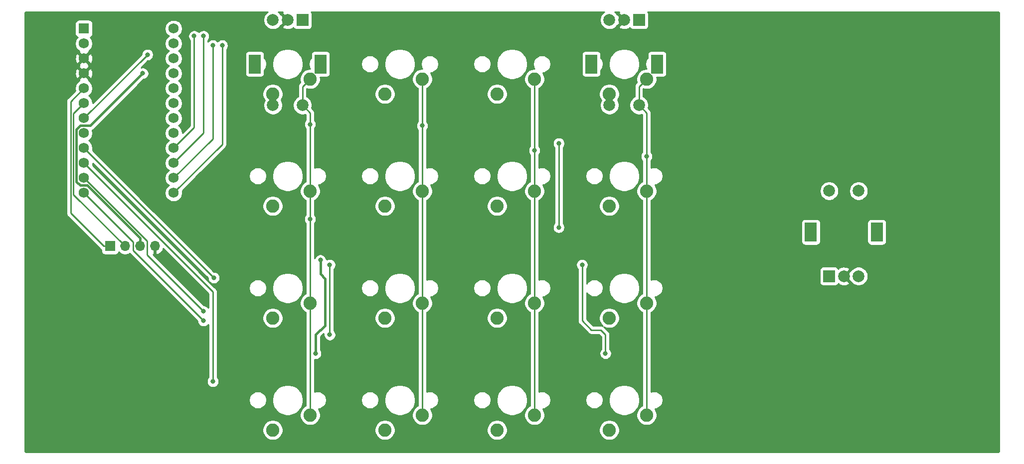
<source format=gbr>
%TF.GenerationSoftware,KiCad,Pcbnew,(5.1.9)-1*%
%TF.CreationDate,2021-03-11T10:21:24+08:00*%
%TF.ProjectId,Retrograde Pad,52657472-6f67-4726-9164-65205061642e,rev?*%
%TF.SameCoordinates,Original*%
%TF.FileFunction,Copper,L1,Top*%
%TF.FilePolarity,Positive*%
%FSLAX46Y46*%
G04 Gerber Fmt 4.6, Leading zero omitted, Abs format (unit mm)*
G04 Created by KiCad (PCBNEW (5.1.9)-1) date 2021-03-11 10:21:24*
%MOMM*%
%LPD*%
G01*
G04 APERTURE LIST*
%TA.AperFunction,ComponentPad*%
%ADD10R,2.000000X2.000000*%
%TD*%
%TA.AperFunction,ComponentPad*%
%ADD11C,2.000000*%
%TD*%
%TA.AperFunction,ComponentPad*%
%ADD12R,2.000000X3.200000*%
%TD*%
%TA.AperFunction,ComponentPad*%
%ADD13R,1.752600X1.752600*%
%TD*%
%TA.AperFunction,ComponentPad*%
%ADD14C,1.752600*%
%TD*%
%TA.AperFunction,ComponentPad*%
%ADD15R,1.700000X1.700000*%
%TD*%
%TA.AperFunction,ComponentPad*%
%ADD16O,1.700000X1.700000*%
%TD*%
%TA.AperFunction,ComponentPad*%
%ADD17C,2.250000*%
%TD*%
%TA.AperFunction,ViaPad*%
%ADD18C,0.800000*%
%TD*%
%TA.AperFunction,Conductor*%
%ADD19C,0.381000*%
%TD*%
%TA.AperFunction,Conductor*%
%ADD20C,0.250000*%
%TD*%
%TA.AperFunction,Conductor*%
%ADD21C,0.254000*%
%TD*%
%TA.AperFunction,Conductor*%
%ADD22C,0.100000*%
%TD*%
G04 APERTURE END LIST*
D10*
%TO.P,SW2,A*%
%TO.N,ENC1-0*%
X96162500Y-54412500D03*
D11*
%TO.P,SW2,C*%
%TO.N,GND*%
X93662500Y-54412500D03*
%TO.P,SW2,B*%
%TO.N,ENC1-1*%
X91162500Y-54412500D03*
D12*
%TO.P,SW2,MP*%
%TO.N,N/C*%
X99262500Y-61912500D03*
X88062500Y-61912500D03*
D11*
%TO.P,SW2,S2*%
%TO.N,C0*%
X96162500Y-68912500D03*
%TO.P,SW2,S1*%
%TO.N,Net-(D2-Pad2)*%
X91162500Y-68912500D03*
%TD*%
%TO.P,SW3,S1*%
%TO.N,Net-(D14-Pad2)*%
X148312500Y-68912500D03*
%TO.P,SW3,S2*%
%TO.N,C3*%
X153312500Y-68912500D03*
D12*
%TO.P,SW3,MP*%
%TO.N,N/C*%
X145212500Y-61912500D03*
X156412500Y-61912500D03*
D11*
%TO.P,SW3,B*%
%TO.N,ENC2-1*%
X148312500Y-54412500D03*
%TO.P,SW3,C*%
%TO.N,GND*%
X150812500Y-54412500D03*
D10*
%TO.P,SW3,A*%
%TO.N,ENC2-0*%
X153312500Y-54412500D03*
%TD*%
D11*
%TO.P,SW1,S1*%
%TO.N,Net-(D1-Pad2)*%
X190618750Y-83487500D03*
%TO.P,SW1,S2*%
%TO.N,C0*%
X185618750Y-83487500D03*
D12*
%TO.P,SW1,MP*%
%TO.N,N/C*%
X193718750Y-90487500D03*
X182518750Y-90487500D03*
D11*
%TO.P,SW1,B*%
%TO.N,ENC0-1*%
X190618750Y-97987500D03*
%TO.P,SW1,C*%
%TO.N,GND*%
X188118750Y-97987500D03*
D10*
%TO.P,SW1,A*%
%TO.N,ENC0-0*%
X185618750Y-97987500D03*
%TD*%
D13*
%TO.P,U1,1*%
%TO.N,R0*%
X59055000Y-55880000D03*
D14*
%TO.P,U1,2*%
%TO.N,RGB*%
X59055000Y-58420000D03*
%TO.P,U1,3*%
%TO.N,GND*%
X59055000Y-60960000D03*
%TO.P,U1,4*%
X59055000Y-63500000D03*
%TO.P,U1,5*%
%TO.N,SDA*%
X59055000Y-66040000D03*
%TO.P,U1,6*%
%TO.N,SCL*%
X59055000Y-68580000D03*
%TO.P,U1,7*%
%TO.N,R1*%
X59055000Y-71120000D03*
%TO.P,U1,8*%
%TO.N,R2*%
X59055000Y-73660000D03*
%TO.P,U1,9*%
%TO.N,R3*%
X59055000Y-76200000D03*
%TO.P,U1,10*%
%TO.N,R4*%
X59055000Y-78740000D03*
%TO.P,U1,11*%
%TO.N,ENC0-0*%
X59055000Y-81280000D03*
%TO.P,U1,13*%
%TO.N,ENC2-0*%
X74295000Y-83820000D03*
%TO.P,U1,14*%
%TO.N,ENC2-1*%
X74295000Y-81280000D03*
%TO.P,U1,15*%
%TO.N,ENC1-0*%
X74295000Y-78740000D03*
%TO.P,U1,16*%
%TO.N,ENC1-1*%
X74295000Y-76200000D03*
%TO.P,U1,17*%
%TO.N,C3*%
X74295000Y-73660000D03*
%TO.P,U1,18*%
%TO.N,C2*%
X74295000Y-71120000D03*
%TO.P,U1,19*%
%TO.N,C1*%
X74295000Y-68580000D03*
%TO.P,U1,20*%
%TO.N,C0*%
X74295000Y-66040000D03*
%TO.P,U1,21*%
%TO.N,+5V*%
X74295000Y-63500000D03*
%TO.P,U1,22*%
%TO.N,Net-(U1-Pad22)*%
X74295000Y-60960000D03*
%TO.P,U1,23*%
%TO.N,Net-(U1-Pad23)*%
X74295000Y-58420000D03*
%TO.P,U1,12*%
%TO.N,ENC0-1*%
X59055000Y-83820000D03*
%TO.P,U1,24*%
%TO.N,Net-(U1-Pad24)*%
X74295000Y-55880000D03*
%TD*%
D15*
%TO.P,J-OLED1,1*%
%TO.N,SDA*%
X63500000Y-92868750D03*
D16*
%TO.P,J-OLED1,2*%
%TO.N,SCL*%
X66040000Y-92868750D03*
%TO.P,J-OLED1,3*%
%TO.N,+5V*%
X68580000Y-92868750D03*
%TO.P,J-OLED1,4*%
%TO.N,GND*%
X71120000Y-92868750D03*
%TD*%
D17*
%TO.P,MX1,2*%
%TO.N,Net-(D2-Pad2)*%
X91122500Y-66992500D03*
%TO.P,MX1,1*%
%TO.N,C0*%
X97472500Y-64452500D03*
%TD*%
%TO.P,MX2,1*%
%TO.N,C0*%
X97472500Y-83502500D03*
%TO.P,MX2,2*%
%TO.N,Net-(D3-Pad2)*%
X91122500Y-86042500D03*
%TD*%
%TO.P,MX3,2*%
%TO.N,Net-(D4-Pad2)*%
X91122500Y-105092500D03*
%TO.P,MX3,1*%
%TO.N,C0*%
X97472500Y-102552500D03*
%TD*%
%TO.P,MX4,1*%
%TO.N,C0*%
X97472500Y-121602500D03*
%TO.P,MX4,2*%
%TO.N,Net-(D5-Pad2)*%
X91122500Y-124142500D03*
%TD*%
%TO.P,MX5,2*%
%TO.N,Net-(D6-Pad2)*%
X110172500Y-66992500D03*
%TO.P,MX5,1*%
%TO.N,C1*%
X116522500Y-64452500D03*
%TD*%
%TO.P,MX6,1*%
%TO.N,C1*%
X116522500Y-83502500D03*
%TO.P,MX6,2*%
%TO.N,Net-(D7-Pad2)*%
X110172500Y-86042500D03*
%TD*%
%TO.P,MX7,2*%
%TO.N,Net-(D8-Pad2)*%
X110172500Y-105092500D03*
%TO.P,MX7,1*%
%TO.N,C1*%
X116522500Y-102552500D03*
%TD*%
%TO.P,MX8,1*%
%TO.N,C1*%
X116522500Y-121602500D03*
%TO.P,MX8,2*%
%TO.N,Net-(D9-Pad2)*%
X110172500Y-124142500D03*
%TD*%
%TO.P,MX9,2*%
%TO.N,Net-(D10-Pad2)*%
X129222500Y-66992500D03*
%TO.P,MX9,1*%
%TO.N,C2*%
X135572500Y-64452500D03*
%TD*%
%TO.P,MX10,2*%
%TO.N,Net-(D11-Pad2)*%
X129222500Y-86042500D03*
%TO.P,MX10,1*%
%TO.N,C2*%
X135572500Y-83502500D03*
%TD*%
%TO.P,MX11,1*%
%TO.N,C2*%
X135572500Y-102552500D03*
%TO.P,MX11,2*%
%TO.N,Net-(D12-Pad2)*%
X129222500Y-105092500D03*
%TD*%
%TO.P,MX12,2*%
%TO.N,Net-(D13-Pad2)*%
X129222500Y-124142500D03*
%TO.P,MX12,1*%
%TO.N,C2*%
X135572500Y-121602500D03*
%TD*%
%TO.P,MX13,1*%
%TO.N,C3*%
X154622500Y-64452500D03*
%TO.P,MX13,2*%
%TO.N,Net-(D14-Pad2)*%
X148272500Y-66992500D03*
%TD*%
%TO.P,MX14,2*%
%TO.N,Net-(D15-Pad2)*%
X148272500Y-86042500D03*
%TO.P,MX14,1*%
%TO.N,C3*%
X154622500Y-83502500D03*
%TD*%
%TO.P,MX15,1*%
%TO.N,C3*%
X154622500Y-102552500D03*
%TO.P,MX15,2*%
%TO.N,Net-(D16-Pad2)*%
X148272500Y-105092500D03*
%TD*%
%TO.P,MX16,1*%
%TO.N,C3*%
X154622500Y-121602500D03*
%TO.P,MX16,2*%
%TO.N,Net-(D17-Pad2)*%
X148272500Y-124142500D03*
%TD*%
D18*
%TO.N,+5V*%
X99218750Y-95250000D03*
X98425000Y-111125000D03*
X69056250Y-63500000D03*
%TO.N,R1*%
X69850000Y-60325000D03*
%TO.N,R3*%
X81121250Y-98266250D03*
%TO.N,R4*%
X80962500Y-115887500D03*
%TO.N,Net-(D19-Pad4)*%
X147637500Y-111125000D03*
X143668750Y-96043750D03*
%TO.N,Net-(D22-Pad2)*%
X139700000Y-75406250D03*
X139700000Y-89693750D03*
%TO.N,C0*%
X97472500Y-72150000D03*
X97472500Y-88265000D03*
%TO.N,C1*%
X116522500Y-72390000D03*
%TO.N,C2*%
X135572500Y-76612490D03*
%TO.N,C3*%
X154622500Y-77628750D03*
%TO.N,ENC0-1*%
X79375000Y-105568750D03*
%TO.N,ENC0-0*%
X79375000Y-103981250D03*
%TO.N,ENC1-0*%
X79375000Y-57150000D03*
%TO.N,ENC1-1*%
X77787500Y-57150000D03*
%TO.N,ENC2-1*%
X80962500Y-58737500D03*
%TO.N,ENC2-0*%
X82550000Y-58737500D03*
%TO.N,Net-(D23-Pad2)*%
X100806250Y-96043750D03*
X100806250Y-107950000D03*
%TD*%
D19*
%TO.N,+5V*%
X99218750Y-95250000D02*
X99218750Y-97631250D01*
X99218750Y-97631250D02*
X100012500Y-98425000D01*
X100012500Y-98425000D02*
X100012500Y-106362500D01*
X98425000Y-107950000D02*
X98425000Y-111125000D01*
X100012500Y-106362500D02*
X98425000Y-107950000D01*
X60163051Y-72393199D02*
X69056250Y-63500000D01*
X57788199Y-73051935D02*
X58446935Y-72393199D01*
X58446935Y-72393199D02*
X60163051Y-72393199D01*
X58446935Y-82546801D02*
X57788199Y-81888065D01*
X59592761Y-82546801D02*
X58446935Y-82546801D01*
X68580000Y-91534040D02*
X59592761Y-82546801D01*
X57788199Y-81888065D02*
X57788199Y-73051935D01*
X68580000Y-92868750D02*
X68580000Y-91534040D01*
D20*
%TO.N,R1*%
X59055000Y-71120000D02*
X69850000Y-60325000D01*
%TO.N,R3*%
X78343125Y-95488125D02*
X81121250Y-98266250D01*
X59055000Y-76200000D02*
X78343125Y-95488125D01*
%TO.N,R4*%
X80962500Y-100647500D02*
X80962500Y-115887500D01*
X59055000Y-78740000D02*
X80962500Y-100647500D01*
%TO.N,Net-(D19-Pad4)*%
X147637500Y-111125000D02*
X147637500Y-107950000D01*
X147637500Y-107950000D02*
X146843750Y-107156250D01*
X146843750Y-107156250D02*
X145256250Y-107156250D01*
X143668750Y-105568750D02*
X143668750Y-96043750D01*
X145256250Y-107156250D02*
X143668750Y-105568750D01*
%TO.N,Net-(D22-Pad2)*%
X139700000Y-86518750D02*
X139700000Y-89693750D01*
X139700000Y-75406250D02*
X139700000Y-86518750D01*
%TO.N,SDA*%
X56822680Y-68272320D02*
X59055000Y-66040000D01*
X56822680Y-87291430D02*
X56822680Y-68272320D01*
X62400000Y-92868750D02*
X56822680Y-87291430D01*
X63500000Y-92868750D02*
X62400000Y-92868750D01*
%TO.N,SCL*%
X57272689Y-70362311D02*
X59055000Y-68580000D01*
X57272689Y-84101439D02*
X57272689Y-70362311D01*
X66040000Y-92868750D02*
X57272689Y-84101439D01*
%TO.N,C0*%
X97472500Y-70222500D02*
X96162500Y-68912500D01*
X97472500Y-83502500D02*
X97472500Y-70222500D01*
X96162500Y-65762500D02*
X97472500Y-64452500D01*
X96162500Y-68912500D02*
X96162500Y-65762500D01*
X97472500Y-83502500D02*
X97472500Y-87471250D01*
X97472500Y-88265000D02*
X97472500Y-121602500D01*
X97472500Y-87471250D02*
X97472500Y-88265000D01*
%TO.N,C1*%
X116522500Y-72390000D02*
X116522500Y-64452500D01*
X116522500Y-121602500D02*
X116522500Y-72390000D01*
%TO.N,C2*%
X135572500Y-75565000D02*
X135572500Y-121602500D01*
X135572500Y-64452500D02*
X135572500Y-75565000D01*
%TO.N,C3*%
X154622500Y-70222500D02*
X153312500Y-68912500D01*
X153312500Y-65762500D02*
X154622500Y-64452500D01*
X153312500Y-68912500D02*
X153312500Y-65762500D01*
X154622500Y-76358750D02*
X154622500Y-70222500D01*
X154622500Y-77628750D02*
X154781250Y-77787500D01*
X154622500Y-121602500D02*
X154622500Y-77628750D01*
X154622500Y-77628750D02*
X154622500Y-76358750D01*
%TO.N,ENC0-1*%
X67404999Y-92169999D02*
X59055000Y-83820000D01*
X67404999Y-93598749D02*
X67404999Y-92169999D01*
X79375000Y-105568750D02*
X67404999Y-93598749D01*
%TO.N,ENC0-0*%
X69755001Y-91980001D02*
X69755001Y-94361251D01*
X69755001Y-94361251D02*
X79375000Y-103981250D01*
X59055000Y-81280000D02*
X69755001Y-91980001D01*
%TO.N,ENC1-0*%
X79375000Y-73660000D02*
X79375000Y-57150000D01*
X74295000Y-78740000D02*
X79375000Y-73660000D01*
%TO.N,ENC1-1*%
X77787500Y-72707500D02*
X77787500Y-57150000D01*
X74295000Y-76200000D02*
X77787500Y-72707500D01*
%TO.N,ENC2-1*%
X80962500Y-74612500D02*
X80962500Y-58737500D01*
X74295000Y-81280000D02*
X80962500Y-74612500D01*
%TO.N,ENC2-0*%
X82550000Y-75565000D02*
X74295000Y-83820000D01*
X82550000Y-58737500D02*
X82550000Y-75565000D01*
%TO.N,Net-(D23-Pad2)*%
X100806250Y-96043750D02*
X100806250Y-107950000D01*
%TD*%
D21*
%TO.N,GND*%
X90120248Y-53142513D02*
X89892513Y-53370248D01*
X89713582Y-53638037D01*
X89590332Y-53935588D01*
X89527500Y-54251467D01*
X89527500Y-54573533D01*
X89590332Y-54889412D01*
X89713582Y-55186963D01*
X89892513Y-55454752D01*
X90120248Y-55682487D01*
X90388037Y-55861418D01*
X90685588Y-55984668D01*
X91001467Y-56047500D01*
X91323533Y-56047500D01*
X91639412Y-55984668D01*
X91936963Y-55861418D01*
X92204752Y-55682487D01*
X92432487Y-55454752D01*
X92497425Y-55357565D01*
X92527087Y-55368308D01*
X93482895Y-54412500D01*
X92527087Y-53456692D01*
X92497425Y-53467435D01*
X92432487Y-53370248D01*
X92204752Y-53142513D01*
X92062555Y-53047500D01*
X92789847Y-53047500D01*
X92706692Y-53277087D01*
X93662500Y-54232895D01*
X93676643Y-54218753D01*
X93856248Y-54398358D01*
X93842105Y-54412500D01*
X93856248Y-54426643D01*
X93676643Y-54606248D01*
X93662500Y-54592105D01*
X92706692Y-55547913D01*
X92802456Y-55812314D01*
X93092071Y-55953204D01*
X93403608Y-56034884D01*
X93725095Y-56054218D01*
X94044175Y-56010461D01*
X94348588Y-55905295D01*
X94522544Y-55812314D01*
X94576524Y-55663277D01*
X94631963Y-55766994D01*
X94711315Y-55863685D01*
X94808006Y-55943037D01*
X94918320Y-56002002D01*
X95038018Y-56038312D01*
X95162500Y-56050572D01*
X97162500Y-56050572D01*
X97286982Y-56038312D01*
X97406680Y-56002002D01*
X97516994Y-55943037D01*
X97613685Y-55863685D01*
X97693037Y-55766994D01*
X97752002Y-55656680D01*
X97788312Y-55536982D01*
X97800572Y-55412500D01*
X97800572Y-53412500D01*
X97788312Y-53288018D01*
X97752002Y-53168320D01*
X97693037Y-53058006D01*
X97684415Y-53047500D01*
X147412445Y-53047500D01*
X147270248Y-53142513D01*
X147042513Y-53370248D01*
X146863582Y-53638037D01*
X146740332Y-53935588D01*
X146677500Y-54251467D01*
X146677500Y-54573533D01*
X146740332Y-54889412D01*
X146863582Y-55186963D01*
X147042513Y-55454752D01*
X147270248Y-55682487D01*
X147538037Y-55861418D01*
X147835588Y-55984668D01*
X148151467Y-56047500D01*
X148473533Y-56047500D01*
X148789412Y-55984668D01*
X149086963Y-55861418D01*
X149354752Y-55682487D01*
X149582487Y-55454752D01*
X149647425Y-55357565D01*
X149677087Y-55368308D01*
X150632895Y-54412500D01*
X149677087Y-53456692D01*
X149647425Y-53467435D01*
X149582487Y-53370248D01*
X149354752Y-53142513D01*
X149212555Y-53047500D01*
X149939847Y-53047500D01*
X149856692Y-53277087D01*
X150812500Y-54232895D01*
X150826643Y-54218753D01*
X151006248Y-54398358D01*
X150992105Y-54412500D01*
X151006248Y-54426643D01*
X150826643Y-54606248D01*
X150812500Y-54592105D01*
X149856692Y-55547913D01*
X149952456Y-55812314D01*
X150242071Y-55953204D01*
X150553608Y-56034884D01*
X150875095Y-56054218D01*
X151194175Y-56010461D01*
X151498588Y-55905295D01*
X151672544Y-55812314D01*
X151726524Y-55663277D01*
X151781963Y-55766994D01*
X151861315Y-55863685D01*
X151958006Y-55943037D01*
X152068320Y-56002002D01*
X152188018Y-56038312D01*
X152312500Y-56050572D01*
X154312500Y-56050572D01*
X154436982Y-56038312D01*
X154556680Y-56002002D01*
X154666994Y-55943037D01*
X154763685Y-55863685D01*
X154843037Y-55766994D01*
X154902002Y-55656680D01*
X154938312Y-55536982D01*
X154950572Y-55412500D01*
X154950572Y-53412500D01*
X154938312Y-53288018D01*
X154902002Y-53168320D01*
X154843037Y-53058006D01*
X154834415Y-53047500D01*
X214280221Y-53047500D01*
X214337862Y-53053152D01*
X214362263Y-53060519D01*
X214384765Y-53072483D01*
X214404514Y-53088591D01*
X214420759Y-53108227D01*
X214432883Y-53130651D01*
X214440418Y-53154992D01*
X214446251Y-53210485D01*
X214446250Y-90519918D01*
X214446251Y-90519928D01*
X214446250Y-127761471D01*
X214440598Y-127819114D01*
X214433232Y-127843510D01*
X214421266Y-127866016D01*
X214405159Y-127885764D01*
X214385523Y-127902009D01*
X214363099Y-127914133D01*
X214338758Y-127921668D01*
X214283275Y-127927500D01*
X49244779Y-127927500D01*
X49187136Y-127921848D01*
X49162740Y-127914482D01*
X49140234Y-127902516D01*
X49120486Y-127886409D01*
X49104241Y-127866773D01*
X49092117Y-127844349D01*
X49084582Y-127820008D01*
X49078750Y-127764525D01*
X49078750Y-123969155D01*
X89362500Y-123969155D01*
X89362500Y-124315845D01*
X89430136Y-124655873D01*
X89562808Y-124976173D01*
X89755419Y-125264435D01*
X90000565Y-125509581D01*
X90288827Y-125702192D01*
X90609127Y-125834864D01*
X90949155Y-125902500D01*
X91295845Y-125902500D01*
X91635873Y-125834864D01*
X91956173Y-125702192D01*
X92244435Y-125509581D01*
X92489581Y-125264435D01*
X92682192Y-124976173D01*
X92814864Y-124655873D01*
X92882500Y-124315845D01*
X92882500Y-123969155D01*
X108412500Y-123969155D01*
X108412500Y-124315845D01*
X108480136Y-124655873D01*
X108612808Y-124976173D01*
X108805419Y-125264435D01*
X109050565Y-125509581D01*
X109338827Y-125702192D01*
X109659127Y-125834864D01*
X109999155Y-125902500D01*
X110345845Y-125902500D01*
X110685873Y-125834864D01*
X111006173Y-125702192D01*
X111294435Y-125509581D01*
X111539581Y-125264435D01*
X111732192Y-124976173D01*
X111864864Y-124655873D01*
X111932500Y-124315845D01*
X111932500Y-123969155D01*
X127462500Y-123969155D01*
X127462500Y-124315845D01*
X127530136Y-124655873D01*
X127662808Y-124976173D01*
X127855419Y-125264435D01*
X128100565Y-125509581D01*
X128388827Y-125702192D01*
X128709127Y-125834864D01*
X129049155Y-125902500D01*
X129395845Y-125902500D01*
X129735873Y-125834864D01*
X130056173Y-125702192D01*
X130344435Y-125509581D01*
X130589581Y-125264435D01*
X130782192Y-124976173D01*
X130914864Y-124655873D01*
X130982500Y-124315845D01*
X130982500Y-123969155D01*
X146512500Y-123969155D01*
X146512500Y-124315845D01*
X146580136Y-124655873D01*
X146712808Y-124976173D01*
X146905419Y-125264435D01*
X147150565Y-125509581D01*
X147438827Y-125702192D01*
X147759127Y-125834864D01*
X148099155Y-125902500D01*
X148445845Y-125902500D01*
X148785873Y-125834864D01*
X149106173Y-125702192D01*
X149394435Y-125509581D01*
X149639581Y-125264435D01*
X149832192Y-124976173D01*
X149964864Y-124655873D01*
X150032500Y-124315845D01*
X150032500Y-123969155D01*
X149964864Y-123629127D01*
X149832192Y-123308827D01*
X149639581Y-123020565D01*
X149394435Y-122775419D01*
X149106173Y-122582808D01*
X148785873Y-122450136D01*
X148445845Y-122382500D01*
X148099155Y-122382500D01*
X147759127Y-122450136D01*
X147438827Y-122582808D01*
X147150565Y-122775419D01*
X146905419Y-123020565D01*
X146712808Y-123308827D01*
X146580136Y-123629127D01*
X146512500Y-123969155D01*
X130982500Y-123969155D01*
X130914864Y-123629127D01*
X130782192Y-123308827D01*
X130589581Y-123020565D01*
X130344435Y-122775419D01*
X130056173Y-122582808D01*
X129735873Y-122450136D01*
X129395845Y-122382500D01*
X129049155Y-122382500D01*
X128709127Y-122450136D01*
X128388827Y-122582808D01*
X128100565Y-122775419D01*
X127855419Y-123020565D01*
X127662808Y-123308827D01*
X127530136Y-123629127D01*
X127462500Y-123969155D01*
X111932500Y-123969155D01*
X111864864Y-123629127D01*
X111732192Y-123308827D01*
X111539581Y-123020565D01*
X111294435Y-122775419D01*
X111006173Y-122582808D01*
X110685873Y-122450136D01*
X110345845Y-122382500D01*
X109999155Y-122382500D01*
X109659127Y-122450136D01*
X109338827Y-122582808D01*
X109050565Y-122775419D01*
X108805419Y-123020565D01*
X108612808Y-123308827D01*
X108480136Y-123629127D01*
X108412500Y-123969155D01*
X92882500Y-123969155D01*
X92814864Y-123629127D01*
X92682192Y-123308827D01*
X92489581Y-123020565D01*
X92244435Y-122775419D01*
X91956173Y-122582808D01*
X91635873Y-122450136D01*
X91295845Y-122382500D01*
X90949155Y-122382500D01*
X90609127Y-122450136D01*
X90288827Y-122582808D01*
X90000565Y-122775419D01*
X89755419Y-123020565D01*
X89562808Y-123308827D01*
X89430136Y-123629127D01*
X89362500Y-123969155D01*
X49078750Y-123969155D01*
X49078750Y-118913778D01*
X87072500Y-118913778D01*
X87072500Y-119211222D01*
X87130529Y-119502951D01*
X87244356Y-119777753D01*
X87409607Y-120025069D01*
X87619931Y-120235393D01*
X87867247Y-120400644D01*
X88142049Y-120514471D01*
X88433778Y-120572500D01*
X88731222Y-120572500D01*
X89022951Y-120514471D01*
X89297753Y-120400644D01*
X89545069Y-120235393D01*
X89755393Y-120025069D01*
X89920644Y-119777753D01*
X90034471Y-119502951D01*
X90092500Y-119211222D01*
X90092500Y-118913778D01*
X90070580Y-118803576D01*
X91033600Y-118803576D01*
X91033600Y-119321424D01*
X91134627Y-119829322D01*
X91332799Y-120307751D01*
X91620500Y-120738326D01*
X91986674Y-121104500D01*
X92417249Y-121392201D01*
X92895678Y-121590373D01*
X93403576Y-121691400D01*
X93921424Y-121691400D01*
X94429322Y-121590373D01*
X94907751Y-121392201D01*
X95338326Y-121104500D01*
X95704500Y-120738326D01*
X95992201Y-120307751D01*
X96190373Y-119829322D01*
X96291400Y-119321424D01*
X96291400Y-118803576D01*
X96190373Y-118295678D01*
X95992201Y-117817249D01*
X95704500Y-117386674D01*
X95338326Y-117020500D01*
X94907751Y-116732799D01*
X94429322Y-116534627D01*
X93921424Y-116433600D01*
X93403576Y-116433600D01*
X92895678Y-116534627D01*
X92417249Y-116732799D01*
X91986674Y-117020500D01*
X91620500Y-117386674D01*
X91332799Y-117817249D01*
X91134627Y-118295678D01*
X91033600Y-118803576D01*
X90070580Y-118803576D01*
X90034471Y-118622049D01*
X89920644Y-118347247D01*
X89755393Y-118099931D01*
X89545069Y-117889607D01*
X89297753Y-117724356D01*
X89022951Y-117610529D01*
X88731222Y-117552500D01*
X88433778Y-117552500D01*
X88142049Y-117610529D01*
X87867247Y-117724356D01*
X87619931Y-117889607D01*
X87409607Y-118099931D01*
X87244356Y-118347247D01*
X87130529Y-118622049D01*
X87072500Y-118913778D01*
X49078750Y-118913778D01*
X49078750Y-68272320D01*
X56059004Y-68272320D01*
X56062681Y-68309653D01*
X56062680Y-87254108D01*
X56059004Y-87291430D01*
X56062680Y-87328752D01*
X56062680Y-87328762D01*
X56073677Y-87440415D01*
X56117134Y-87583676D01*
X56187706Y-87715706D01*
X56195333Y-87724999D01*
X56282679Y-87831431D01*
X56311683Y-87855234D01*
X61836201Y-93379753D01*
X61859999Y-93408751D01*
X61888997Y-93432549D01*
X61975724Y-93503724D01*
X62011928Y-93523076D01*
X62011928Y-93718750D01*
X62024188Y-93843232D01*
X62060498Y-93962930D01*
X62119463Y-94073244D01*
X62198815Y-94169935D01*
X62295506Y-94249287D01*
X62405820Y-94308252D01*
X62525518Y-94344562D01*
X62650000Y-94356822D01*
X64350000Y-94356822D01*
X64474482Y-94344562D01*
X64594180Y-94308252D01*
X64704494Y-94249287D01*
X64801185Y-94169935D01*
X64880537Y-94073244D01*
X64939502Y-93962930D01*
X64961513Y-93890370D01*
X65093368Y-94022225D01*
X65336589Y-94184740D01*
X65606842Y-94296682D01*
X65893740Y-94353750D01*
X66186260Y-94353750D01*
X66473158Y-94296682D01*
X66743411Y-94184740D01*
X66846314Y-94115983D01*
X66864998Y-94138750D01*
X66894002Y-94162553D01*
X78340000Y-105608552D01*
X78340000Y-105670689D01*
X78379774Y-105870648D01*
X78457795Y-106059006D01*
X78571063Y-106228524D01*
X78715226Y-106372687D01*
X78884744Y-106485955D01*
X79073102Y-106563976D01*
X79273061Y-106603750D01*
X79476939Y-106603750D01*
X79676898Y-106563976D01*
X79865256Y-106485955D01*
X80034774Y-106372687D01*
X80178937Y-106228524D01*
X80202500Y-106193259D01*
X80202501Y-115183788D01*
X80158563Y-115227726D01*
X80045295Y-115397244D01*
X79967274Y-115585602D01*
X79927500Y-115785561D01*
X79927500Y-115989439D01*
X79967274Y-116189398D01*
X80045295Y-116377756D01*
X80158563Y-116547274D01*
X80302726Y-116691437D01*
X80472244Y-116804705D01*
X80660602Y-116882726D01*
X80860561Y-116922500D01*
X81064439Y-116922500D01*
X81264398Y-116882726D01*
X81452756Y-116804705D01*
X81622274Y-116691437D01*
X81766437Y-116547274D01*
X81879705Y-116377756D01*
X81957726Y-116189398D01*
X81997500Y-115989439D01*
X81997500Y-115785561D01*
X81957726Y-115585602D01*
X81879705Y-115397244D01*
X81766437Y-115227726D01*
X81722500Y-115183789D01*
X81722500Y-104919155D01*
X89362500Y-104919155D01*
X89362500Y-105265845D01*
X89430136Y-105605873D01*
X89562808Y-105926173D01*
X89755419Y-106214435D01*
X90000565Y-106459581D01*
X90288827Y-106652192D01*
X90609127Y-106784864D01*
X90949155Y-106852500D01*
X91295845Y-106852500D01*
X91635873Y-106784864D01*
X91956173Y-106652192D01*
X92244435Y-106459581D01*
X92489581Y-106214435D01*
X92682192Y-105926173D01*
X92814864Y-105605873D01*
X92882500Y-105265845D01*
X92882500Y-104919155D01*
X92814864Y-104579127D01*
X92682192Y-104258827D01*
X92489581Y-103970565D01*
X92244435Y-103725419D01*
X91956173Y-103532808D01*
X91635873Y-103400136D01*
X91295845Y-103332500D01*
X90949155Y-103332500D01*
X90609127Y-103400136D01*
X90288827Y-103532808D01*
X90000565Y-103725419D01*
X89755419Y-103970565D01*
X89562808Y-104258827D01*
X89430136Y-104579127D01*
X89362500Y-104919155D01*
X81722500Y-104919155D01*
X81722500Y-100684833D01*
X81726177Y-100647500D01*
X81711503Y-100498514D01*
X81668046Y-100355253D01*
X81597474Y-100223224D01*
X81526299Y-100136497D01*
X81502501Y-100107499D01*
X81473504Y-100083702D01*
X81253580Y-99863778D01*
X87072500Y-99863778D01*
X87072500Y-100161222D01*
X87130529Y-100452951D01*
X87244356Y-100727753D01*
X87409607Y-100975069D01*
X87619931Y-101185393D01*
X87867247Y-101350644D01*
X88142049Y-101464471D01*
X88433778Y-101522500D01*
X88731222Y-101522500D01*
X89022951Y-101464471D01*
X89297753Y-101350644D01*
X89545069Y-101185393D01*
X89755393Y-100975069D01*
X89920644Y-100727753D01*
X90034471Y-100452951D01*
X90092500Y-100161222D01*
X90092500Y-99863778D01*
X90070580Y-99753576D01*
X91033600Y-99753576D01*
X91033600Y-100271424D01*
X91134627Y-100779322D01*
X91332799Y-101257751D01*
X91620500Y-101688326D01*
X91986674Y-102054500D01*
X92417249Y-102342201D01*
X92895678Y-102540373D01*
X93403576Y-102641400D01*
X93921424Y-102641400D01*
X94429322Y-102540373D01*
X94907751Y-102342201D01*
X95338326Y-102054500D01*
X95704500Y-101688326D01*
X95992201Y-101257751D01*
X96190373Y-100779322D01*
X96291400Y-100271424D01*
X96291400Y-99753576D01*
X96190373Y-99245678D01*
X95992201Y-98767249D01*
X95704500Y-98336674D01*
X95338326Y-97970500D01*
X94907751Y-97682799D01*
X94429322Y-97484627D01*
X93921424Y-97383600D01*
X93403576Y-97383600D01*
X92895678Y-97484627D01*
X92417249Y-97682799D01*
X91986674Y-97970500D01*
X91620500Y-98336674D01*
X91332799Y-98767249D01*
X91134627Y-99245678D01*
X91033600Y-99753576D01*
X90070580Y-99753576D01*
X90034471Y-99572049D01*
X89920644Y-99297247D01*
X89755393Y-99049931D01*
X89545069Y-98839607D01*
X89297753Y-98674356D01*
X89022951Y-98560529D01*
X88731222Y-98502500D01*
X88433778Y-98502500D01*
X88142049Y-98560529D01*
X87867247Y-98674356D01*
X87619931Y-98839607D01*
X87409607Y-99049931D01*
X87244356Y-99297247D01*
X87130529Y-99572049D01*
X87072500Y-99863778D01*
X81253580Y-99863778D01*
X60518576Y-79128775D01*
X60566300Y-78888850D01*
X60566300Y-78786101D01*
X77832122Y-96051924D01*
X77832127Y-96051928D01*
X80086250Y-98306052D01*
X80086250Y-98368189D01*
X80126024Y-98568148D01*
X80204045Y-98756506D01*
X80317313Y-98926024D01*
X80461476Y-99070187D01*
X80630994Y-99183455D01*
X80819352Y-99261476D01*
X81019311Y-99301250D01*
X81223189Y-99301250D01*
X81423148Y-99261476D01*
X81611506Y-99183455D01*
X81781024Y-99070187D01*
X81925187Y-98926024D01*
X82038455Y-98756506D01*
X82116476Y-98568148D01*
X82156250Y-98368189D01*
X82156250Y-98164311D01*
X82116476Y-97964352D01*
X82038455Y-97775994D01*
X81925187Y-97606476D01*
X81781024Y-97462313D01*
X81611506Y-97349045D01*
X81423148Y-97271024D01*
X81223189Y-97231250D01*
X81161052Y-97231250D01*
X78906928Y-94977127D01*
X78906924Y-94977122D01*
X69798957Y-85869155D01*
X89362500Y-85869155D01*
X89362500Y-86215845D01*
X89430136Y-86555873D01*
X89562808Y-86876173D01*
X89755419Y-87164435D01*
X90000565Y-87409581D01*
X90288827Y-87602192D01*
X90609127Y-87734864D01*
X90949155Y-87802500D01*
X91295845Y-87802500D01*
X91635873Y-87734864D01*
X91956173Y-87602192D01*
X92244435Y-87409581D01*
X92489581Y-87164435D01*
X92682192Y-86876173D01*
X92814864Y-86555873D01*
X92882500Y-86215845D01*
X92882500Y-85869155D01*
X92814864Y-85529127D01*
X92682192Y-85208827D01*
X92489581Y-84920565D01*
X92244435Y-84675419D01*
X91956173Y-84482808D01*
X91635873Y-84350136D01*
X91295845Y-84282500D01*
X90949155Y-84282500D01*
X90609127Y-84350136D01*
X90288827Y-84482808D01*
X90000565Y-84675419D01*
X89755419Y-84920565D01*
X89562808Y-85208827D01*
X89430136Y-85529127D01*
X89362500Y-85869155D01*
X69798957Y-85869155D01*
X60518576Y-76588775D01*
X60566300Y-76348850D01*
X60566300Y-76051150D01*
X60508222Y-75759170D01*
X60394297Y-75484131D01*
X60228904Y-75236602D01*
X60018398Y-75026096D01*
X59874580Y-74930000D01*
X60018398Y-74833904D01*
X60228904Y-74623398D01*
X60394297Y-74375869D01*
X60508222Y-74100830D01*
X60566300Y-73808850D01*
X60566300Y-73511150D01*
X60508222Y-73219170D01*
X60482976Y-73158221D01*
X60623893Y-73082898D01*
X60749592Y-72979740D01*
X60775449Y-72948233D01*
X69196256Y-64527428D01*
X69358148Y-64495226D01*
X69546506Y-64417205D01*
X69716024Y-64303937D01*
X69860187Y-64159774D01*
X69973455Y-63990256D01*
X70051476Y-63801898D01*
X70091250Y-63601939D01*
X70091250Y-63398061D01*
X70051476Y-63198102D01*
X69973455Y-63009744D01*
X69860187Y-62840226D01*
X69716024Y-62696063D01*
X69546506Y-62582795D01*
X69358148Y-62504774D01*
X69158189Y-62465000D01*
X68954311Y-62465000D01*
X68754352Y-62504774D01*
X68738436Y-62511367D01*
X69889803Y-61360000D01*
X69951939Y-61360000D01*
X70151898Y-61320226D01*
X70340256Y-61242205D01*
X70509774Y-61128937D01*
X70653937Y-60984774D01*
X70767205Y-60815256D01*
X70845226Y-60626898D01*
X70885000Y-60426939D01*
X70885000Y-60223061D01*
X70845226Y-60023102D01*
X70767205Y-59834744D01*
X70653937Y-59665226D01*
X70509774Y-59521063D01*
X70340256Y-59407795D01*
X70151898Y-59329774D01*
X69951939Y-59290000D01*
X69748061Y-59290000D01*
X69548102Y-59329774D01*
X69359744Y-59407795D01*
X69190226Y-59521063D01*
X69046063Y-59665226D01*
X68932795Y-59834744D01*
X68854774Y-60023102D01*
X68815000Y-60223061D01*
X68815000Y-60285197D01*
X60566300Y-68533899D01*
X60566300Y-68431150D01*
X60508222Y-68139170D01*
X60394297Y-67864131D01*
X60228904Y-67616602D01*
X60018398Y-67406096D01*
X59874580Y-67310000D01*
X60018398Y-67213904D01*
X60228904Y-67003398D01*
X60394297Y-66755869D01*
X60508222Y-66480830D01*
X60566300Y-66188850D01*
X60566300Y-65891150D01*
X60508222Y-65599170D01*
X60394297Y-65324131D01*
X60228904Y-65076602D01*
X60018398Y-64866096D01*
X59855191Y-64757045D01*
X59922563Y-64547169D01*
X59055000Y-63679605D01*
X58187437Y-64547169D01*
X58254809Y-64757045D01*
X58091602Y-64866096D01*
X57881096Y-65076602D01*
X57715703Y-65324131D01*
X57601778Y-65599170D01*
X57543700Y-65891150D01*
X57543700Y-66188850D01*
X57591424Y-66428775D01*
X56311678Y-67708521D01*
X56282680Y-67732319D01*
X56258882Y-67761317D01*
X56258881Y-67761318D01*
X56187706Y-67848044D01*
X56117134Y-67980074D01*
X56086860Y-68079878D01*
X56073678Y-68123334D01*
X56070488Y-68155725D01*
X56059004Y-68272320D01*
X49078750Y-68272320D01*
X49078750Y-63567491D01*
X57537887Y-63567491D01*
X57580204Y-63862167D01*
X57679198Y-64142927D01*
X57756071Y-64286746D01*
X58007831Y-64367563D01*
X58875395Y-63500000D01*
X59234605Y-63500000D01*
X60102169Y-64367563D01*
X60353929Y-64286746D01*
X60482457Y-64018221D01*
X60556129Y-63729781D01*
X60572113Y-63432509D01*
X60529796Y-63137833D01*
X60430802Y-62857073D01*
X60353929Y-62713254D01*
X60102169Y-62632437D01*
X59234605Y-63500000D01*
X58875395Y-63500000D01*
X58007831Y-62632437D01*
X57756071Y-62713254D01*
X57627543Y-62981779D01*
X57553871Y-63270219D01*
X57537887Y-63567491D01*
X49078750Y-63567491D01*
X49078750Y-62007169D01*
X58187437Y-62007169D01*
X58258968Y-62230000D01*
X58187437Y-62452831D01*
X59055000Y-63320395D01*
X59922563Y-62452831D01*
X59851032Y-62230000D01*
X59922563Y-62007169D01*
X59055000Y-61139605D01*
X58187437Y-62007169D01*
X49078750Y-62007169D01*
X49078750Y-61027491D01*
X57537887Y-61027491D01*
X57580204Y-61322167D01*
X57679198Y-61602927D01*
X57756071Y-61746746D01*
X58007831Y-61827563D01*
X58875395Y-60960000D01*
X59234605Y-60960000D01*
X60102169Y-61827563D01*
X60353929Y-61746746D01*
X60482457Y-61478221D01*
X60556129Y-61189781D01*
X60572113Y-60892509D01*
X60529796Y-60597833D01*
X60430802Y-60317073D01*
X60353929Y-60173254D01*
X60102169Y-60092437D01*
X59234605Y-60960000D01*
X58875395Y-60960000D01*
X58007831Y-60092437D01*
X57756071Y-60173254D01*
X57627543Y-60441779D01*
X57553871Y-60730219D01*
X57537887Y-61027491D01*
X49078750Y-61027491D01*
X49078750Y-55003700D01*
X57540628Y-55003700D01*
X57540628Y-56756300D01*
X57552888Y-56880782D01*
X57589198Y-57000480D01*
X57648163Y-57110794D01*
X57727515Y-57207485D01*
X57824206Y-57286837D01*
X57934520Y-57345802D01*
X57978542Y-57359156D01*
X57881096Y-57456602D01*
X57715703Y-57704131D01*
X57601778Y-57979170D01*
X57543700Y-58271150D01*
X57543700Y-58568850D01*
X57601778Y-58860830D01*
X57715703Y-59135869D01*
X57881096Y-59383398D01*
X58091602Y-59593904D01*
X58254809Y-59702955D01*
X58187437Y-59912831D01*
X59055000Y-60780395D01*
X59922563Y-59912831D01*
X59855191Y-59702955D01*
X60018398Y-59593904D01*
X60228904Y-59383398D01*
X60394297Y-59135869D01*
X60508222Y-58860830D01*
X60566300Y-58568850D01*
X60566300Y-58271150D01*
X60508222Y-57979170D01*
X60394297Y-57704131D01*
X60228904Y-57456602D01*
X60131458Y-57359156D01*
X60175480Y-57345802D01*
X60285794Y-57286837D01*
X60382485Y-57207485D01*
X60461837Y-57110794D01*
X60520802Y-57000480D01*
X60557112Y-56880782D01*
X60569372Y-56756300D01*
X60569372Y-55731150D01*
X72783700Y-55731150D01*
X72783700Y-56028850D01*
X72841778Y-56320830D01*
X72955703Y-56595869D01*
X73121096Y-56843398D01*
X73331602Y-57053904D01*
X73475420Y-57150000D01*
X73331602Y-57246096D01*
X73121096Y-57456602D01*
X72955703Y-57704131D01*
X72841778Y-57979170D01*
X72783700Y-58271150D01*
X72783700Y-58568850D01*
X72841778Y-58860830D01*
X72955703Y-59135869D01*
X73121096Y-59383398D01*
X73331602Y-59593904D01*
X73475420Y-59690000D01*
X73331602Y-59786096D01*
X73121096Y-59996602D01*
X72955703Y-60244131D01*
X72841778Y-60519170D01*
X72783700Y-60811150D01*
X72783700Y-61108850D01*
X72841778Y-61400830D01*
X72955703Y-61675869D01*
X73121096Y-61923398D01*
X73331602Y-62133904D01*
X73475420Y-62230000D01*
X73331602Y-62326096D01*
X73121096Y-62536602D01*
X72955703Y-62784131D01*
X72841778Y-63059170D01*
X72783700Y-63351150D01*
X72783700Y-63648850D01*
X72841778Y-63940830D01*
X72955703Y-64215869D01*
X73121096Y-64463398D01*
X73331602Y-64673904D01*
X73475420Y-64770000D01*
X73331602Y-64866096D01*
X73121096Y-65076602D01*
X72955703Y-65324131D01*
X72841778Y-65599170D01*
X72783700Y-65891150D01*
X72783700Y-66188850D01*
X72841778Y-66480830D01*
X72955703Y-66755869D01*
X73121096Y-67003398D01*
X73331602Y-67213904D01*
X73475420Y-67310000D01*
X73331602Y-67406096D01*
X73121096Y-67616602D01*
X72955703Y-67864131D01*
X72841778Y-68139170D01*
X72783700Y-68431150D01*
X72783700Y-68728850D01*
X72841778Y-69020830D01*
X72955703Y-69295869D01*
X73121096Y-69543398D01*
X73331602Y-69753904D01*
X73475420Y-69850000D01*
X73331602Y-69946096D01*
X73121096Y-70156602D01*
X72955703Y-70404131D01*
X72841778Y-70679170D01*
X72783700Y-70971150D01*
X72783700Y-71268850D01*
X72841778Y-71560830D01*
X72955703Y-71835869D01*
X73121096Y-72083398D01*
X73331602Y-72293904D01*
X73475420Y-72390000D01*
X73331602Y-72486096D01*
X73121096Y-72696602D01*
X72955703Y-72944131D01*
X72841778Y-73219170D01*
X72783700Y-73511150D01*
X72783700Y-73808850D01*
X72841778Y-74100830D01*
X72955703Y-74375869D01*
X73121096Y-74623398D01*
X73331602Y-74833904D01*
X73475420Y-74930000D01*
X73331602Y-75026096D01*
X73121096Y-75236602D01*
X72955703Y-75484131D01*
X72841778Y-75759170D01*
X72783700Y-76051150D01*
X72783700Y-76348850D01*
X72841778Y-76640830D01*
X72955703Y-76915869D01*
X73121096Y-77163398D01*
X73331602Y-77373904D01*
X73475420Y-77470000D01*
X73331602Y-77566096D01*
X73121096Y-77776602D01*
X72955703Y-78024131D01*
X72841778Y-78299170D01*
X72783700Y-78591150D01*
X72783700Y-78888850D01*
X72841778Y-79180830D01*
X72955703Y-79455869D01*
X73121096Y-79703398D01*
X73331602Y-79913904D01*
X73475420Y-80010000D01*
X73331602Y-80106096D01*
X73121096Y-80316602D01*
X72955703Y-80564131D01*
X72841778Y-80839170D01*
X72783700Y-81131150D01*
X72783700Y-81428850D01*
X72841778Y-81720830D01*
X72955703Y-81995869D01*
X73121096Y-82243398D01*
X73331602Y-82453904D01*
X73475420Y-82550000D01*
X73331602Y-82646096D01*
X73121096Y-82856602D01*
X72955703Y-83104131D01*
X72841778Y-83379170D01*
X72783700Y-83671150D01*
X72783700Y-83968850D01*
X72841778Y-84260830D01*
X72955703Y-84535869D01*
X73121096Y-84783398D01*
X73331602Y-84993904D01*
X73579131Y-85159297D01*
X73854170Y-85273222D01*
X74146150Y-85331300D01*
X74443850Y-85331300D01*
X74735830Y-85273222D01*
X75010869Y-85159297D01*
X75258398Y-84993904D01*
X75468904Y-84783398D01*
X75634297Y-84535869D01*
X75748222Y-84260830D01*
X75806300Y-83968850D01*
X75806300Y-83671150D01*
X75758576Y-83431225D01*
X78376023Y-80813778D01*
X87072500Y-80813778D01*
X87072500Y-81111222D01*
X87130529Y-81402951D01*
X87244356Y-81677753D01*
X87409607Y-81925069D01*
X87619931Y-82135393D01*
X87867247Y-82300644D01*
X88142049Y-82414471D01*
X88433778Y-82472500D01*
X88731222Y-82472500D01*
X89022951Y-82414471D01*
X89297753Y-82300644D01*
X89545069Y-82135393D01*
X89755393Y-81925069D01*
X89920644Y-81677753D01*
X90034471Y-81402951D01*
X90092500Y-81111222D01*
X90092500Y-80813778D01*
X90070580Y-80703576D01*
X91033600Y-80703576D01*
X91033600Y-81221424D01*
X91134627Y-81729322D01*
X91332799Y-82207751D01*
X91620500Y-82638326D01*
X91986674Y-83004500D01*
X92417249Y-83292201D01*
X92895678Y-83490373D01*
X93403576Y-83591400D01*
X93921424Y-83591400D01*
X94429322Y-83490373D01*
X94907751Y-83292201D01*
X95338326Y-83004500D01*
X95704500Y-82638326D01*
X95992201Y-82207751D01*
X96190373Y-81729322D01*
X96291400Y-81221424D01*
X96291400Y-80703576D01*
X96190373Y-80195678D01*
X95992201Y-79717249D01*
X95704500Y-79286674D01*
X95338326Y-78920500D01*
X94907751Y-78632799D01*
X94429322Y-78434627D01*
X93921424Y-78333600D01*
X93403576Y-78333600D01*
X92895678Y-78434627D01*
X92417249Y-78632799D01*
X91986674Y-78920500D01*
X91620500Y-79286674D01*
X91332799Y-79717249D01*
X91134627Y-80195678D01*
X91033600Y-80703576D01*
X90070580Y-80703576D01*
X90034471Y-80522049D01*
X89920644Y-80247247D01*
X89755393Y-79999931D01*
X89545069Y-79789607D01*
X89297753Y-79624356D01*
X89022951Y-79510529D01*
X88731222Y-79452500D01*
X88433778Y-79452500D01*
X88142049Y-79510529D01*
X87867247Y-79624356D01*
X87619931Y-79789607D01*
X87409607Y-79999931D01*
X87244356Y-80247247D01*
X87130529Y-80522049D01*
X87072500Y-80813778D01*
X78376023Y-80813778D01*
X83061003Y-76128799D01*
X83090001Y-76105001D01*
X83116332Y-76072917D01*
X83184974Y-75989277D01*
X83255546Y-75857247D01*
X83280275Y-75775724D01*
X83299003Y-75713986D01*
X83310000Y-75602333D01*
X83310000Y-75602323D01*
X83313676Y-75565000D01*
X83310000Y-75527677D01*
X83310000Y-66819155D01*
X89362500Y-66819155D01*
X89362500Y-67165845D01*
X89430136Y-67505873D01*
X89562808Y-67826173D01*
X89742386Y-68094929D01*
X89713582Y-68138037D01*
X89590332Y-68435588D01*
X89527500Y-68751467D01*
X89527500Y-69073533D01*
X89590332Y-69389412D01*
X89713582Y-69686963D01*
X89892513Y-69954752D01*
X90120248Y-70182487D01*
X90388037Y-70361418D01*
X90685588Y-70484668D01*
X91001467Y-70547500D01*
X91323533Y-70547500D01*
X91639412Y-70484668D01*
X91936963Y-70361418D01*
X92204752Y-70182487D01*
X92432487Y-69954752D01*
X92611418Y-69686963D01*
X92734668Y-69389412D01*
X92797500Y-69073533D01*
X92797500Y-68751467D01*
X94527500Y-68751467D01*
X94527500Y-69073533D01*
X94590332Y-69389412D01*
X94713582Y-69686963D01*
X94892513Y-69954752D01*
X95120248Y-70182487D01*
X95388037Y-70361418D01*
X95685588Y-70484668D01*
X96001467Y-70547500D01*
X96323533Y-70547500D01*
X96639412Y-70484668D01*
X96653875Y-70478677D01*
X96712501Y-70537303D01*
X96712501Y-71446288D01*
X96668563Y-71490226D01*
X96555295Y-71659744D01*
X96477274Y-71848102D01*
X96437500Y-72048061D01*
X96437500Y-72251939D01*
X96477274Y-72451898D01*
X96555295Y-72640256D01*
X96668563Y-72809774D01*
X96712501Y-72853712D01*
X96712500Y-81912292D01*
X96638827Y-81942808D01*
X96350565Y-82135419D01*
X96105419Y-82380565D01*
X95912808Y-82668827D01*
X95780136Y-82989127D01*
X95712500Y-83329155D01*
X95712500Y-83675845D01*
X95780136Y-84015873D01*
X95912808Y-84336173D01*
X96105419Y-84624435D01*
X96350565Y-84869581D01*
X96638827Y-85062192D01*
X96712500Y-85092708D01*
X96712501Y-87433908D01*
X96712500Y-87433918D01*
X96712500Y-87561289D01*
X96668563Y-87605226D01*
X96555295Y-87774744D01*
X96477274Y-87963102D01*
X96437500Y-88163061D01*
X96437500Y-88366939D01*
X96477274Y-88566898D01*
X96555295Y-88755256D01*
X96668563Y-88924774D01*
X96712500Y-88968711D01*
X96712500Y-100962292D01*
X96638827Y-100992808D01*
X96350565Y-101185419D01*
X96105419Y-101430565D01*
X95912808Y-101718827D01*
X95780136Y-102039127D01*
X95712500Y-102379155D01*
X95712500Y-102725845D01*
X95780136Y-103065873D01*
X95912808Y-103386173D01*
X96105419Y-103674435D01*
X96350565Y-103919581D01*
X96638827Y-104112192D01*
X96712500Y-104142708D01*
X96712501Y-120012291D01*
X96638827Y-120042808D01*
X96350565Y-120235419D01*
X96105419Y-120480565D01*
X95912808Y-120768827D01*
X95780136Y-121089127D01*
X95712500Y-121429155D01*
X95712500Y-121775845D01*
X95780136Y-122115873D01*
X95912808Y-122436173D01*
X96105419Y-122724435D01*
X96350565Y-122969581D01*
X96638827Y-123162192D01*
X96959127Y-123294864D01*
X97299155Y-123362500D01*
X97645845Y-123362500D01*
X97985873Y-123294864D01*
X98306173Y-123162192D01*
X98594435Y-122969581D01*
X98839581Y-122724435D01*
X99032192Y-122436173D01*
X99164864Y-122115873D01*
X99232500Y-121775845D01*
X99232500Y-121429155D01*
X99164864Y-121089127D01*
X99032192Y-120768827D01*
X98899862Y-120570781D01*
X99182951Y-120514471D01*
X99457753Y-120400644D01*
X99705069Y-120235393D01*
X99915393Y-120025069D01*
X100080644Y-119777753D01*
X100194471Y-119502951D01*
X100252500Y-119211222D01*
X100252500Y-118913778D01*
X106122500Y-118913778D01*
X106122500Y-119211222D01*
X106180529Y-119502951D01*
X106294356Y-119777753D01*
X106459607Y-120025069D01*
X106669931Y-120235393D01*
X106917247Y-120400644D01*
X107192049Y-120514471D01*
X107483778Y-120572500D01*
X107781222Y-120572500D01*
X108072951Y-120514471D01*
X108347753Y-120400644D01*
X108595069Y-120235393D01*
X108805393Y-120025069D01*
X108970644Y-119777753D01*
X109084471Y-119502951D01*
X109142500Y-119211222D01*
X109142500Y-118913778D01*
X109120580Y-118803576D01*
X110083600Y-118803576D01*
X110083600Y-119321424D01*
X110184627Y-119829322D01*
X110382799Y-120307751D01*
X110670500Y-120738326D01*
X111036674Y-121104500D01*
X111467249Y-121392201D01*
X111945678Y-121590373D01*
X112453576Y-121691400D01*
X112971424Y-121691400D01*
X113479322Y-121590373D01*
X113957751Y-121392201D01*
X114388326Y-121104500D01*
X114754500Y-120738326D01*
X115042201Y-120307751D01*
X115240373Y-119829322D01*
X115341400Y-119321424D01*
X115341400Y-118803576D01*
X115240373Y-118295678D01*
X115042201Y-117817249D01*
X114754500Y-117386674D01*
X114388326Y-117020500D01*
X113957751Y-116732799D01*
X113479322Y-116534627D01*
X112971424Y-116433600D01*
X112453576Y-116433600D01*
X111945678Y-116534627D01*
X111467249Y-116732799D01*
X111036674Y-117020500D01*
X110670500Y-117386674D01*
X110382799Y-117817249D01*
X110184627Y-118295678D01*
X110083600Y-118803576D01*
X109120580Y-118803576D01*
X109084471Y-118622049D01*
X108970644Y-118347247D01*
X108805393Y-118099931D01*
X108595069Y-117889607D01*
X108347753Y-117724356D01*
X108072951Y-117610529D01*
X107781222Y-117552500D01*
X107483778Y-117552500D01*
X107192049Y-117610529D01*
X106917247Y-117724356D01*
X106669931Y-117889607D01*
X106459607Y-118099931D01*
X106294356Y-118347247D01*
X106180529Y-118622049D01*
X106122500Y-118913778D01*
X100252500Y-118913778D01*
X100194471Y-118622049D01*
X100080644Y-118347247D01*
X99915393Y-118099931D01*
X99705069Y-117889607D01*
X99457753Y-117724356D01*
X99182951Y-117610529D01*
X98891222Y-117552500D01*
X98593778Y-117552500D01*
X98302049Y-117610529D01*
X98232500Y-117639337D01*
X98232500Y-112141986D01*
X98323061Y-112160000D01*
X98526939Y-112160000D01*
X98726898Y-112120226D01*
X98915256Y-112042205D01*
X99084774Y-111928937D01*
X99228937Y-111784774D01*
X99342205Y-111615256D01*
X99420226Y-111426898D01*
X99460000Y-111226939D01*
X99460000Y-111023061D01*
X99420226Y-110823102D01*
X99342205Y-110634744D01*
X99250500Y-110497497D01*
X99250500Y-108291932D01*
X99790339Y-107752094D01*
X99771250Y-107848061D01*
X99771250Y-108051939D01*
X99811024Y-108251898D01*
X99889045Y-108440256D01*
X100002313Y-108609774D01*
X100146476Y-108753937D01*
X100315994Y-108867205D01*
X100504352Y-108945226D01*
X100704311Y-108985000D01*
X100908189Y-108985000D01*
X101108148Y-108945226D01*
X101296506Y-108867205D01*
X101466024Y-108753937D01*
X101610187Y-108609774D01*
X101723455Y-108440256D01*
X101801476Y-108251898D01*
X101841250Y-108051939D01*
X101841250Y-107848061D01*
X101801476Y-107648102D01*
X101723455Y-107459744D01*
X101610187Y-107290226D01*
X101566250Y-107246289D01*
X101566250Y-104919155D01*
X108412500Y-104919155D01*
X108412500Y-105265845D01*
X108480136Y-105605873D01*
X108612808Y-105926173D01*
X108805419Y-106214435D01*
X109050565Y-106459581D01*
X109338827Y-106652192D01*
X109659127Y-106784864D01*
X109999155Y-106852500D01*
X110345845Y-106852500D01*
X110685873Y-106784864D01*
X111006173Y-106652192D01*
X111294435Y-106459581D01*
X111539581Y-106214435D01*
X111732192Y-105926173D01*
X111864864Y-105605873D01*
X111932500Y-105265845D01*
X111932500Y-104919155D01*
X111864864Y-104579127D01*
X111732192Y-104258827D01*
X111539581Y-103970565D01*
X111294435Y-103725419D01*
X111006173Y-103532808D01*
X110685873Y-103400136D01*
X110345845Y-103332500D01*
X109999155Y-103332500D01*
X109659127Y-103400136D01*
X109338827Y-103532808D01*
X109050565Y-103725419D01*
X108805419Y-103970565D01*
X108612808Y-104258827D01*
X108480136Y-104579127D01*
X108412500Y-104919155D01*
X101566250Y-104919155D01*
X101566250Y-99863778D01*
X106122500Y-99863778D01*
X106122500Y-100161222D01*
X106180529Y-100452951D01*
X106294356Y-100727753D01*
X106459607Y-100975069D01*
X106669931Y-101185393D01*
X106917247Y-101350644D01*
X107192049Y-101464471D01*
X107483778Y-101522500D01*
X107781222Y-101522500D01*
X108072951Y-101464471D01*
X108347753Y-101350644D01*
X108595069Y-101185393D01*
X108805393Y-100975069D01*
X108970644Y-100727753D01*
X109084471Y-100452951D01*
X109142500Y-100161222D01*
X109142500Y-99863778D01*
X109120580Y-99753576D01*
X110083600Y-99753576D01*
X110083600Y-100271424D01*
X110184627Y-100779322D01*
X110382799Y-101257751D01*
X110670500Y-101688326D01*
X111036674Y-102054500D01*
X111467249Y-102342201D01*
X111945678Y-102540373D01*
X112453576Y-102641400D01*
X112971424Y-102641400D01*
X113479322Y-102540373D01*
X113957751Y-102342201D01*
X114388326Y-102054500D01*
X114754500Y-101688326D01*
X115042201Y-101257751D01*
X115240373Y-100779322D01*
X115341400Y-100271424D01*
X115341400Y-99753576D01*
X115240373Y-99245678D01*
X115042201Y-98767249D01*
X114754500Y-98336674D01*
X114388326Y-97970500D01*
X113957751Y-97682799D01*
X113479322Y-97484627D01*
X112971424Y-97383600D01*
X112453576Y-97383600D01*
X111945678Y-97484627D01*
X111467249Y-97682799D01*
X111036674Y-97970500D01*
X110670500Y-98336674D01*
X110382799Y-98767249D01*
X110184627Y-99245678D01*
X110083600Y-99753576D01*
X109120580Y-99753576D01*
X109084471Y-99572049D01*
X108970644Y-99297247D01*
X108805393Y-99049931D01*
X108595069Y-98839607D01*
X108347753Y-98674356D01*
X108072951Y-98560529D01*
X107781222Y-98502500D01*
X107483778Y-98502500D01*
X107192049Y-98560529D01*
X106917247Y-98674356D01*
X106669931Y-98839607D01*
X106459607Y-99049931D01*
X106294356Y-99297247D01*
X106180529Y-99572049D01*
X106122500Y-99863778D01*
X101566250Y-99863778D01*
X101566250Y-96747461D01*
X101610187Y-96703524D01*
X101723455Y-96534006D01*
X101801476Y-96345648D01*
X101841250Y-96145689D01*
X101841250Y-95941811D01*
X101801476Y-95741852D01*
X101723455Y-95553494D01*
X101610187Y-95383976D01*
X101466024Y-95239813D01*
X101296506Y-95126545D01*
X101108148Y-95048524D01*
X100908189Y-95008750D01*
X100704311Y-95008750D01*
X100504352Y-95048524D01*
X100315994Y-95126545D01*
X100253750Y-95168135D01*
X100253750Y-95148061D01*
X100213976Y-94948102D01*
X100135955Y-94759744D01*
X100022687Y-94590226D01*
X99878524Y-94446063D01*
X99709006Y-94332795D01*
X99520648Y-94254774D01*
X99320689Y-94215000D01*
X99116811Y-94215000D01*
X98916852Y-94254774D01*
X98728494Y-94332795D01*
X98558976Y-94446063D01*
X98414813Y-94590226D01*
X98301545Y-94759744D01*
X98232500Y-94926432D01*
X98232500Y-88968711D01*
X98276437Y-88924774D01*
X98389705Y-88755256D01*
X98467726Y-88566898D01*
X98507500Y-88366939D01*
X98507500Y-88163061D01*
X98467726Y-87963102D01*
X98389705Y-87774744D01*
X98276437Y-87605226D01*
X98232500Y-87561289D01*
X98232500Y-85869155D01*
X108412500Y-85869155D01*
X108412500Y-86215845D01*
X108480136Y-86555873D01*
X108612808Y-86876173D01*
X108805419Y-87164435D01*
X109050565Y-87409581D01*
X109338827Y-87602192D01*
X109659127Y-87734864D01*
X109999155Y-87802500D01*
X110345845Y-87802500D01*
X110685873Y-87734864D01*
X111006173Y-87602192D01*
X111294435Y-87409581D01*
X111539581Y-87164435D01*
X111732192Y-86876173D01*
X111864864Y-86555873D01*
X111932500Y-86215845D01*
X111932500Y-85869155D01*
X111864864Y-85529127D01*
X111732192Y-85208827D01*
X111539581Y-84920565D01*
X111294435Y-84675419D01*
X111006173Y-84482808D01*
X110685873Y-84350136D01*
X110345845Y-84282500D01*
X109999155Y-84282500D01*
X109659127Y-84350136D01*
X109338827Y-84482808D01*
X109050565Y-84675419D01*
X108805419Y-84920565D01*
X108612808Y-85208827D01*
X108480136Y-85529127D01*
X108412500Y-85869155D01*
X98232500Y-85869155D01*
X98232500Y-85092708D01*
X98306173Y-85062192D01*
X98594435Y-84869581D01*
X98839581Y-84624435D01*
X99032192Y-84336173D01*
X99164864Y-84015873D01*
X99232500Y-83675845D01*
X99232500Y-83329155D01*
X99164864Y-82989127D01*
X99032192Y-82668827D01*
X98899862Y-82470781D01*
X99182951Y-82414471D01*
X99457753Y-82300644D01*
X99705069Y-82135393D01*
X99915393Y-81925069D01*
X100080644Y-81677753D01*
X100194471Y-81402951D01*
X100252500Y-81111222D01*
X100252500Y-80813778D01*
X106122500Y-80813778D01*
X106122500Y-81111222D01*
X106180529Y-81402951D01*
X106294356Y-81677753D01*
X106459607Y-81925069D01*
X106669931Y-82135393D01*
X106917247Y-82300644D01*
X107192049Y-82414471D01*
X107483778Y-82472500D01*
X107781222Y-82472500D01*
X108072951Y-82414471D01*
X108347753Y-82300644D01*
X108595069Y-82135393D01*
X108805393Y-81925069D01*
X108970644Y-81677753D01*
X109084471Y-81402951D01*
X109142500Y-81111222D01*
X109142500Y-80813778D01*
X109120580Y-80703576D01*
X110083600Y-80703576D01*
X110083600Y-81221424D01*
X110184627Y-81729322D01*
X110382799Y-82207751D01*
X110670500Y-82638326D01*
X111036674Y-83004500D01*
X111467249Y-83292201D01*
X111945678Y-83490373D01*
X112453576Y-83591400D01*
X112971424Y-83591400D01*
X113479322Y-83490373D01*
X113957751Y-83292201D01*
X114388326Y-83004500D01*
X114754500Y-82638326D01*
X115042201Y-82207751D01*
X115240373Y-81729322D01*
X115341400Y-81221424D01*
X115341400Y-80703576D01*
X115240373Y-80195678D01*
X115042201Y-79717249D01*
X114754500Y-79286674D01*
X114388326Y-78920500D01*
X113957751Y-78632799D01*
X113479322Y-78434627D01*
X112971424Y-78333600D01*
X112453576Y-78333600D01*
X111945678Y-78434627D01*
X111467249Y-78632799D01*
X111036674Y-78920500D01*
X110670500Y-79286674D01*
X110382799Y-79717249D01*
X110184627Y-80195678D01*
X110083600Y-80703576D01*
X109120580Y-80703576D01*
X109084471Y-80522049D01*
X108970644Y-80247247D01*
X108805393Y-79999931D01*
X108595069Y-79789607D01*
X108347753Y-79624356D01*
X108072951Y-79510529D01*
X107781222Y-79452500D01*
X107483778Y-79452500D01*
X107192049Y-79510529D01*
X106917247Y-79624356D01*
X106669931Y-79789607D01*
X106459607Y-79999931D01*
X106294356Y-80247247D01*
X106180529Y-80522049D01*
X106122500Y-80813778D01*
X100252500Y-80813778D01*
X100194471Y-80522049D01*
X100080644Y-80247247D01*
X99915393Y-79999931D01*
X99705069Y-79789607D01*
X99457753Y-79624356D01*
X99182951Y-79510529D01*
X98891222Y-79452500D01*
X98593778Y-79452500D01*
X98302049Y-79510529D01*
X98232500Y-79539337D01*
X98232500Y-72853711D01*
X98276437Y-72809774D01*
X98389705Y-72640256D01*
X98467726Y-72451898D01*
X98507500Y-72251939D01*
X98507500Y-72048061D01*
X98467726Y-71848102D01*
X98389705Y-71659744D01*
X98276437Y-71490226D01*
X98232500Y-71446289D01*
X98232500Y-70259825D01*
X98236176Y-70222500D01*
X98232500Y-70185175D01*
X98232500Y-70185167D01*
X98221503Y-70073514D01*
X98178046Y-69930253D01*
X98107474Y-69798224D01*
X98012501Y-69682499D01*
X97983503Y-69658701D01*
X97728677Y-69403875D01*
X97734668Y-69389412D01*
X97797500Y-69073533D01*
X97797500Y-68751467D01*
X97734668Y-68435588D01*
X97611418Y-68138037D01*
X97432487Y-67870248D01*
X97204752Y-67642513D01*
X96936963Y-67463582D01*
X96922500Y-67457591D01*
X96922500Y-66819155D01*
X108412500Y-66819155D01*
X108412500Y-67165845D01*
X108480136Y-67505873D01*
X108612808Y-67826173D01*
X108805419Y-68114435D01*
X109050565Y-68359581D01*
X109338827Y-68552192D01*
X109659127Y-68684864D01*
X109999155Y-68752500D01*
X110345845Y-68752500D01*
X110685873Y-68684864D01*
X111006173Y-68552192D01*
X111294435Y-68359581D01*
X111539581Y-68114435D01*
X111732192Y-67826173D01*
X111864864Y-67505873D01*
X111932500Y-67165845D01*
X111932500Y-66819155D01*
X111864864Y-66479127D01*
X111732192Y-66158827D01*
X111539581Y-65870565D01*
X111294435Y-65625419D01*
X111006173Y-65432808D01*
X110685873Y-65300136D01*
X110345845Y-65232500D01*
X109999155Y-65232500D01*
X109659127Y-65300136D01*
X109338827Y-65432808D01*
X109050565Y-65625419D01*
X108805419Y-65870565D01*
X108612808Y-66158827D01*
X108480136Y-66479127D01*
X108412500Y-66819155D01*
X96922500Y-66819155D01*
X96922500Y-66129693D01*
X96959127Y-66144864D01*
X97299155Y-66212500D01*
X97645845Y-66212500D01*
X97985873Y-66144864D01*
X98306173Y-66012192D01*
X98594435Y-65819581D01*
X98839581Y-65574435D01*
X99032192Y-65286173D01*
X99164864Y-64965873D01*
X99232500Y-64625845D01*
X99232500Y-64279155D01*
X99206923Y-64150572D01*
X100262500Y-64150572D01*
X100386982Y-64138312D01*
X100506680Y-64102002D01*
X100616994Y-64043037D01*
X100713685Y-63963685D01*
X100793037Y-63866994D01*
X100852002Y-63756680D01*
X100888312Y-63636982D01*
X100900572Y-63512500D01*
X100900572Y-61763778D01*
X106122500Y-61763778D01*
X106122500Y-62061222D01*
X106180529Y-62352951D01*
X106294356Y-62627753D01*
X106459607Y-62875069D01*
X106669931Y-63085393D01*
X106917247Y-63250644D01*
X107192049Y-63364471D01*
X107483778Y-63422500D01*
X107781222Y-63422500D01*
X108072951Y-63364471D01*
X108347753Y-63250644D01*
X108595069Y-63085393D01*
X108805393Y-62875069D01*
X108970644Y-62627753D01*
X109084471Y-62352951D01*
X109142500Y-62061222D01*
X109142500Y-61763778D01*
X109120580Y-61653576D01*
X110083600Y-61653576D01*
X110083600Y-62171424D01*
X110184627Y-62679322D01*
X110382799Y-63157751D01*
X110670500Y-63588326D01*
X111036674Y-63954500D01*
X111467249Y-64242201D01*
X111945678Y-64440373D01*
X112453576Y-64541400D01*
X112971424Y-64541400D01*
X113479322Y-64440373D01*
X113868536Y-64279155D01*
X114762500Y-64279155D01*
X114762500Y-64625845D01*
X114830136Y-64965873D01*
X114962808Y-65286173D01*
X115155419Y-65574435D01*
X115400565Y-65819581D01*
X115688827Y-66012192D01*
X115762501Y-66042709D01*
X115762500Y-71686289D01*
X115718563Y-71730226D01*
X115605295Y-71899744D01*
X115527274Y-72088102D01*
X115487500Y-72288061D01*
X115487500Y-72491939D01*
X115527274Y-72691898D01*
X115605295Y-72880256D01*
X115718563Y-73049774D01*
X115762501Y-73093712D01*
X115762501Y-81912291D01*
X115688827Y-81942808D01*
X115400565Y-82135419D01*
X115155419Y-82380565D01*
X114962808Y-82668827D01*
X114830136Y-82989127D01*
X114762500Y-83329155D01*
X114762500Y-83675845D01*
X114830136Y-84015873D01*
X114962808Y-84336173D01*
X115155419Y-84624435D01*
X115400565Y-84869581D01*
X115688827Y-85062192D01*
X115762501Y-85092709D01*
X115762500Y-100962292D01*
X115688827Y-100992808D01*
X115400565Y-101185419D01*
X115155419Y-101430565D01*
X114962808Y-101718827D01*
X114830136Y-102039127D01*
X114762500Y-102379155D01*
X114762500Y-102725845D01*
X114830136Y-103065873D01*
X114962808Y-103386173D01*
X115155419Y-103674435D01*
X115400565Y-103919581D01*
X115688827Y-104112192D01*
X115762500Y-104142708D01*
X115762500Y-120012292D01*
X115688827Y-120042808D01*
X115400565Y-120235419D01*
X115155419Y-120480565D01*
X114962808Y-120768827D01*
X114830136Y-121089127D01*
X114762500Y-121429155D01*
X114762500Y-121775845D01*
X114830136Y-122115873D01*
X114962808Y-122436173D01*
X115155419Y-122724435D01*
X115400565Y-122969581D01*
X115688827Y-123162192D01*
X116009127Y-123294864D01*
X116349155Y-123362500D01*
X116695845Y-123362500D01*
X117035873Y-123294864D01*
X117356173Y-123162192D01*
X117644435Y-122969581D01*
X117889581Y-122724435D01*
X118082192Y-122436173D01*
X118214864Y-122115873D01*
X118282500Y-121775845D01*
X118282500Y-121429155D01*
X118214864Y-121089127D01*
X118082192Y-120768827D01*
X117949862Y-120570781D01*
X118232951Y-120514471D01*
X118507753Y-120400644D01*
X118755069Y-120235393D01*
X118965393Y-120025069D01*
X119130644Y-119777753D01*
X119244471Y-119502951D01*
X119302500Y-119211222D01*
X119302500Y-118913778D01*
X125172500Y-118913778D01*
X125172500Y-119211222D01*
X125230529Y-119502951D01*
X125344356Y-119777753D01*
X125509607Y-120025069D01*
X125719931Y-120235393D01*
X125967247Y-120400644D01*
X126242049Y-120514471D01*
X126533778Y-120572500D01*
X126831222Y-120572500D01*
X127122951Y-120514471D01*
X127397753Y-120400644D01*
X127645069Y-120235393D01*
X127855393Y-120025069D01*
X128020644Y-119777753D01*
X128134471Y-119502951D01*
X128192500Y-119211222D01*
X128192500Y-118913778D01*
X128170580Y-118803576D01*
X129133600Y-118803576D01*
X129133600Y-119321424D01*
X129234627Y-119829322D01*
X129432799Y-120307751D01*
X129720500Y-120738326D01*
X130086674Y-121104500D01*
X130517249Y-121392201D01*
X130995678Y-121590373D01*
X131503576Y-121691400D01*
X132021424Y-121691400D01*
X132529322Y-121590373D01*
X133007751Y-121392201D01*
X133438326Y-121104500D01*
X133804500Y-120738326D01*
X134092201Y-120307751D01*
X134290373Y-119829322D01*
X134391400Y-119321424D01*
X134391400Y-118803576D01*
X134290373Y-118295678D01*
X134092201Y-117817249D01*
X133804500Y-117386674D01*
X133438326Y-117020500D01*
X133007751Y-116732799D01*
X132529322Y-116534627D01*
X132021424Y-116433600D01*
X131503576Y-116433600D01*
X130995678Y-116534627D01*
X130517249Y-116732799D01*
X130086674Y-117020500D01*
X129720500Y-117386674D01*
X129432799Y-117817249D01*
X129234627Y-118295678D01*
X129133600Y-118803576D01*
X128170580Y-118803576D01*
X128134471Y-118622049D01*
X128020644Y-118347247D01*
X127855393Y-118099931D01*
X127645069Y-117889607D01*
X127397753Y-117724356D01*
X127122951Y-117610529D01*
X126831222Y-117552500D01*
X126533778Y-117552500D01*
X126242049Y-117610529D01*
X125967247Y-117724356D01*
X125719931Y-117889607D01*
X125509607Y-118099931D01*
X125344356Y-118347247D01*
X125230529Y-118622049D01*
X125172500Y-118913778D01*
X119302500Y-118913778D01*
X119244471Y-118622049D01*
X119130644Y-118347247D01*
X118965393Y-118099931D01*
X118755069Y-117889607D01*
X118507753Y-117724356D01*
X118232951Y-117610529D01*
X117941222Y-117552500D01*
X117643778Y-117552500D01*
X117352049Y-117610529D01*
X117282500Y-117639337D01*
X117282500Y-104919155D01*
X127462500Y-104919155D01*
X127462500Y-105265845D01*
X127530136Y-105605873D01*
X127662808Y-105926173D01*
X127855419Y-106214435D01*
X128100565Y-106459581D01*
X128388827Y-106652192D01*
X128709127Y-106784864D01*
X129049155Y-106852500D01*
X129395845Y-106852500D01*
X129735873Y-106784864D01*
X130056173Y-106652192D01*
X130344435Y-106459581D01*
X130589581Y-106214435D01*
X130782192Y-105926173D01*
X130914864Y-105605873D01*
X130982500Y-105265845D01*
X130982500Y-104919155D01*
X130914864Y-104579127D01*
X130782192Y-104258827D01*
X130589581Y-103970565D01*
X130344435Y-103725419D01*
X130056173Y-103532808D01*
X129735873Y-103400136D01*
X129395845Y-103332500D01*
X129049155Y-103332500D01*
X128709127Y-103400136D01*
X128388827Y-103532808D01*
X128100565Y-103725419D01*
X127855419Y-103970565D01*
X127662808Y-104258827D01*
X127530136Y-104579127D01*
X127462500Y-104919155D01*
X117282500Y-104919155D01*
X117282500Y-104142708D01*
X117356173Y-104112192D01*
X117644435Y-103919581D01*
X117889581Y-103674435D01*
X118082192Y-103386173D01*
X118214864Y-103065873D01*
X118282500Y-102725845D01*
X118282500Y-102379155D01*
X118214864Y-102039127D01*
X118082192Y-101718827D01*
X117949862Y-101520781D01*
X118232951Y-101464471D01*
X118507753Y-101350644D01*
X118755069Y-101185393D01*
X118965393Y-100975069D01*
X119130644Y-100727753D01*
X119244471Y-100452951D01*
X119302500Y-100161222D01*
X119302500Y-99863778D01*
X125172500Y-99863778D01*
X125172500Y-100161222D01*
X125230529Y-100452951D01*
X125344356Y-100727753D01*
X125509607Y-100975069D01*
X125719931Y-101185393D01*
X125967247Y-101350644D01*
X126242049Y-101464471D01*
X126533778Y-101522500D01*
X126831222Y-101522500D01*
X127122951Y-101464471D01*
X127397753Y-101350644D01*
X127645069Y-101185393D01*
X127855393Y-100975069D01*
X128020644Y-100727753D01*
X128134471Y-100452951D01*
X128192500Y-100161222D01*
X128192500Y-99863778D01*
X128170580Y-99753576D01*
X129133600Y-99753576D01*
X129133600Y-100271424D01*
X129234627Y-100779322D01*
X129432799Y-101257751D01*
X129720500Y-101688326D01*
X130086674Y-102054500D01*
X130517249Y-102342201D01*
X130995678Y-102540373D01*
X131503576Y-102641400D01*
X132021424Y-102641400D01*
X132529322Y-102540373D01*
X133007751Y-102342201D01*
X133438326Y-102054500D01*
X133804500Y-101688326D01*
X134092201Y-101257751D01*
X134290373Y-100779322D01*
X134391400Y-100271424D01*
X134391400Y-99753576D01*
X134290373Y-99245678D01*
X134092201Y-98767249D01*
X133804500Y-98336674D01*
X133438326Y-97970500D01*
X133007751Y-97682799D01*
X132529322Y-97484627D01*
X132021424Y-97383600D01*
X131503576Y-97383600D01*
X130995678Y-97484627D01*
X130517249Y-97682799D01*
X130086674Y-97970500D01*
X129720500Y-98336674D01*
X129432799Y-98767249D01*
X129234627Y-99245678D01*
X129133600Y-99753576D01*
X128170580Y-99753576D01*
X128134471Y-99572049D01*
X128020644Y-99297247D01*
X127855393Y-99049931D01*
X127645069Y-98839607D01*
X127397753Y-98674356D01*
X127122951Y-98560529D01*
X126831222Y-98502500D01*
X126533778Y-98502500D01*
X126242049Y-98560529D01*
X125967247Y-98674356D01*
X125719931Y-98839607D01*
X125509607Y-99049931D01*
X125344356Y-99297247D01*
X125230529Y-99572049D01*
X125172500Y-99863778D01*
X119302500Y-99863778D01*
X119244471Y-99572049D01*
X119130644Y-99297247D01*
X118965393Y-99049931D01*
X118755069Y-98839607D01*
X118507753Y-98674356D01*
X118232951Y-98560529D01*
X117941222Y-98502500D01*
X117643778Y-98502500D01*
X117352049Y-98560529D01*
X117282500Y-98589337D01*
X117282500Y-85869155D01*
X127462500Y-85869155D01*
X127462500Y-86215845D01*
X127530136Y-86555873D01*
X127662808Y-86876173D01*
X127855419Y-87164435D01*
X128100565Y-87409581D01*
X128388827Y-87602192D01*
X128709127Y-87734864D01*
X129049155Y-87802500D01*
X129395845Y-87802500D01*
X129735873Y-87734864D01*
X130056173Y-87602192D01*
X130344435Y-87409581D01*
X130589581Y-87164435D01*
X130782192Y-86876173D01*
X130914864Y-86555873D01*
X130982500Y-86215845D01*
X130982500Y-85869155D01*
X130914864Y-85529127D01*
X130782192Y-85208827D01*
X130589581Y-84920565D01*
X130344435Y-84675419D01*
X130056173Y-84482808D01*
X129735873Y-84350136D01*
X129395845Y-84282500D01*
X129049155Y-84282500D01*
X128709127Y-84350136D01*
X128388827Y-84482808D01*
X128100565Y-84675419D01*
X127855419Y-84920565D01*
X127662808Y-85208827D01*
X127530136Y-85529127D01*
X127462500Y-85869155D01*
X117282500Y-85869155D01*
X117282500Y-85092708D01*
X117356173Y-85062192D01*
X117644435Y-84869581D01*
X117889581Y-84624435D01*
X118082192Y-84336173D01*
X118214864Y-84015873D01*
X118282500Y-83675845D01*
X118282500Y-83329155D01*
X118214864Y-82989127D01*
X118082192Y-82668827D01*
X117949862Y-82470781D01*
X118232951Y-82414471D01*
X118507753Y-82300644D01*
X118755069Y-82135393D01*
X118965393Y-81925069D01*
X119130644Y-81677753D01*
X119244471Y-81402951D01*
X119302500Y-81111222D01*
X119302500Y-80813778D01*
X125172500Y-80813778D01*
X125172500Y-81111222D01*
X125230529Y-81402951D01*
X125344356Y-81677753D01*
X125509607Y-81925069D01*
X125719931Y-82135393D01*
X125967247Y-82300644D01*
X126242049Y-82414471D01*
X126533778Y-82472500D01*
X126831222Y-82472500D01*
X127122951Y-82414471D01*
X127397753Y-82300644D01*
X127645069Y-82135393D01*
X127855393Y-81925069D01*
X128020644Y-81677753D01*
X128134471Y-81402951D01*
X128192500Y-81111222D01*
X128192500Y-80813778D01*
X128170580Y-80703576D01*
X129133600Y-80703576D01*
X129133600Y-81221424D01*
X129234627Y-81729322D01*
X129432799Y-82207751D01*
X129720500Y-82638326D01*
X130086674Y-83004500D01*
X130517249Y-83292201D01*
X130995678Y-83490373D01*
X131503576Y-83591400D01*
X132021424Y-83591400D01*
X132529322Y-83490373D01*
X133007751Y-83292201D01*
X133438326Y-83004500D01*
X133804500Y-82638326D01*
X134092201Y-82207751D01*
X134290373Y-81729322D01*
X134391400Y-81221424D01*
X134391400Y-80703576D01*
X134290373Y-80195678D01*
X134092201Y-79717249D01*
X133804500Y-79286674D01*
X133438326Y-78920500D01*
X133007751Y-78632799D01*
X132529322Y-78434627D01*
X132021424Y-78333600D01*
X131503576Y-78333600D01*
X130995678Y-78434627D01*
X130517249Y-78632799D01*
X130086674Y-78920500D01*
X129720500Y-79286674D01*
X129432799Y-79717249D01*
X129234627Y-80195678D01*
X129133600Y-80703576D01*
X128170580Y-80703576D01*
X128134471Y-80522049D01*
X128020644Y-80247247D01*
X127855393Y-79999931D01*
X127645069Y-79789607D01*
X127397753Y-79624356D01*
X127122951Y-79510529D01*
X126831222Y-79452500D01*
X126533778Y-79452500D01*
X126242049Y-79510529D01*
X125967247Y-79624356D01*
X125719931Y-79789607D01*
X125509607Y-79999931D01*
X125344356Y-80247247D01*
X125230529Y-80522049D01*
X125172500Y-80813778D01*
X119302500Y-80813778D01*
X119244471Y-80522049D01*
X119130644Y-80247247D01*
X118965393Y-79999931D01*
X118755069Y-79789607D01*
X118507753Y-79624356D01*
X118232951Y-79510529D01*
X117941222Y-79452500D01*
X117643778Y-79452500D01*
X117352049Y-79510529D01*
X117282500Y-79539337D01*
X117282500Y-73093711D01*
X117326437Y-73049774D01*
X117439705Y-72880256D01*
X117517726Y-72691898D01*
X117557500Y-72491939D01*
X117557500Y-72288061D01*
X117517726Y-72088102D01*
X117439705Y-71899744D01*
X117326437Y-71730226D01*
X117282500Y-71686289D01*
X117282500Y-66819155D01*
X127462500Y-66819155D01*
X127462500Y-67165845D01*
X127530136Y-67505873D01*
X127662808Y-67826173D01*
X127855419Y-68114435D01*
X128100565Y-68359581D01*
X128388827Y-68552192D01*
X128709127Y-68684864D01*
X129049155Y-68752500D01*
X129395845Y-68752500D01*
X129735873Y-68684864D01*
X130056173Y-68552192D01*
X130344435Y-68359581D01*
X130589581Y-68114435D01*
X130782192Y-67826173D01*
X130914864Y-67505873D01*
X130982500Y-67165845D01*
X130982500Y-66819155D01*
X130914864Y-66479127D01*
X130782192Y-66158827D01*
X130589581Y-65870565D01*
X130344435Y-65625419D01*
X130056173Y-65432808D01*
X129735873Y-65300136D01*
X129395845Y-65232500D01*
X129049155Y-65232500D01*
X128709127Y-65300136D01*
X128388827Y-65432808D01*
X128100565Y-65625419D01*
X127855419Y-65870565D01*
X127662808Y-66158827D01*
X127530136Y-66479127D01*
X127462500Y-66819155D01*
X117282500Y-66819155D01*
X117282500Y-66042708D01*
X117356173Y-66012192D01*
X117644435Y-65819581D01*
X117889581Y-65574435D01*
X118082192Y-65286173D01*
X118214864Y-64965873D01*
X118282500Y-64625845D01*
X118282500Y-64279155D01*
X118214864Y-63939127D01*
X118082192Y-63618827D01*
X117949862Y-63420781D01*
X118232951Y-63364471D01*
X118507753Y-63250644D01*
X118755069Y-63085393D01*
X118965393Y-62875069D01*
X119130644Y-62627753D01*
X119244471Y-62352951D01*
X119302500Y-62061222D01*
X119302500Y-61763778D01*
X125172500Y-61763778D01*
X125172500Y-62061222D01*
X125230529Y-62352951D01*
X125344356Y-62627753D01*
X125509607Y-62875069D01*
X125719931Y-63085393D01*
X125967247Y-63250644D01*
X126242049Y-63364471D01*
X126533778Y-63422500D01*
X126831222Y-63422500D01*
X127122951Y-63364471D01*
X127397753Y-63250644D01*
X127645069Y-63085393D01*
X127855393Y-62875069D01*
X128020644Y-62627753D01*
X128134471Y-62352951D01*
X128192500Y-62061222D01*
X128192500Y-61763778D01*
X128170580Y-61653576D01*
X129133600Y-61653576D01*
X129133600Y-62171424D01*
X129234627Y-62679322D01*
X129432799Y-63157751D01*
X129720500Y-63588326D01*
X130086674Y-63954500D01*
X130517249Y-64242201D01*
X130995678Y-64440373D01*
X131503576Y-64541400D01*
X132021424Y-64541400D01*
X132529322Y-64440373D01*
X132918536Y-64279155D01*
X133812500Y-64279155D01*
X133812500Y-64625845D01*
X133880136Y-64965873D01*
X134012808Y-65286173D01*
X134205419Y-65574435D01*
X134450565Y-65819581D01*
X134738827Y-66012192D01*
X134812500Y-66042708D01*
X134812501Y-75527658D01*
X134812500Y-75527668D01*
X134812500Y-75908779D01*
X134768563Y-75952716D01*
X134655295Y-76122234D01*
X134577274Y-76310592D01*
X134537500Y-76510551D01*
X134537500Y-76714429D01*
X134577274Y-76914388D01*
X134655295Y-77102746D01*
X134768563Y-77272264D01*
X134812500Y-77316201D01*
X134812500Y-81912292D01*
X134738827Y-81942808D01*
X134450565Y-82135419D01*
X134205419Y-82380565D01*
X134012808Y-82668827D01*
X133880136Y-82989127D01*
X133812500Y-83329155D01*
X133812500Y-83675845D01*
X133880136Y-84015873D01*
X134012808Y-84336173D01*
X134205419Y-84624435D01*
X134450565Y-84869581D01*
X134738827Y-85062192D01*
X134812500Y-85092708D01*
X134812501Y-100962292D01*
X134738827Y-100992808D01*
X134450565Y-101185419D01*
X134205419Y-101430565D01*
X134012808Y-101718827D01*
X133880136Y-102039127D01*
X133812500Y-102379155D01*
X133812500Y-102725845D01*
X133880136Y-103065873D01*
X134012808Y-103386173D01*
X134205419Y-103674435D01*
X134450565Y-103919581D01*
X134738827Y-104112192D01*
X134812501Y-104142708D01*
X134812501Y-120012291D01*
X134738827Y-120042808D01*
X134450565Y-120235419D01*
X134205419Y-120480565D01*
X134012808Y-120768827D01*
X133880136Y-121089127D01*
X133812500Y-121429155D01*
X133812500Y-121775845D01*
X133880136Y-122115873D01*
X134012808Y-122436173D01*
X134205419Y-122724435D01*
X134450565Y-122969581D01*
X134738827Y-123162192D01*
X135059127Y-123294864D01*
X135399155Y-123362500D01*
X135745845Y-123362500D01*
X136085873Y-123294864D01*
X136406173Y-123162192D01*
X136694435Y-122969581D01*
X136939581Y-122724435D01*
X137132192Y-122436173D01*
X137264864Y-122115873D01*
X137332500Y-121775845D01*
X137332500Y-121429155D01*
X137264864Y-121089127D01*
X137132192Y-120768827D01*
X136999862Y-120570781D01*
X137282951Y-120514471D01*
X137557753Y-120400644D01*
X137805069Y-120235393D01*
X138015393Y-120025069D01*
X138180644Y-119777753D01*
X138294471Y-119502951D01*
X138352500Y-119211222D01*
X138352500Y-118913778D01*
X144222500Y-118913778D01*
X144222500Y-119211222D01*
X144280529Y-119502951D01*
X144394356Y-119777753D01*
X144559607Y-120025069D01*
X144769931Y-120235393D01*
X145017247Y-120400644D01*
X145292049Y-120514471D01*
X145583778Y-120572500D01*
X145881222Y-120572500D01*
X146172951Y-120514471D01*
X146447753Y-120400644D01*
X146695069Y-120235393D01*
X146905393Y-120025069D01*
X147070644Y-119777753D01*
X147184471Y-119502951D01*
X147242500Y-119211222D01*
X147242500Y-118913778D01*
X147220580Y-118803576D01*
X148183600Y-118803576D01*
X148183600Y-119321424D01*
X148284627Y-119829322D01*
X148482799Y-120307751D01*
X148770500Y-120738326D01*
X149136674Y-121104500D01*
X149567249Y-121392201D01*
X150045678Y-121590373D01*
X150553576Y-121691400D01*
X151071424Y-121691400D01*
X151579322Y-121590373D01*
X152057751Y-121392201D01*
X152488326Y-121104500D01*
X152854500Y-120738326D01*
X153142201Y-120307751D01*
X153340373Y-119829322D01*
X153441400Y-119321424D01*
X153441400Y-118803576D01*
X153340373Y-118295678D01*
X153142201Y-117817249D01*
X152854500Y-117386674D01*
X152488326Y-117020500D01*
X152057751Y-116732799D01*
X151579322Y-116534627D01*
X151071424Y-116433600D01*
X150553576Y-116433600D01*
X150045678Y-116534627D01*
X149567249Y-116732799D01*
X149136674Y-117020500D01*
X148770500Y-117386674D01*
X148482799Y-117817249D01*
X148284627Y-118295678D01*
X148183600Y-118803576D01*
X147220580Y-118803576D01*
X147184471Y-118622049D01*
X147070644Y-118347247D01*
X146905393Y-118099931D01*
X146695069Y-117889607D01*
X146447753Y-117724356D01*
X146172951Y-117610529D01*
X145881222Y-117552500D01*
X145583778Y-117552500D01*
X145292049Y-117610529D01*
X145017247Y-117724356D01*
X144769931Y-117889607D01*
X144559607Y-118099931D01*
X144394356Y-118347247D01*
X144280529Y-118622049D01*
X144222500Y-118913778D01*
X138352500Y-118913778D01*
X138294471Y-118622049D01*
X138180644Y-118347247D01*
X138015393Y-118099931D01*
X137805069Y-117889607D01*
X137557753Y-117724356D01*
X137282951Y-117610529D01*
X136991222Y-117552500D01*
X136693778Y-117552500D01*
X136402049Y-117610529D01*
X136332500Y-117639337D01*
X136332500Y-104142708D01*
X136406173Y-104112192D01*
X136694435Y-103919581D01*
X136939581Y-103674435D01*
X137132192Y-103386173D01*
X137264864Y-103065873D01*
X137332500Y-102725845D01*
X137332500Y-102379155D01*
X137264864Y-102039127D01*
X137132192Y-101718827D01*
X136999862Y-101520781D01*
X137282951Y-101464471D01*
X137557753Y-101350644D01*
X137805069Y-101185393D01*
X138015393Y-100975069D01*
X138180644Y-100727753D01*
X138294471Y-100452951D01*
X138352500Y-100161222D01*
X138352500Y-99863778D01*
X138294471Y-99572049D01*
X138180644Y-99297247D01*
X138015393Y-99049931D01*
X137805069Y-98839607D01*
X137557753Y-98674356D01*
X137282951Y-98560529D01*
X136991222Y-98502500D01*
X136693778Y-98502500D01*
X136402049Y-98560529D01*
X136332500Y-98589337D01*
X136332500Y-95941811D01*
X142633750Y-95941811D01*
X142633750Y-96145689D01*
X142673524Y-96345648D01*
X142751545Y-96534006D01*
X142864813Y-96703524D01*
X142908751Y-96747462D01*
X142908750Y-105531428D01*
X142905074Y-105568750D01*
X142908750Y-105606072D01*
X142908750Y-105606082D01*
X142919747Y-105717735D01*
X142963204Y-105860996D01*
X143033776Y-105993026D01*
X143073621Y-106041576D01*
X143128749Y-106108751D01*
X143157753Y-106132554D01*
X144692450Y-107667252D01*
X144716249Y-107696251D01*
X144745247Y-107720049D01*
X144831973Y-107791224D01*
X144938307Y-107848061D01*
X144964003Y-107861796D01*
X145107264Y-107905253D01*
X145218917Y-107916250D01*
X145218926Y-107916250D01*
X145256249Y-107919926D01*
X145293572Y-107916250D01*
X146528949Y-107916250D01*
X146877501Y-108264803D01*
X146877500Y-110421289D01*
X146833563Y-110465226D01*
X146720295Y-110634744D01*
X146642274Y-110823102D01*
X146602500Y-111023061D01*
X146602500Y-111226939D01*
X146642274Y-111426898D01*
X146720295Y-111615256D01*
X146833563Y-111784774D01*
X146977726Y-111928937D01*
X147147244Y-112042205D01*
X147335602Y-112120226D01*
X147535561Y-112160000D01*
X147739439Y-112160000D01*
X147939398Y-112120226D01*
X148127756Y-112042205D01*
X148297274Y-111928937D01*
X148441437Y-111784774D01*
X148554705Y-111615256D01*
X148632726Y-111426898D01*
X148672500Y-111226939D01*
X148672500Y-111023061D01*
X148632726Y-110823102D01*
X148554705Y-110634744D01*
X148441437Y-110465226D01*
X148397500Y-110421289D01*
X148397500Y-107987322D01*
X148401176Y-107949999D01*
X148397500Y-107912677D01*
X148397500Y-107912667D01*
X148386503Y-107801014D01*
X148343046Y-107657753D01*
X148301767Y-107580526D01*
X148272474Y-107525723D01*
X148201299Y-107438997D01*
X148177501Y-107409999D01*
X148148502Y-107386201D01*
X147407553Y-106645252D01*
X147383751Y-106616249D01*
X147378127Y-106611633D01*
X147438827Y-106652192D01*
X147759127Y-106784864D01*
X148099155Y-106852500D01*
X148445845Y-106852500D01*
X148785873Y-106784864D01*
X149106173Y-106652192D01*
X149394435Y-106459581D01*
X149639581Y-106214435D01*
X149832192Y-105926173D01*
X149964864Y-105605873D01*
X150032500Y-105265845D01*
X150032500Y-104919155D01*
X149964864Y-104579127D01*
X149832192Y-104258827D01*
X149639581Y-103970565D01*
X149394435Y-103725419D01*
X149106173Y-103532808D01*
X148785873Y-103400136D01*
X148445845Y-103332500D01*
X148099155Y-103332500D01*
X147759127Y-103400136D01*
X147438827Y-103532808D01*
X147150565Y-103725419D01*
X146905419Y-103970565D01*
X146712808Y-104258827D01*
X146580136Y-104579127D01*
X146512500Y-104919155D01*
X146512500Y-105265845D01*
X146580136Y-105605873D01*
X146712808Y-105926173D01*
X146905419Y-106214435D01*
X147148223Y-106457239D01*
X147135997Y-106450704D01*
X146992736Y-106407247D01*
X146881083Y-106396250D01*
X146881072Y-106396250D01*
X146843750Y-106392574D01*
X146806428Y-106396250D01*
X145571052Y-106396250D01*
X144428750Y-105253949D01*
X144428750Y-100779227D01*
X144559607Y-100975069D01*
X144769931Y-101185393D01*
X145017247Y-101350644D01*
X145292049Y-101464471D01*
X145583778Y-101522500D01*
X145881222Y-101522500D01*
X146172951Y-101464471D01*
X146447753Y-101350644D01*
X146695069Y-101185393D01*
X146905393Y-100975069D01*
X147070644Y-100727753D01*
X147184471Y-100452951D01*
X147242500Y-100161222D01*
X147242500Y-99863778D01*
X147220580Y-99753576D01*
X148183600Y-99753576D01*
X148183600Y-100271424D01*
X148284627Y-100779322D01*
X148482799Y-101257751D01*
X148770500Y-101688326D01*
X149136674Y-102054500D01*
X149567249Y-102342201D01*
X150045678Y-102540373D01*
X150553576Y-102641400D01*
X151071424Y-102641400D01*
X151579322Y-102540373D01*
X152057751Y-102342201D01*
X152488326Y-102054500D01*
X152854500Y-101688326D01*
X153142201Y-101257751D01*
X153340373Y-100779322D01*
X153441400Y-100271424D01*
X153441400Y-99753576D01*
X153340373Y-99245678D01*
X153142201Y-98767249D01*
X152854500Y-98336674D01*
X152488326Y-97970500D01*
X152057751Y-97682799D01*
X151579322Y-97484627D01*
X151071424Y-97383600D01*
X150553576Y-97383600D01*
X150045678Y-97484627D01*
X149567249Y-97682799D01*
X149136674Y-97970500D01*
X148770500Y-98336674D01*
X148482799Y-98767249D01*
X148284627Y-99245678D01*
X148183600Y-99753576D01*
X147220580Y-99753576D01*
X147184471Y-99572049D01*
X147070644Y-99297247D01*
X146905393Y-99049931D01*
X146695069Y-98839607D01*
X146447753Y-98674356D01*
X146172951Y-98560529D01*
X145881222Y-98502500D01*
X145583778Y-98502500D01*
X145292049Y-98560529D01*
X145017247Y-98674356D01*
X144769931Y-98839607D01*
X144559607Y-99049931D01*
X144428750Y-99245773D01*
X144428750Y-96747461D01*
X144472687Y-96703524D01*
X144585955Y-96534006D01*
X144663976Y-96345648D01*
X144703750Y-96145689D01*
X144703750Y-95941811D01*
X144663976Y-95741852D01*
X144585955Y-95553494D01*
X144472687Y-95383976D01*
X144328524Y-95239813D01*
X144159006Y-95126545D01*
X143970648Y-95048524D01*
X143770689Y-95008750D01*
X143566811Y-95008750D01*
X143366852Y-95048524D01*
X143178494Y-95126545D01*
X143008976Y-95239813D01*
X142864813Y-95383976D01*
X142751545Y-95553494D01*
X142673524Y-95741852D01*
X142633750Y-95941811D01*
X136332500Y-95941811D01*
X136332500Y-85092708D01*
X136406173Y-85062192D01*
X136694435Y-84869581D01*
X136939581Y-84624435D01*
X137132192Y-84336173D01*
X137264864Y-84015873D01*
X137332500Y-83675845D01*
X137332500Y-83329155D01*
X137264864Y-82989127D01*
X137132192Y-82668827D01*
X136999862Y-82470781D01*
X137282951Y-82414471D01*
X137557753Y-82300644D01*
X137805069Y-82135393D01*
X138015393Y-81925069D01*
X138180644Y-81677753D01*
X138294471Y-81402951D01*
X138352500Y-81111222D01*
X138352500Y-80813778D01*
X138294471Y-80522049D01*
X138180644Y-80247247D01*
X138015393Y-79999931D01*
X137805069Y-79789607D01*
X137557753Y-79624356D01*
X137282951Y-79510529D01*
X136991222Y-79452500D01*
X136693778Y-79452500D01*
X136402049Y-79510529D01*
X136332500Y-79539337D01*
X136332500Y-77316201D01*
X136376437Y-77272264D01*
X136489705Y-77102746D01*
X136567726Y-76914388D01*
X136607500Y-76714429D01*
X136607500Y-76510551D01*
X136567726Y-76310592D01*
X136489705Y-76122234D01*
X136376437Y-75952716D01*
X136332500Y-75908779D01*
X136332500Y-75304311D01*
X138665000Y-75304311D01*
X138665000Y-75508189D01*
X138704774Y-75708148D01*
X138782795Y-75896506D01*
X138896063Y-76066024D01*
X138940000Y-76109961D01*
X138940001Y-86481408D01*
X138940000Y-86481418D01*
X138940001Y-88990038D01*
X138896063Y-89033976D01*
X138782795Y-89203494D01*
X138704774Y-89391852D01*
X138665000Y-89591811D01*
X138665000Y-89795689D01*
X138704774Y-89995648D01*
X138782795Y-90184006D01*
X138896063Y-90353524D01*
X139040226Y-90497687D01*
X139209744Y-90610955D01*
X139398102Y-90688976D01*
X139598061Y-90728750D01*
X139801939Y-90728750D01*
X140001898Y-90688976D01*
X140190256Y-90610955D01*
X140359774Y-90497687D01*
X140503937Y-90353524D01*
X140617205Y-90184006D01*
X140695226Y-89995648D01*
X140735000Y-89795689D01*
X140735000Y-89591811D01*
X140695226Y-89391852D01*
X140617205Y-89203494D01*
X140503937Y-89033976D01*
X140460000Y-88990039D01*
X140460000Y-85869155D01*
X146512500Y-85869155D01*
X146512500Y-86215845D01*
X146580136Y-86555873D01*
X146712808Y-86876173D01*
X146905419Y-87164435D01*
X147150565Y-87409581D01*
X147438827Y-87602192D01*
X147759127Y-87734864D01*
X148099155Y-87802500D01*
X148445845Y-87802500D01*
X148785873Y-87734864D01*
X149106173Y-87602192D01*
X149394435Y-87409581D01*
X149639581Y-87164435D01*
X149832192Y-86876173D01*
X149964864Y-86555873D01*
X150032500Y-86215845D01*
X150032500Y-85869155D01*
X149964864Y-85529127D01*
X149832192Y-85208827D01*
X149639581Y-84920565D01*
X149394435Y-84675419D01*
X149106173Y-84482808D01*
X148785873Y-84350136D01*
X148445845Y-84282500D01*
X148099155Y-84282500D01*
X147759127Y-84350136D01*
X147438827Y-84482808D01*
X147150565Y-84675419D01*
X146905419Y-84920565D01*
X146712808Y-85208827D01*
X146580136Y-85529127D01*
X146512500Y-85869155D01*
X140460000Y-85869155D01*
X140460000Y-80813778D01*
X144222500Y-80813778D01*
X144222500Y-81111222D01*
X144280529Y-81402951D01*
X144394356Y-81677753D01*
X144559607Y-81925069D01*
X144769931Y-82135393D01*
X145017247Y-82300644D01*
X145292049Y-82414471D01*
X145583778Y-82472500D01*
X145881222Y-82472500D01*
X146172951Y-82414471D01*
X146447753Y-82300644D01*
X146695069Y-82135393D01*
X146905393Y-81925069D01*
X147070644Y-81677753D01*
X147184471Y-81402951D01*
X147242500Y-81111222D01*
X147242500Y-80813778D01*
X147220580Y-80703576D01*
X148183600Y-80703576D01*
X148183600Y-81221424D01*
X148284627Y-81729322D01*
X148482799Y-82207751D01*
X148770500Y-82638326D01*
X149136674Y-83004500D01*
X149567249Y-83292201D01*
X150045678Y-83490373D01*
X150553576Y-83591400D01*
X151071424Y-83591400D01*
X151579322Y-83490373D01*
X152057751Y-83292201D01*
X152488326Y-83004500D01*
X152854500Y-82638326D01*
X153142201Y-82207751D01*
X153340373Y-81729322D01*
X153441400Y-81221424D01*
X153441400Y-80703576D01*
X153340373Y-80195678D01*
X153142201Y-79717249D01*
X152854500Y-79286674D01*
X152488326Y-78920500D01*
X152057751Y-78632799D01*
X151579322Y-78434627D01*
X151071424Y-78333600D01*
X150553576Y-78333600D01*
X150045678Y-78434627D01*
X149567249Y-78632799D01*
X149136674Y-78920500D01*
X148770500Y-79286674D01*
X148482799Y-79717249D01*
X148284627Y-80195678D01*
X148183600Y-80703576D01*
X147220580Y-80703576D01*
X147184471Y-80522049D01*
X147070644Y-80247247D01*
X146905393Y-79999931D01*
X146695069Y-79789607D01*
X146447753Y-79624356D01*
X146172951Y-79510529D01*
X145881222Y-79452500D01*
X145583778Y-79452500D01*
X145292049Y-79510529D01*
X145017247Y-79624356D01*
X144769931Y-79789607D01*
X144559607Y-79999931D01*
X144394356Y-80247247D01*
X144280529Y-80522049D01*
X144222500Y-80813778D01*
X140460000Y-80813778D01*
X140460000Y-76109961D01*
X140503937Y-76066024D01*
X140617205Y-75896506D01*
X140695226Y-75708148D01*
X140735000Y-75508189D01*
X140735000Y-75304311D01*
X140695226Y-75104352D01*
X140617205Y-74915994D01*
X140503937Y-74746476D01*
X140359774Y-74602313D01*
X140190256Y-74489045D01*
X140001898Y-74411024D01*
X139801939Y-74371250D01*
X139598061Y-74371250D01*
X139398102Y-74411024D01*
X139209744Y-74489045D01*
X139040226Y-74602313D01*
X138896063Y-74746476D01*
X138782795Y-74915994D01*
X138704774Y-75104352D01*
X138665000Y-75304311D01*
X136332500Y-75304311D01*
X136332500Y-66819155D01*
X146512500Y-66819155D01*
X146512500Y-67165845D01*
X146580136Y-67505873D01*
X146712808Y-67826173D01*
X146892386Y-68094929D01*
X146863582Y-68138037D01*
X146740332Y-68435588D01*
X146677500Y-68751467D01*
X146677500Y-69073533D01*
X146740332Y-69389412D01*
X146863582Y-69686963D01*
X147042513Y-69954752D01*
X147270248Y-70182487D01*
X147538037Y-70361418D01*
X147835588Y-70484668D01*
X148151467Y-70547500D01*
X148473533Y-70547500D01*
X148789412Y-70484668D01*
X149086963Y-70361418D01*
X149354752Y-70182487D01*
X149582487Y-69954752D01*
X149761418Y-69686963D01*
X149884668Y-69389412D01*
X149947500Y-69073533D01*
X149947500Y-68751467D01*
X151677500Y-68751467D01*
X151677500Y-69073533D01*
X151740332Y-69389412D01*
X151863582Y-69686963D01*
X152042513Y-69954752D01*
X152270248Y-70182487D01*
X152538037Y-70361418D01*
X152835588Y-70484668D01*
X153151467Y-70547500D01*
X153473533Y-70547500D01*
X153789412Y-70484668D01*
X153803875Y-70478677D01*
X153862501Y-70537303D01*
X153862500Y-76396082D01*
X153862501Y-76396092D01*
X153862501Y-76925038D01*
X153818563Y-76968976D01*
X153705295Y-77138494D01*
X153627274Y-77326852D01*
X153587500Y-77526811D01*
X153587500Y-77730689D01*
X153627274Y-77930648D01*
X153705295Y-78119006D01*
X153818563Y-78288524D01*
X153862501Y-78332462D01*
X153862501Y-81912291D01*
X153788827Y-81942808D01*
X153500565Y-82135419D01*
X153255419Y-82380565D01*
X153062808Y-82668827D01*
X152930136Y-82989127D01*
X152862500Y-83329155D01*
X152862500Y-83675845D01*
X152930136Y-84015873D01*
X153062808Y-84336173D01*
X153255419Y-84624435D01*
X153500565Y-84869581D01*
X153788827Y-85062192D01*
X153862501Y-85092709D01*
X153862500Y-100962292D01*
X153788827Y-100992808D01*
X153500565Y-101185419D01*
X153255419Y-101430565D01*
X153062808Y-101718827D01*
X152930136Y-102039127D01*
X152862500Y-102379155D01*
X152862500Y-102725845D01*
X152930136Y-103065873D01*
X153062808Y-103386173D01*
X153255419Y-103674435D01*
X153500565Y-103919581D01*
X153788827Y-104112192D01*
X153862500Y-104142708D01*
X153862500Y-120012292D01*
X153788827Y-120042808D01*
X153500565Y-120235419D01*
X153255419Y-120480565D01*
X153062808Y-120768827D01*
X152930136Y-121089127D01*
X152862500Y-121429155D01*
X152862500Y-121775845D01*
X152930136Y-122115873D01*
X153062808Y-122436173D01*
X153255419Y-122724435D01*
X153500565Y-122969581D01*
X153788827Y-123162192D01*
X154109127Y-123294864D01*
X154449155Y-123362500D01*
X154795845Y-123362500D01*
X155135873Y-123294864D01*
X155456173Y-123162192D01*
X155744435Y-122969581D01*
X155989581Y-122724435D01*
X156182192Y-122436173D01*
X156314864Y-122115873D01*
X156382500Y-121775845D01*
X156382500Y-121429155D01*
X156314864Y-121089127D01*
X156182192Y-120768827D01*
X156049862Y-120570781D01*
X156332951Y-120514471D01*
X156607753Y-120400644D01*
X156855069Y-120235393D01*
X157065393Y-120025069D01*
X157230644Y-119777753D01*
X157344471Y-119502951D01*
X157402500Y-119211222D01*
X157402500Y-118913778D01*
X157344471Y-118622049D01*
X157230644Y-118347247D01*
X157065393Y-118099931D01*
X156855069Y-117889607D01*
X156607753Y-117724356D01*
X156332951Y-117610529D01*
X156041222Y-117552500D01*
X155743778Y-117552500D01*
X155452049Y-117610529D01*
X155382500Y-117639337D01*
X155382500Y-104142708D01*
X155456173Y-104112192D01*
X155744435Y-103919581D01*
X155989581Y-103674435D01*
X156182192Y-103386173D01*
X156314864Y-103065873D01*
X156382500Y-102725845D01*
X156382500Y-102379155D01*
X156314864Y-102039127D01*
X156182192Y-101718827D01*
X156049862Y-101520781D01*
X156332951Y-101464471D01*
X156607753Y-101350644D01*
X156855069Y-101185393D01*
X157065393Y-100975069D01*
X157230644Y-100727753D01*
X157344471Y-100452951D01*
X157402500Y-100161222D01*
X157402500Y-99863778D01*
X157344471Y-99572049D01*
X157230644Y-99297247D01*
X157065393Y-99049931D01*
X156855069Y-98839607D01*
X156607753Y-98674356D01*
X156332951Y-98560529D01*
X156041222Y-98502500D01*
X155743778Y-98502500D01*
X155452049Y-98560529D01*
X155382500Y-98589337D01*
X155382500Y-96987500D01*
X183980678Y-96987500D01*
X183980678Y-98987500D01*
X183992938Y-99111982D01*
X184029248Y-99231680D01*
X184088213Y-99341994D01*
X184167565Y-99438685D01*
X184264256Y-99518037D01*
X184374570Y-99577002D01*
X184494268Y-99613312D01*
X184618750Y-99625572D01*
X186618750Y-99625572D01*
X186743232Y-99613312D01*
X186862930Y-99577002D01*
X186973244Y-99518037D01*
X187069935Y-99438685D01*
X187149287Y-99341994D01*
X187204726Y-99238277D01*
X187258706Y-99387314D01*
X187548321Y-99528204D01*
X187859858Y-99609884D01*
X188181345Y-99629218D01*
X188500425Y-99585461D01*
X188804838Y-99480295D01*
X188978794Y-99387314D01*
X189074558Y-99122913D01*
X188118750Y-98167105D01*
X188104608Y-98181248D01*
X187925003Y-98001643D01*
X187939145Y-97987500D01*
X188298355Y-97987500D01*
X189254163Y-98943308D01*
X189283825Y-98932565D01*
X189348763Y-99029752D01*
X189576498Y-99257487D01*
X189844287Y-99436418D01*
X190141838Y-99559668D01*
X190457717Y-99622500D01*
X190779783Y-99622500D01*
X191095662Y-99559668D01*
X191393213Y-99436418D01*
X191661002Y-99257487D01*
X191888737Y-99029752D01*
X192067668Y-98761963D01*
X192190918Y-98464412D01*
X192253750Y-98148533D01*
X192253750Y-97826467D01*
X192190918Y-97510588D01*
X192067668Y-97213037D01*
X191888737Y-96945248D01*
X191661002Y-96717513D01*
X191393213Y-96538582D01*
X191095662Y-96415332D01*
X190779783Y-96352500D01*
X190457717Y-96352500D01*
X190141838Y-96415332D01*
X189844287Y-96538582D01*
X189576498Y-96717513D01*
X189348763Y-96945248D01*
X189283825Y-97042435D01*
X189254163Y-97031692D01*
X188298355Y-97987500D01*
X187939145Y-97987500D01*
X187925003Y-97973358D01*
X188104608Y-97793753D01*
X188118750Y-97807895D01*
X189074558Y-96852087D01*
X188978794Y-96587686D01*
X188689179Y-96446796D01*
X188377642Y-96365116D01*
X188056155Y-96345782D01*
X187737075Y-96389539D01*
X187432662Y-96494705D01*
X187258706Y-96587686D01*
X187204726Y-96736723D01*
X187149287Y-96633006D01*
X187069935Y-96536315D01*
X186973244Y-96456963D01*
X186862930Y-96397998D01*
X186743232Y-96361688D01*
X186618750Y-96349428D01*
X184618750Y-96349428D01*
X184494268Y-96361688D01*
X184374570Y-96397998D01*
X184264256Y-96456963D01*
X184167565Y-96536315D01*
X184088213Y-96633006D01*
X184029248Y-96743320D01*
X183992938Y-96863018D01*
X183980678Y-96987500D01*
X155382500Y-96987500D01*
X155382500Y-88887500D01*
X180880678Y-88887500D01*
X180880678Y-92087500D01*
X180892938Y-92211982D01*
X180929248Y-92331680D01*
X180988213Y-92441994D01*
X181067565Y-92538685D01*
X181164256Y-92618037D01*
X181274570Y-92677002D01*
X181394268Y-92713312D01*
X181518750Y-92725572D01*
X183518750Y-92725572D01*
X183643232Y-92713312D01*
X183762930Y-92677002D01*
X183873244Y-92618037D01*
X183969935Y-92538685D01*
X184049287Y-92441994D01*
X184108252Y-92331680D01*
X184144562Y-92211982D01*
X184156822Y-92087500D01*
X184156822Y-88887500D01*
X192080678Y-88887500D01*
X192080678Y-92087500D01*
X192092938Y-92211982D01*
X192129248Y-92331680D01*
X192188213Y-92441994D01*
X192267565Y-92538685D01*
X192364256Y-92618037D01*
X192474570Y-92677002D01*
X192594268Y-92713312D01*
X192718750Y-92725572D01*
X194718750Y-92725572D01*
X194843232Y-92713312D01*
X194962930Y-92677002D01*
X195073244Y-92618037D01*
X195169935Y-92538685D01*
X195249287Y-92441994D01*
X195308252Y-92331680D01*
X195344562Y-92211982D01*
X195356822Y-92087500D01*
X195356822Y-88887500D01*
X195344562Y-88763018D01*
X195308252Y-88643320D01*
X195249287Y-88533006D01*
X195169935Y-88436315D01*
X195073244Y-88356963D01*
X194962930Y-88297998D01*
X194843232Y-88261688D01*
X194718750Y-88249428D01*
X192718750Y-88249428D01*
X192594268Y-88261688D01*
X192474570Y-88297998D01*
X192364256Y-88356963D01*
X192267565Y-88436315D01*
X192188213Y-88533006D01*
X192129248Y-88643320D01*
X192092938Y-88763018D01*
X192080678Y-88887500D01*
X184156822Y-88887500D01*
X184144562Y-88763018D01*
X184108252Y-88643320D01*
X184049287Y-88533006D01*
X183969935Y-88436315D01*
X183873244Y-88356963D01*
X183762930Y-88297998D01*
X183643232Y-88261688D01*
X183518750Y-88249428D01*
X181518750Y-88249428D01*
X181394268Y-88261688D01*
X181274570Y-88297998D01*
X181164256Y-88356963D01*
X181067565Y-88436315D01*
X180988213Y-88533006D01*
X180929248Y-88643320D01*
X180892938Y-88763018D01*
X180880678Y-88887500D01*
X155382500Y-88887500D01*
X155382500Y-85092708D01*
X155456173Y-85062192D01*
X155744435Y-84869581D01*
X155989581Y-84624435D01*
X156182192Y-84336173D01*
X156314864Y-84015873D01*
X156382500Y-83675845D01*
X156382500Y-83329155D01*
X156381966Y-83326467D01*
X183983750Y-83326467D01*
X183983750Y-83648533D01*
X184046582Y-83964412D01*
X184169832Y-84261963D01*
X184348763Y-84529752D01*
X184576498Y-84757487D01*
X184844287Y-84936418D01*
X185141838Y-85059668D01*
X185457717Y-85122500D01*
X185779783Y-85122500D01*
X186095662Y-85059668D01*
X186393213Y-84936418D01*
X186661002Y-84757487D01*
X186888737Y-84529752D01*
X187067668Y-84261963D01*
X187190918Y-83964412D01*
X187253750Y-83648533D01*
X187253750Y-83326467D01*
X188983750Y-83326467D01*
X188983750Y-83648533D01*
X189046582Y-83964412D01*
X189169832Y-84261963D01*
X189348763Y-84529752D01*
X189576498Y-84757487D01*
X189844287Y-84936418D01*
X190141838Y-85059668D01*
X190457717Y-85122500D01*
X190779783Y-85122500D01*
X191095662Y-85059668D01*
X191393213Y-84936418D01*
X191661002Y-84757487D01*
X191888737Y-84529752D01*
X192067668Y-84261963D01*
X192190918Y-83964412D01*
X192253750Y-83648533D01*
X192253750Y-83326467D01*
X192190918Y-83010588D01*
X192067668Y-82713037D01*
X191888737Y-82445248D01*
X191661002Y-82217513D01*
X191393213Y-82038582D01*
X191095662Y-81915332D01*
X190779783Y-81852500D01*
X190457717Y-81852500D01*
X190141838Y-81915332D01*
X189844287Y-82038582D01*
X189576498Y-82217513D01*
X189348763Y-82445248D01*
X189169832Y-82713037D01*
X189046582Y-83010588D01*
X188983750Y-83326467D01*
X187253750Y-83326467D01*
X187190918Y-83010588D01*
X187067668Y-82713037D01*
X186888737Y-82445248D01*
X186661002Y-82217513D01*
X186393213Y-82038582D01*
X186095662Y-81915332D01*
X185779783Y-81852500D01*
X185457717Y-81852500D01*
X185141838Y-81915332D01*
X184844287Y-82038582D01*
X184576498Y-82217513D01*
X184348763Y-82445248D01*
X184169832Y-82713037D01*
X184046582Y-83010588D01*
X183983750Y-83326467D01*
X156381966Y-83326467D01*
X156314864Y-82989127D01*
X156182192Y-82668827D01*
X156049862Y-82470781D01*
X156332951Y-82414471D01*
X156607753Y-82300644D01*
X156855069Y-82135393D01*
X157065393Y-81925069D01*
X157230644Y-81677753D01*
X157344471Y-81402951D01*
X157402500Y-81111222D01*
X157402500Y-80813778D01*
X157344471Y-80522049D01*
X157230644Y-80247247D01*
X157065393Y-79999931D01*
X156855069Y-79789607D01*
X156607753Y-79624356D01*
X156332951Y-79510529D01*
X156041222Y-79452500D01*
X155743778Y-79452500D01*
X155452049Y-79510529D01*
X155382500Y-79539337D01*
X155382500Y-78332461D01*
X155426437Y-78288524D01*
X155539705Y-78119006D01*
X155617726Y-77930648D01*
X155657500Y-77730689D01*
X155657500Y-77526811D01*
X155617726Y-77326852D01*
X155539705Y-77138494D01*
X155426437Y-76968976D01*
X155382500Y-76925039D01*
X155382500Y-70259825D01*
X155386176Y-70222500D01*
X155382500Y-70185175D01*
X155382500Y-70185167D01*
X155371503Y-70073514D01*
X155328046Y-69930253D01*
X155257474Y-69798224D01*
X155162501Y-69682499D01*
X155133503Y-69658701D01*
X154878677Y-69403875D01*
X154884668Y-69389412D01*
X154947500Y-69073533D01*
X154947500Y-68751467D01*
X154884668Y-68435588D01*
X154761418Y-68138037D01*
X154582487Y-67870248D01*
X154354752Y-67642513D01*
X154086963Y-67463582D01*
X154072500Y-67457591D01*
X154072500Y-66129693D01*
X154109127Y-66144864D01*
X154449155Y-66212500D01*
X154795845Y-66212500D01*
X155135873Y-66144864D01*
X155456173Y-66012192D01*
X155744435Y-65819581D01*
X155989581Y-65574435D01*
X156182192Y-65286173D01*
X156314864Y-64965873D01*
X156382500Y-64625845D01*
X156382500Y-64279155D01*
X156356923Y-64150572D01*
X157412500Y-64150572D01*
X157536982Y-64138312D01*
X157656680Y-64102002D01*
X157766994Y-64043037D01*
X157863685Y-63963685D01*
X157943037Y-63866994D01*
X158002002Y-63756680D01*
X158038312Y-63636982D01*
X158050572Y-63512500D01*
X158050572Y-60312500D01*
X158038312Y-60188018D01*
X158002002Y-60068320D01*
X157943037Y-59958006D01*
X157863685Y-59861315D01*
X157766994Y-59781963D01*
X157656680Y-59722998D01*
X157536982Y-59686688D01*
X157412500Y-59674428D01*
X155412500Y-59674428D01*
X155288018Y-59686688D01*
X155168320Y-59722998D01*
X155058006Y-59781963D01*
X154961315Y-59861315D01*
X154881963Y-59958006D01*
X154822998Y-60068320D01*
X154786688Y-60188018D01*
X154774428Y-60312500D01*
X154774428Y-60895110D01*
X154719607Y-60949931D01*
X154554356Y-61197247D01*
X154440529Y-61472049D01*
X154382500Y-61763778D01*
X154382500Y-62061222D01*
X154440529Y-62352951D01*
X154554356Y-62627753D01*
X154597618Y-62692500D01*
X154449155Y-62692500D01*
X154109127Y-62760136D01*
X153788827Y-62892808D01*
X153500565Y-63085419D01*
X153255419Y-63330565D01*
X153062808Y-63618827D01*
X152930136Y-63939127D01*
X152862500Y-64279155D01*
X152862500Y-64625845D01*
X152930136Y-64965873D01*
X152960652Y-65039546D01*
X152801498Y-65198701D01*
X152772500Y-65222499D01*
X152748702Y-65251497D01*
X152748701Y-65251498D01*
X152677526Y-65338224D01*
X152606954Y-65470254D01*
X152576680Y-65570058D01*
X152563498Y-65613514D01*
X152552501Y-65725167D01*
X152548824Y-65762500D01*
X152552501Y-65799832D01*
X152552500Y-67457591D01*
X152538037Y-67463582D01*
X152270248Y-67642513D01*
X152042513Y-67870248D01*
X151863582Y-68138037D01*
X151740332Y-68435588D01*
X151677500Y-68751467D01*
X149947500Y-68751467D01*
X149884668Y-68435588D01*
X149761418Y-68138037D01*
X149692614Y-68035065D01*
X149832192Y-67826173D01*
X149964864Y-67505873D01*
X150032500Y-67165845D01*
X150032500Y-66819155D01*
X149964864Y-66479127D01*
X149832192Y-66158827D01*
X149639581Y-65870565D01*
X149394435Y-65625419D01*
X149106173Y-65432808D01*
X148785873Y-65300136D01*
X148445845Y-65232500D01*
X148099155Y-65232500D01*
X147759127Y-65300136D01*
X147438827Y-65432808D01*
X147150565Y-65625419D01*
X146905419Y-65870565D01*
X146712808Y-66158827D01*
X146580136Y-66479127D01*
X146512500Y-66819155D01*
X136332500Y-66819155D01*
X136332500Y-66042708D01*
X136406173Y-66012192D01*
X136694435Y-65819581D01*
X136939581Y-65574435D01*
X137132192Y-65286173D01*
X137264864Y-64965873D01*
X137332500Y-64625845D01*
X137332500Y-64279155D01*
X137264864Y-63939127D01*
X137132192Y-63618827D01*
X136999862Y-63420781D01*
X137282951Y-63364471D01*
X137557753Y-63250644D01*
X137805069Y-63085393D01*
X138015393Y-62875069D01*
X138180644Y-62627753D01*
X138294471Y-62352951D01*
X138352500Y-62061222D01*
X138352500Y-61763778D01*
X138294471Y-61472049D01*
X138180644Y-61197247D01*
X138015393Y-60949931D01*
X137805069Y-60739607D01*
X137557753Y-60574356D01*
X137282951Y-60460529D01*
X136991222Y-60402500D01*
X136693778Y-60402500D01*
X136402049Y-60460529D01*
X136127247Y-60574356D01*
X135879931Y-60739607D01*
X135669607Y-60949931D01*
X135504356Y-61197247D01*
X135390529Y-61472049D01*
X135332500Y-61763778D01*
X135332500Y-62061222D01*
X135390529Y-62352951D01*
X135504356Y-62627753D01*
X135547618Y-62692500D01*
X135399155Y-62692500D01*
X135059127Y-62760136D01*
X134738827Y-62892808D01*
X134450565Y-63085419D01*
X134205419Y-63330565D01*
X134012808Y-63618827D01*
X133880136Y-63939127D01*
X133812500Y-64279155D01*
X132918536Y-64279155D01*
X133007751Y-64242201D01*
X133438326Y-63954500D01*
X133804500Y-63588326D01*
X134092201Y-63157751D01*
X134290373Y-62679322D01*
X134391400Y-62171424D01*
X134391400Y-61653576D01*
X134290373Y-61145678D01*
X134092201Y-60667249D01*
X133855166Y-60312500D01*
X143574428Y-60312500D01*
X143574428Y-63512500D01*
X143586688Y-63636982D01*
X143622998Y-63756680D01*
X143681963Y-63866994D01*
X143761315Y-63963685D01*
X143858006Y-64043037D01*
X143968320Y-64102002D01*
X144088018Y-64138312D01*
X144212500Y-64150572D01*
X146212500Y-64150572D01*
X146336982Y-64138312D01*
X146456680Y-64102002D01*
X146566994Y-64043037D01*
X146663685Y-63963685D01*
X146743037Y-63866994D01*
X146802002Y-63756680D01*
X146838312Y-63636982D01*
X146850572Y-63512500D01*
X146850572Y-62929890D01*
X146905393Y-62875069D01*
X147070644Y-62627753D01*
X147184471Y-62352951D01*
X147242500Y-62061222D01*
X147242500Y-61763778D01*
X147220580Y-61653576D01*
X148183600Y-61653576D01*
X148183600Y-62171424D01*
X148284627Y-62679322D01*
X148482799Y-63157751D01*
X148770500Y-63588326D01*
X149136674Y-63954500D01*
X149567249Y-64242201D01*
X150045678Y-64440373D01*
X150553576Y-64541400D01*
X151071424Y-64541400D01*
X151579322Y-64440373D01*
X152057751Y-64242201D01*
X152488326Y-63954500D01*
X152854500Y-63588326D01*
X153142201Y-63157751D01*
X153340373Y-62679322D01*
X153441400Y-62171424D01*
X153441400Y-61653576D01*
X153340373Y-61145678D01*
X153142201Y-60667249D01*
X152854500Y-60236674D01*
X152488326Y-59870500D01*
X152057751Y-59582799D01*
X151579322Y-59384627D01*
X151071424Y-59283600D01*
X150553576Y-59283600D01*
X150045678Y-59384627D01*
X149567249Y-59582799D01*
X149136674Y-59870500D01*
X148770500Y-60236674D01*
X148482799Y-60667249D01*
X148284627Y-61145678D01*
X148183600Y-61653576D01*
X147220580Y-61653576D01*
X147184471Y-61472049D01*
X147070644Y-61197247D01*
X146905393Y-60949931D01*
X146850572Y-60895110D01*
X146850572Y-60312500D01*
X146838312Y-60188018D01*
X146802002Y-60068320D01*
X146743037Y-59958006D01*
X146663685Y-59861315D01*
X146566994Y-59781963D01*
X146456680Y-59722998D01*
X146336982Y-59686688D01*
X146212500Y-59674428D01*
X144212500Y-59674428D01*
X144088018Y-59686688D01*
X143968320Y-59722998D01*
X143858006Y-59781963D01*
X143761315Y-59861315D01*
X143681963Y-59958006D01*
X143622998Y-60068320D01*
X143586688Y-60188018D01*
X143574428Y-60312500D01*
X133855166Y-60312500D01*
X133804500Y-60236674D01*
X133438326Y-59870500D01*
X133007751Y-59582799D01*
X132529322Y-59384627D01*
X132021424Y-59283600D01*
X131503576Y-59283600D01*
X130995678Y-59384627D01*
X130517249Y-59582799D01*
X130086674Y-59870500D01*
X129720500Y-60236674D01*
X129432799Y-60667249D01*
X129234627Y-61145678D01*
X129133600Y-61653576D01*
X128170580Y-61653576D01*
X128134471Y-61472049D01*
X128020644Y-61197247D01*
X127855393Y-60949931D01*
X127645069Y-60739607D01*
X127397753Y-60574356D01*
X127122951Y-60460529D01*
X126831222Y-60402500D01*
X126533778Y-60402500D01*
X126242049Y-60460529D01*
X125967247Y-60574356D01*
X125719931Y-60739607D01*
X125509607Y-60949931D01*
X125344356Y-61197247D01*
X125230529Y-61472049D01*
X125172500Y-61763778D01*
X119302500Y-61763778D01*
X119244471Y-61472049D01*
X119130644Y-61197247D01*
X118965393Y-60949931D01*
X118755069Y-60739607D01*
X118507753Y-60574356D01*
X118232951Y-60460529D01*
X117941222Y-60402500D01*
X117643778Y-60402500D01*
X117352049Y-60460529D01*
X117077247Y-60574356D01*
X116829931Y-60739607D01*
X116619607Y-60949931D01*
X116454356Y-61197247D01*
X116340529Y-61472049D01*
X116282500Y-61763778D01*
X116282500Y-62061222D01*
X116340529Y-62352951D01*
X116454356Y-62627753D01*
X116497618Y-62692500D01*
X116349155Y-62692500D01*
X116009127Y-62760136D01*
X115688827Y-62892808D01*
X115400565Y-63085419D01*
X115155419Y-63330565D01*
X114962808Y-63618827D01*
X114830136Y-63939127D01*
X114762500Y-64279155D01*
X113868536Y-64279155D01*
X113957751Y-64242201D01*
X114388326Y-63954500D01*
X114754500Y-63588326D01*
X115042201Y-63157751D01*
X115240373Y-62679322D01*
X115341400Y-62171424D01*
X115341400Y-61653576D01*
X115240373Y-61145678D01*
X115042201Y-60667249D01*
X114754500Y-60236674D01*
X114388326Y-59870500D01*
X113957751Y-59582799D01*
X113479322Y-59384627D01*
X112971424Y-59283600D01*
X112453576Y-59283600D01*
X111945678Y-59384627D01*
X111467249Y-59582799D01*
X111036674Y-59870500D01*
X110670500Y-60236674D01*
X110382799Y-60667249D01*
X110184627Y-61145678D01*
X110083600Y-61653576D01*
X109120580Y-61653576D01*
X109084471Y-61472049D01*
X108970644Y-61197247D01*
X108805393Y-60949931D01*
X108595069Y-60739607D01*
X108347753Y-60574356D01*
X108072951Y-60460529D01*
X107781222Y-60402500D01*
X107483778Y-60402500D01*
X107192049Y-60460529D01*
X106917247Y-60574356D01*
X106669931Y-60739607D01*
X106459607Y-60949931D01*
X106294356Y-61197247D01*
X106180529Y-61472049D01*
X106122500Y-61763778D01*
X100900572Y-61763778D01*
X100900572Y-60312500D01*
X100888312Y-60188018D01*
X100852002Y-60068320D01*
X100793037Y-59958006D01*
X100713685Y-59861315D01*
X100616994Y-59781963D01*
X100506680Y-59722998D01*
X100386982Y-59686688D01*
X100262500Y-59674428D01*
X98262500Y-59674428D01*
X98138018Y-59686688D01*
X98018320Y-59722998D01*
X97908006Y-59781963D01*
X97811315Y-59861315D01*
X97731963Y-59958006D01*
X97672998Y-60068320D01*
X97636688Y-60188018D01*
X97624428Y-60312500D01*
X97624428Y-60895110D01*
X97569607Y-60949931D01*
X97404356Y-61197247D01*
X97290529Y-61472049D01*
X97232500Y-61763778D01*
X97232500Y-62061222D01*
X97290529Y-62352951D01*
X97404356Y-62627753D01*
X97447618Y-62692500D01*
X97299155Y-62692500D01*
X96959127Y-62760136D01*
X96638827Y-62892808D01*
X96350565Y-63085419D01*
X96105419Y-63330565D01*
X95912808Y-63618827D01*
X95780136Y-63939127D01*
X95712500Y-64279155D01*
X95712500Y-64625845D01*
X95780136Y-64965873D01*
X95810652Y-65039546D01*
X95651498Y-65198701D01*
X95622500Y-65222499D01*
X95598702Y-65251497D01*
X95598701Y-65251498D01*
X95527526Y-65338224D01*
X95456954Y-65470254D01*
X95426680Y-65570058D01*
X95413498Y-65613514D01*
X95402501Y-65725167D01*
X95398824Y-65762500D01*
X95402501Y-65799832D01*
X95402500Y-67457591D01*
X95388037Y-67463582D01*
X95120248Y-67642513D01*
X94892513Y-67870248D01*
X94713582Y-68138037D01*
X94590332Y-68435588D01*
X94527500Y-68751467D01*
X92797500Y-68751467D01*
X92734668Y-68435588D01*
X92611418Y-68138037D01*
X92542614Y-68035065D01*
X92682192Y-67826173D01*
X92814864Y-67505873D01*
X92882500Y-67165845D01*
X92882500Y-66819155D01*
X92814864Y-66479127D01*
X92682192Y-66158827D01*
X92489581Y-65870565D01*
X92244435Y-65625419D01*
X91956173Y-65432808D01*
X91635873Y-65300136D01*
X91295845Y-65232500D01*
X90949155Y-65232500D01*
X90609127Y-65300136D01*
X90288827Y-65432808D01*
X90000565Y-65625419D01*
X89755419Y-65870565D01*
X89562808Y-66158827D01*
X89430136Y-66479127D01*
X89362500Y-66819155D01*
X83310000Y-66819155D01*
X83310000Y-60312500D01*
X86424428Y-60312500D01*
X86424428Y-63512500D01*
X86436688Y-63636982D01*
X86472998Y-63756680D01*
X86531963Y-63866994D01*
X86611315Y-63963685D01*
X86708006Y-64043037D01*
X86818320Y-64102002D01*
X86938018Y-64138312D01*
X87062500Y-64150572D01*
X89062500Y-64150572D01*
X89186982Y-64138312D01*
X89306680Y-64102002D01*
X89416994Y-64043037D01*
X89513685Y-63963685D01*
X89593037Y-63866994D01*
X89652002Y-63756680D01*
X89688312Y-63636982D01*
X89700572Y-63512500D01*
X89700572Y-62929890D01*
X89755393Y-62875069D01*
X89920644Y-62627753D01*
X90034471Y-62352951D01*
X90092500Y-62061222D01*
X90092500Y-61763778D01*
X90070580Y-61653576D01*
X91033600Y-61653576D01*
X91033600Y-62171424D01*
X91134627Y-62679322D01*
X91332799Y-63157751D01*
X91620500Y-63588326D01*
X91986674Y-63954500D01*
X92417249Y-64242201D01*
X92895678Y-64440373D01*
X93403576Y-64541400D01*
X93921424Y-64541400D01*
X94429322Y-64440373D01*
X94907751Y-64242201D01*
X95338326Y-63954500D01*
X95704500Y-63588326D01*
X95992201Y-63157751D01*
X96190373Y-62679322D01*
X96291400Y-62171424D01*
X96291400Y-61653576D01*
X96190373Y-61145678D01*
X95992201Y-60667249D01*
X95704500Y-60236674D01*
X95338326Y-59870500D01*
X94907751Y-59582799D01*
X94429322Y-59384627D01*
X93921424Y-59283600D01*
X93403576Y-59283600D01*
X92895678Y-59384627D01*
X92417249Y-59582799D01*
X91986674Y-59870500D01*
X91620500Y-60236674D01*
X91332799Y-60667249D01*
X91134627Y-61145678D01*
X91033600Y-61653576D01*
X90070580Y-61653576D01*
X90034471Y-61472049D01*
X89920644Y-61197247D01*
X89755393Y-60949931D01*
X89700572Y-60895110D01*
X89700572Y-60312500D01*
X89688312Y-60188018D01*
X89652002Y-60068320D01*
X89593037Y-59958006D01*
X89513685Y-59861315D01*
X89416994Y-59781963D01*
X89306680Y-59722998D01*
X89186982Y-59686688D01*
X89062500Y-59674428D01*
X87062500Y-59674428D01*
X86938018Y-59686688D01*
X86818320Y-59722998D01*
X86708006Y-59781963D01*
X86611315Y-59861315D01*
X86531963Y-59958006D01*
X86472998Y-60068320D01*
X86436688Y-60188018D01*
X86424428Y-60312500D01*
X83310000Y-60312500D01*
X83310000Y-59441211D01*
X83353937Y-59397274D01*
X83467205Y-59227756D01*
X83545226Y-59039398D01*
X83585000Y-58839439D01*
X83585000Y-58635561D01*
X83545226Y-58435602D01*
X83467205Y-58247244D01*
X83353937Y-58077726D01*
X83209774Y-57933563D01*
X83040256Y-57820295D01*
X82851898Y-57742274D01*
X82651939Y-57702500D01*
X82448061Y-57702500D01*
X82248102Y-57742274D01*
X82059744Y-57820295D01*
X81890226Y-57933563D01*
X81756250Y-58067539D01*
X81622274Y-57933563D01*
X81452756Y-57820295D01*
X81264398Y-57742274D01*
X81064439Y-57702500D01*
X80860561Y-57702500D01*
X80660602Y-57742274D01*
X80472244Y-57820295D01*
X80302726Y-57933563D01*
X80158563Y-58077726D01*
X80135000Y-58112991D01*
X80135000Y-57853711D01*
X80178937Y-57809774D01*
X80292205Y-57640256D01*
X80370226Y-57451898D01*
X80410000Y-57251939D01*
X80410000Y-57048061D01*
X80370226Y-56848102D01*
X80292205Y-56659744D01*
X80178937Y-56490226D01*
X80034774Y-56346063D01*
X79865256Y-56232795D01*
X79676898Y-56154774D01*
X79476939Y-56115000D01*
X79273061Y-56115000D01*
X79073102Y-56154774D01*
X78884744Y-56232795D01*
X78715226Y-56346063D01*
X78581250Y-56480039D01*
X78447274Y-56346063D01*
X78277756Y-56232795D01*
X78089398Y-56154774D01*
X77889439Y-56115000D01*
X77685561Y-56115000D01*
X77485602Y-56154774D01*
X77297244Y-56232795D01*
X77127726Y-56346063D01*
X76983563Y-56490226D01*
X76870295Y-56659744D01*
X76792274Y-56848102D01*
X76752500Y-57048061D01*
X76752500Y-57251939D01*
X76792274Y-57451898D01*
X76870295Y-57640256D01*
X76983563Y-57809774D01*
X77027501Y-57853712D01*
X77027500Y-72392698D01*
X75806300Y-73613898D01*
X75806300Y-73511150D01*
X75748222Y-73219170D01*
X75634297Y-72944131D01*
X75468904Y-72696602D01*
X75258398Y-72486096D01*
X75114580Y-72390000D01*
X75258398Y-72293904D01*
X75468904Y-72083398D01*
X75634297Y-71835869D01*
X75748222Y-71560830D01*
X75806300Y-71268850D01*
X75806300Y-70971150D01*
X75748222Y-70679170D01*
X75634297Y-70404131D01*
X75468904Y-70156602D01*
X75258398Y-69946096D01*
X75114580Y-69850000D01*
X75258398Y-69753904D01*
X75468904Y-69543398D01*
X75634297Y-69295869D01*
X75748222Y-69020830D01*
X75806300Y-68728850D01*
X75806300Y-68431150D01*
X75748222Y-68139170D01*
X75634297Y-67864131D01*
X75468904Y-67616602D01*
X75258398Y-67406096D01*
X75114580Y-67310000D01*
X75258398Y-67213904D01*
X75468904Y-67003398D01*
X75634297Y-66755869D01*
X75748222Y-66480830D01*
X75806300Y-66188850D01*
X75806300Y-65891150D01*
X75748222Y-65599170D01*
X75634297Y-65324131D01*
X75468904Y-65076602D01*
X75258398Y-64866096D01*
X75114580Y-64770000D01*
X75258398Y-64673904D01*
X75468904Y-64463398D01*
X75634297Y-64215869D01*
X75748222Y-63940830D01*
X75806300Y-63648850D01*
X75806300Y-63351150D01*
X75748222Y-63059170D01*
X75634297Y-62784131D01*
X75468904Y-62536602D01*
X75258398Y-62326096D01*
X75114580Y-62230000D01*
X75258398Y-62133904D01*
X75468904Y-61923398D01*
X75634297Y-61675869D01*
X75748222Y-61400830D01*
X75806300Y-61108850D01*
X75806300Y-60811150D01*
X75748222Y-60519170D01*
X75634297Y-60244131D01*
X75468904Y-59996602D01*
X75258398Y-59786096D01*
X75114580Y-59690000D01*
X75258398Y-59593904D01*
X75468904Y-59383398D01*
X75634297Y-59135869D01*
X75748222Y-58860830D01*
X75806300Y-58568850D01*
X75806300Y-58271150D01*
X75748222Y-57979170D01*
X75634297Y-57704131D01*
X75468904Y-57456602D01*
X75258398Y-57246096D01*
X75114580Y-57150000D01*
X75258398Y-57053904D01*
X75468904Y-56843398D01*
X75634297Y-56595869D01*
X75748222Y-56320830D01*
X75806300Y-56028850D01*
X75806300Y-55731150D01*
X75748222Y-55439170D01*
X75634297Y-55164131D01*
X75468904Y-54916602D01*
X75258398Y-54706096D01*
X75010869Y-54540703D01*
X74735830Y-54426778D01*
X74443850Y-54368700D01*
X74146150Y-54368700D01*
X73854170Y-54426778D01*
X73579131Y-54540703D01*
X73331602Y-54706096D01*
X73121096Y-54916602D01*
X72955703Y-55164131D01*
X72841778Y-55439170D01*
X72783700Y-55731150D01*
X60569372Y-55731150D01*
X60569372Y-55003700D01*
X60557112Y-54879218D01*
X60520802Y-54759520D01*
X60461837Y-54649206D01*
X60382485Y-54552515D01*
X60285794Y-54473163D01*
X60175480Y-54414198D01*
X60055782Y-54377888D01*
X59931300Y-54365628D01*
X58178700Y-54365628D01*
X58054218Y-54377888D01*
X57934520Y-54414198D01*
X57824206Y-54473163D01*
X57727515Y-54552515D01*
X57648163Y-54649206D01*
X57589198Y-54759520D01*
X57552888Y-54879218D01*
X57540628Y-55003700D01*
X49078750Y-55003700D01*
X49078750Y-53213529D01*
X49084402Y-53155888D01*
X49091769Y-53131487D01*
X49103733Y-53108985D01*
X49119841Y-53089236D01*
X49139477Y-53072991D01*
X49161901Y-53060867D01*
X49186242Y-53053332D01*
X49241726Y-53047500D01*
X90262445Y-53047500D01*
X90120248Y-53142513D01*
%TA.AperFunction,Conductor*%
D22*
G36*
X90120248Y-53142513D02*
G01*
X89892513Y-53370248D01*
X89713582Y-53638037D01*
X89590332Y-53935588D01*
X89527500Y-54251467D01*
X89527500Y-54573533D01*
X89590332Y-54889412D01*
X89713582Y-55186963D01*
X89892513Y-55454752D01*
X90120248Y-55682487D01*
X90388037Y-55861418D01*
X90685588Y-55984668D01*
X91001467Y-56047500D01*
X91323533Y-56047500D01*
X91639412Y-55984668D01*
X91936963Y-55861418D01*
X92204752Y-55682487D01*
X92432487Y-55454752D01*
X92497425Y-55357565D01*
X92527087Y-55368308D01*
X93482895Y-54412500D01*
X92527087Y-53456692D01*
X92497425Y-53467435D01*
X92432487Y-53370248D01*
X92204752Y-53142513D01*
X92062555Y-53047500D01*
X92789847Y-53047500D01*
X92706692Y-53277087D01*
X93662500Y-54232895D01*
X93676643Y-54218753D01*
X93856248Y-54398358D01*
X93842105Y-54412500D01*
X93856248Y-54426643D01*
X93676643Y-54606248D01*
X93662500Y-54592105D01*
X92706692Y-55547913D01*
X92802456Y-55812314D01*
X93092071Y-55953204D01*
X93403608Y-56034884D01*
X93725095Y-56054218D01*
X94044175Y-56010461D01*
X94348588Y-55905295D01*
X94522544Y-55812314D01*
X94576524Y-55663277D01*
X94631963Y-55766994D01*
X94711315Y-55863685D01*
X94808006Y-55943037D01*
X94918320Y-56002002D01*
X95038018Y-56038312D01*
X95162500Y-56050572D01*
X97162500Y-56050572D01*
X97286982Y-56038312D01*
X97406680Y-56002002D01*
X97516994Y-55943037D01*
X97613685Y-55863685D01*
X97693037Y-55766994D01*
X97752002Y-55656680D01*
X97788312Y-55536982D01*
X97800572Y-55412500D01*
X97800572Y-53412500D01*
X97788312Y-53288018D01*
X97752002Y-53168320D01*
X97693037Y-53058006D01*
X97684415Y-53047500D01*
X147412445Y-53047500D01*
X147270248Y-53142513D01*
X147042513Y-53370248D01*
X146863582Y-53638037D01*
X146740332Y-53935588D01*
X146677500Y-54251467D01*
X146677500Y-54573533D01*
X146740332Y-54889412D01*
X146863582Y-55186963D01*
X147042513Y-55454752D01*
X147270248Y-55682487D01*
X147538037Y-55861418D01*
X147835588Y-55984668D01*
X148151467Y-56047500D01*
X148473533Y-56047500D01*
X148789412Y-55984668D01*
X149086963Y-55861418D01*
X149354752Y-55682487D01*
X149582487Y-55454752D01*
X149647425Y-55357565D01*
X149677087Y-55368308D01*
X150632895Y-54412500D01*
X149677087Y-53456692D01*
X149647425Y-53467435D01*
X149582487Y-53370248D01*
X149354752Y-53142513D01*
X149212555Y-53047500D01*
X149939847Y-53047500D01*
X149856692Y-53277087D01*
X150812500Y-54232895D01*
X150826643Y-54218753D01*
X151006248Y-54398358D01*
X150992105Y-54412500D01*
X151006248Y-54426643D01*
X150826643Y-54606248D01*
X150812500Y-54592105D01*
X149856692Y-55547913D01*
X149952456Y-55812314D01*
X150242071Y-55953204D01*
X150553608Y-56034884D01*
X150875095Y-56054218D01*
X151194175Y-56010461D01*
X151498588Y-55905295D01*
X151672544Y-55812314D01*
X151726524Y-55663277D01*
X151781963Y-55766994D01*
X151861315Y-55863685D01*
X151958006Y-55943037D01*
X152068320Y-56002002D01*
X152188018Y-56038312D01*
X152312500Y-56050572D01*
X154312500Y-56050572D01*
X154436982Y-56038312D01*
X154556680Y-56002002D01*
X154666994Y-55943037D01*
X154763685Y-55863685D01*
X154843037Y-55766994D01*
X154902002Y-55656680D01*
X154938312Y-55536982D01*
X154950572Y-55412500D01*
X154950572Y-53412500D01*
X154938312Y-53288018D01*
X154902002Y-53168320D01*
X154843037Y-53058006D01*
X154834415Y-53047500D01*
X214280221Y-53047500D01*
X214337862Y-53053152D01*
X214362263Y-53060519D01*
X214384765Y-53072483D01*
X214404514Y-53088591D01*
X214420759Y-53108227D01*
X214432883Y-53130651D01*
X214440418Y-53154992D01*
X214446251Y-53210485D01*
X214446250Y-90519918D01*
X214446251Y-90519928D01*
X214446250Y-127761471D01*
X214440598Y-127819114D01*
X214433232Y-127843510D01*
X214421266Y-127866016D01*
X214405159Y-127885764D01*
X214385523Y-127902009D01*
X214363099Y-127914133D01*
X214338758Y-127921668D01*
X214283275Y-127927500D01*
X49244779Y-127927500D01*
X49187136Y-127921848D01*
X49162740Y-127914482D01*
X49140234Y-127902516D01*
X49120486Y-127886409D01*
X49104241Y-127866773D01*
X49092117Y-127844349D01*
X49084582Y-127820008D01*
X49078750Y-127764525D01*
X49078750Y-123969155D01*
X89362500Y-123969155D01*
X89362500Y-124315845D01*
X89430136Y-124655873D01*
X89562808Y-124976173D01*
X89755419Y-125264435D01*
X90000565Y-125509581D01*
X90288827Y-125702192D01*
X90609127Y-125834864D01*
X90949155Y-125902500D01*
X91295845Y-125902500D01*
X91635873Y-125834864D01*
X91956173Y-125702192D01*
X92244435Y-125509581D01*
X92489581Y-125264435D01*
X92682192Y-124976173D01*
X92814864Y-124655873D01*
X92882500Y-124315845D01*
X92882500Y-123969155D01*
X108412500Y-123969155D01*
X108412500Y-124315845D01*
X108480136Y-124655873D01*
X108612808Y-124976173D01*
X108805419Y-125264435D01*
X109050565Y-125509581D01*
X109338827Y-125702192D01*
X109659127Y-125834864D01*
X109999155Y-125902500D01*
X110345845Y-125902500D01*
X110685873Y-125834864D01*
X111006173Y-125702192D01*
X111294435Y-125509581D01*
X111539581Y-125264435D01*
X111732192Y-124976173D01*
X111864864Y-124655873D01*
X111932500Y-124315845D01*
X111932500Y-123969155D01*
X127462500Y-123969155D01*
X127462500Y-124315845D01*
X127530136Y-124655873D01*
X127662808Y-124976173D01*
X127855419Y-125264435D01*
X128100565Y-125509581D01*
X128388827Y-125702192D01*
X128709127Y-125834864D01*
X129049155Y-125902500D01*
X129395845Y-125902500D01*
X129735873Y-125834864D01*
X130056173Y-125702192D01*
X130344435Y-125509581D01*
X130589581Y-125264435D01*
X130782192Y-124976173D01*
X130914864Y-124655873D01*
X130982500Y-124315845D01*
X130982500Y-123969155D01*
X146512500Y-123969155D01*
X146512500Y-124315845D01*
X146580136Y-124655873D01*
X146712808Y-124976173D01*
X146905419Y-125264435D01*
X147150565Y-125509581D01*
X147438827Y-125702192D01*
X147759127Y-125834864D01*
X148099155Y-125902500D01*
X148445845Y-125902500D01*
X148785873Y-125834864D01*
X149106173Y-125702192D01*
X149394435Y-125509581D01*
X149639581Y-125264435D01*
X149832192Y-124976173D01*
X149964864Y-124655873D01*
X150032500Y-124315845D01*
X150032500Y-123969155D01*
X149964864Y-123629127D01*
X149832192Y-123308827D01*
X149639581Y-123020565D01*
X149394435Y-122775419D01*
X149106173Y-122582808D01*
X148785873Y-122450136D01*
X148445845Y-122382500D01*
X148099155Y-122382500D01*
X147759127Y-122450136D01*
X147438827Y-122582808D01*
X147150565Y-122775419D01*
X146905419Y-123020565D01*
X146712808Y-123308827D01*
X146580136Y-123629127D01*
X146512500Y-123969155D01*
X130982500Y-123969155D01*
X130914864Y-123629127D01*
X130782192Y-123308827D01*
X130589581Y-123020565D01*
X130344435Y-122775419D01*
X130056173Y-122582808D01*
X129735873Y-122450136D01*
X129395845Y-122382500D01*
X129049155Y-122382500D01*
X128709127Y-122450136D01*
X128388827Y-122582808D01*
X128100565Y-122775419D01*
X127855419Y-123020565D01*
X127662808Y-123308827D01*
X127530136Y-123629127D01*
X127462500Y-123969155D01*
X111932500Y-123969155D01*
X111864864Y-123629127D01*
X111732192Y-123308827D01*
X111539581Y-123020565D01*
X111294435Y-122775419D01*
X111006173Y-122582808D01*
X110685873Y-122450136D01*
X110345845Y-122382500D01*
X109999155Y-122382500D01*
X109659127Y-122450136D01*
X109338827Y-122582808D01*
X109050565Y-122775419D01*
X108805419Y-123020565D01*
X108612808Y-123308827D01*
X108480136Y-123629127D01*
X108412500Y-123969155D01*
X92882500Y-123969155D01*
X92814864Y-123629127D01*
X92682192Y-123308827D01*
X92489581Y-123020565D01*
X92244435Y-122775419D01*
X91956173Y-122582808D01*
X91635873Y-122450136D01*
X91295845Y-122382500D01*
X90949155Y-122382500D01*
X90609127Y-122450136D01*
X90288827Y-122582808D01*
X90000565Y-122775419D01*
X89755419Y-123020565D01*
X89562808Y-123308827D01*
X89430136Y-123629127D01*
X89362500Y-123969155D01*
X49078750Y-123969155D01*
X49078750Y-118913778D01*
X87072500Y-118913778D01*
X87072500Y-119211222D01*
X87130529Y-119502951D01*
X87244356Y-119777753D01*
X87409607Y-120025069D01*
X87619931Y-120235393D01*
X87867247Y-120400644D01*
X88142049Y-120514471D01*
X88433778Y-120572500D01*
X88731222Y-120572500D01*
X89022951Y-120514471D01*
X89297753Y-120400644D01*
X89545069Y-120235393D01*
X89755393Y-120025069D01*
X89920644Y-119777753D01*
X90034471Y-119502951D01*
X90092500Y-119211222D01*
X90092500Y-118913778D01*
X90070580Y-118803576D01*
X91033600Y-118803576D01*
X91033600Y-119321424D01*
X91134627Y-119829322D01*
X91332799Y-120307751D01*
X91620500Y-120738326D01*
X91986674Y-121104500D01*
X92417249Y-121392201D01*
X92895678Y-121590373D01*
X93403576Y-121691400D01*
X93921424Y-121691400D01*
X94429322Y-121590373D01*
X94907751Y-121392201D01*
X95338326Y-121104500D01*
X95704500Y-120738326D01*
X95992201Y-120307751D01*
X96190373Y-119829322D01*
X96291400Y-119321424D01*
X96291400Y-118803576D01*
X96190373Y-118295678D01*
X95992201Y-117817249D01*
X95704500Y-117386674D01*
X95338326Y-117020500D01*
X94907751Y-116732799D01*
X94429322Y-116534627D01*
X93921424Y-116433600D01*
X93403576Y-116433600D01*
X92895678Y-116534627D01*
X92417249Y-116732799D01*
X91986674Y-117020500D01*
X91620500Y-117386674D01*
X91332799Y-117817249D01*
X91134627Y-118295678D01*
X91033600Y-118803576D01*
X90070580Y-118803576D01*
X90034471Y-118622049D01*
X89920644Y-118347247D01*
X89755393Y-118099931D01*
X89545069Y-117889607D01*
X89297753Y-117724356D01*
X89022951Y-117610529D01*
X88731222Y-117552500D01*
X88433778Y-117552500D01*
X88142049Y-117610529D01*
X87867247Y-117724356D01*
X87619931Y-117889607D01*
X87409607Y-118099931D01*
X87244356Y-118347247D01*
X87130529Y-118622049D01*
X87072500Y-118913778D01*
X49078750Y-118913778D01*
X49078750Y-68272320D01*
X56059004Y-68272320D01*
X56062681Y-68309653D01*
X56062680Y-87254108D01*
X56059004Y-87291430D01*
X56062680Y-87328752D01*
X56062680Y-87328762D01*
X56073677Y-87440415D01*
X56117134Y-87583676D01*
X56187706Y-87715706D01*
X56195333Y-87724999D01*
X56282679Y-87831431D01*
X56311683Y-87855234D01*
X61836201Y-93379753D01*
X61859999Y-93408751D01*
X61888997Y-93432549D01*
X61975724Y-93503724D01*
X62011928Y-93523076D01*
X62011928Y-93718750D01*
X62024188Y-93843232D01*
X62060498Y-93962930D01*
X62119463Y-94073244D01*
X62198815Y-94169935D01*
X62295506Y-94249287D01*
X62405820Y-94308252D01*
X62525518Y-94344562D01*
X62650000Y-94356822D01*
X64350000Y-94356822D01*
X64474482Y-94344562D01*
X64594180Y-94308252D01*
X64704494Y-94249287D01*
X64801185Y-94169935D01*
X64880537Y-94073244D01*
X64939502Y-93962930D01*
X64961513Y-93890370D01*
X65093368Y-94022225D01*
X65336589Y-94184740D01*
X65606842Y-94296682D01*
X65893740Y-94353750D01*
X66186260Y-94353750D01*
X66473158Y-94296682D01*
X66743411Y-94184740D01*
X66846314Y-94115983D01*
X66864998Y-94138750D01*
X66894002Y-94162553D01*
X78340000Y-105608552D01*
X78340000Y-105670689D01*
X78379774Y-105870648D01*
X78457795Y-106059006D01*
X78571063Y-106228524D01*
X78715226Y-106372687D01*
X78884744Y-106485955D01*
X79073102Y-106563976D01*
X79273061Y-106603750D01*
X79476939Y-106603750D01*
X79676898Y-106563976D01*
X79865256Y-106485955D01*
X80034774Y-106372687D01*
X80178937Y-106228524D01*
X80202500Y-106193259D01*
X80202501Y-115183788D01*
X80158563Y-115227726D01*
X80045295Y-115397244D01*
X79967274Y-115585602D01*
X79927500Y-115785561D01*
X79927500Y-115989439D01*
X79967274Y-116189398D01*
X80045295Y-116377756D01*
X80158563Y-116547274D01*
X80302726Y-116691437D01*
X80472244Y-116804705D01*
X80660602Y-116882726D01*
X80860561Y-116922500D01*
X81064439Y-116922500D01*
X81264398Y-116882726D01*
X81452756Y-116804705D01*
X81622274Y-116691437D01*
X81766437Y-116547274D01*
X81879705Y-116377756D01*
X81957726Y-116189398D01*
X81997500Y-115989439D01*
X81997500Y-115785561D01*
X81957726Y-115585602D01*
X81879705Y-115397244D01*
X81766437Y-115227726D01*
X81722500Y-115183789D01*
X81722500Y-104919155D01*
X89362500Y-104919155D01*
X89362500Y-105265845D01*
X89430136Y-105605873D01*
X89562808Y-105926173D01*
X89755419Y-106214435D01*
X90000565Y-106459581D01*
X90288827Y-106652192D01*
X90609127Y-106784864D01*
X90949155Y-106852500D01*
X91295845Y-106852500D01*
X91635873Y-106784864D01*
X91956173Y-106652192D01*
X92244435Y-106459581D01*
X92489581Y-106214435D01*
X92682192Y-105926173D01*
X92814864Y-105605873D01*
X92882500Y-105265845D01*
X92882500Y-104919155D01*
X92814864Y-104579127D01*
X92682192Y-104258827D01*
X92489581Y-103970565D01*
X92244435Y-103725419D01*
X91956173Y-103532808D01*
X91635873Y-103400136D01*
X91295845Y-103332500D01*
X90949155Y-103332500D01*
X90609127Y-103400136D01*
X90288827Y-103532808D01*
X90000565Y-103725419D01*
X89755419Y-103970565D01*
X89562808Y-104258827D01*
X89430136Y-104579127D01*
X89362500Y-104919155D01*
X81722500Y-104919155D01*
X81722500Y-100684833D01*
X81726177Y-100647500D01*
X81711503Y-100498514D01*
X81668046Y-100355253D01*
X81597474Y-100223224D01*
X81526299Y-100136497D01*
X81502501Y-100107499D01*
X81473504Y-100083702D01*
X81253580Y-99863778D01*
X87072500Y-99863778D01*
X87072500Y-100161222D01*
X87130529Y-100452951D01*
X87244356Y-100727753D01*
X87409607Y-100975069D01*
X87619931Y-101185393D01*
X87867247Y-101350644D01*
X88142049Y-101464471D01*
X88433778Y-101522500D01*
X88731222Y-101522500D01*
X89022951Y-101464471D01*
X89297753Y-101350644D01*
X89545069Y-101185393D01*
X89755393Y-100975069D01*
X89920644Y-100727753D01*
X90034471Y-100452951D01*
X90092500Y-100161222D01*
X90092500Y-99863778D01*
X90070580Y-99753576D01*
X91033600Y-99753576D01*
X91033600Y-100271424D01*
X91134627Y-100779322D01*
X91332799Y-101257751D01*
X91620500Y-101688326D01*
X91986674Y-102054500D01*
X92417249Y-102342201D01*
X92895678Y-102540373D01*
X93403576Y-102641400D01*
X93921424Y-102641400D01*
X94429322Y-102540373D01*
X94907751Y-102342201D01*
X95338326Y-102054500D01*
X95704500Y-101688326D01*
X95992201Y-101257751D01*
X96190373Y-100779322D01*
X96291400Y-100271424D01*
X96291400Y-99753576D01*
X96190373Y-99245678D01*
X95992201Y-98767249D01*
X95704500Y-98336674D01*
X95338326Y-97970500D01*
X94907751Y-97682799D01*
X94429322Y-97484627D01*
X93921424Y-97383600D01*
X93403576Y-97383600D01*
X92895678Y-97484627D01*
X92417249Y-97682799D01*
X91986674Y-97970500D01*
X91620500Y-98336674D01*
X91332799Y-98767249D01*
X91134627Y-99245678D01*
X91033600Y-99753576D01*
X90070580Y-99753576D01*
X90034471Y-99572049D01*
X89920644Y-99297247D01*
X89755393Y-99049931D01*
X89545069Y-98839607D01*
X89297753Y-98674356D01*
X89022951Y-98560529D01*
X88731222Y-98502500D01*
X88433778Y-98502500D01*
X88142049Y-98560529D01*
X87867247Y-98674356D01*
X87619931Y-98839607D01*
X87409607Y-99049931D01*
X87244356Y-99297247D01*
X87130529Y-99572049D01*
X87072500Y-99863778D01*
X81253580Y-99863778D01*
X60518576Y-79128775D01*
X60566300Y-78888850D01*
X60566300Y-78786101D01*
X77832122Y-96051924D01*
X77832127Y-96051928D01*
X80086250Y-98306052D01*
X80086250Y-98368189D01*
X80126024Y-98568148D01*
X80204045Y-98756506D01*
X80317313Y-98926024D01*
X80461476Y-99070187D01*
X80630994Y-99183455D01*
X80819352Y-99261476D01*
X81019311Y-99301250D01*
X81223189Y-99301250D01*
X81423148Y-99261476D01*
X81611506Y-99183455D01*
X81781024Y-99070187D01*
X81925187Y-98926024D01*
X82038455Y-98756506D01*
X82116476Y-98568148D01*
X82156250Y-98368189D01*
X82156250Y-98164311D01*
X82116476Y-97964352D01*
X82038455Y-97775994D01*
X81925187Y-97606476D01*
X81781024Y-97462313D01*
X81611506Y-97349045D01*
X81423148Y-97271024D01*
X81223189Y-97231250D01*
X81161052Y-97231250D01*
X78906928Y-94977127D01*
X78906924Y-94977122D01*
X69798957Y-85869155D01*
X89362500Y-85869155D01*
X89362500Y-86215845D01*
X89430136Y-86555873D01*
X89562808Y-86876173D01*
X89755419Y-87164435D01*
X90000565Y-87409581D01*
X90288827Y-87602192D01*
X90609127Y-87734864D01*
X90949155Y-87802500D01*
X91295845Y-87802500D01*
X91635873Y-87734864D01*
X91956173Y-87602192D01*
X92244435Y-87409581D01*
X92489581Y-87164435D01*
X92682192Y-86876173D01*
X92814864Y-86555873D01*
X92882500Y-86215845D01*
X92882500Y-85869155D01*
X92814864Y-85529127D01*
X92682192Y-85208827D01*
X92489581Y-84920565D01*
X92244435Y-84675419D01*
X91956173Y-84482808D01*
X91635873Y-84350136D01*
X91295845Y-84282500D01*
X90949155Y-84282500D01*
X90609127Y-84350136D01*
X90288827Y-84482808D01*
X90000565Y-84675419D01*
X89755419Y-84920565D01*
X89562808Y-85208827D01*
X89430136Y-85529127D01*
X89362500Y-85869155D01*
X69798957Y-85869155D01*
X60518576Y-76588775D01*
X60566300Y-76348850D01*
X60566300Y-76051150D01*
X60508222Y-75759170D01*
X60394297Y-75484131D01*
X60228904Y-75236602D01*
X60018398Y-75026096D01*
X59874580Y-74930000D01*
X60018398Y-74833904D01*
X60228904Y-74623398D01*
X60394297Y-74375869D01*
X60508222Y-74100830D01*
X60566300Y-73808850D01*
X60566300Y-73511150D01*
X60508222Y-73219170D01*
X60482976Y-73158221D01*
X60623893Y-73082898D01*
X60749592Y-72979740D01*
X60775449Y-72948233D01*
X69196256Y-64527428D01*
X69358148Y-64495226D01*
X69546506Y-64417205D01*
X69716024Y-64303937D01*
X69860187Y-64159774D01*
X69973455Y-63990256D01*
X70051476Y-63801898D01*
X70091250Y-63601939D01*
X70091250Y-63398061D01*
X70051476Y-63198102D01*
X69973455Y-63009744D01*
X69860187Y-62840226D01*
X69716024Y-62696063D01*
X69546506Y-62582795D01*
X69358148Y-62504774D01*
X69158189Y-62465000D01*
X68954311Y-62465000D01*
X68754352Y-62504774D01*
X68738436Y-62511367D01*
X69889803Y-61360000D01*
X69951939Y-61360000D01*
X70151898Y-61320226D01*
X70340256Y-61242205D01*
X70509774Y-61128937D01*
X70653937Y-60984774D01*
X70767205Y-60815256D01*
X70845226Y-60626898D01*
X70885000Y-60426939D01*
X70885000Y-60223061D01*
X70845226Y-60023102D01*
X70767205Y-59834744D01*
X70653937Y-59665226D01*
X70509774Y-59521063D01*
X70340256Y-59407795D01*
X70151898Y-59329774D01*
X69951939Y-59290000D01*
X69748061Y-59290000D01*
X69548102Y-59329774D01*
X69359744Y-59407795D01*
X69190226Y-59521063D01*
X69046063Y-59665226D01*
X68932795Y-59834744D01*
X68854774Y-60023102D01*
X68815000Y-60223061D01*
X68815000Y-60285197D01*
X60566300Y-68533899D01*
X60566300Y-68431150D01*
X60508222Y-68139170D01*
X60394297Y-67864131D01*
X60228904Y-67616602D01*
X60018398Y-67406096D01*
X59874580Y-67310000D01*
X60018398Y-67213904D01*
X60228904Y-67003398D01*
X60394297Y-66755869D01*
X60508222Y-66480830D01*
X60566300Y-66188850D01*
X60566300Y-65891150D01*
X60508222Y-65599170D01*
X60394297Y-65324131D01*
X60228904Y-65076602D01*
X60018398Y-64866096D01*
X59855191Y-64757045D01*
X59922563Y-64547169D01*
X59055000Y-63679605D01*
X58187437Y-64547169D01*
X58254809Y-64757045D01*
X58091602Y-64866096D01*
X57881096Y-65076602D01*
X57715703Y-65324131D01*
X57601778Y-65599170D01*
X57543700Y-65891150D01*
X57543700Y-66188850D01*
X57591424Y-66428775D01*
X56311678Y-67708521D01*
X56282680Y-67732319D01*
X56258882Y-67761317D01*
X56258881Y-67761318D01*
X56187706Y-67848044D01*
X56117134Y-67980074D01*
X56086860Y-68079878D01*
X56073678Y-68123334D01*
X56070488Y-68155725D01*
X56059004Y-68272320D01*
X49078750Y-68272320D01*
X49078750Y-63567491D01*
X57537887Y-63567491D01*
X57580204Y-63862167D01*
X57679198Y-64142927D01*
X57756071Y-64286746D01*
X58007831Y-64367563D01*
X58875395Y-63500000D01*
X59234605Y-63500000D01*
X60102169Y-64367563D01*
X60353929Y-64286746D01*
X60482457Y-64018221D01*
X60556129Y-63729781D01*
X60572113Y-63432509D01*
X60529796Y-63137833D01*
X60430802Y-62857073D01*
X60353929Y-62713254D01*
X60102169Y-62632437D01*
X59234605Y-63500000D01*
X58875395Y-63500000D01*
X58007831Y-62632437D01*
X57756071Y-62713254D01*
X57627543Y-62981779D01*
X57553871Y-63270219D01*
X57537887Y-63567491D01*
X49078750Y-63567491D01*
X49078750Y-62007169D01*
X58187437Y-62007169D01*
X58258968Y-62230000D01*
X58187437Y-62452831D01*
X59055000Y-63320395D01*
X59922563Y-62452831D01*
X59851032Y-62230000D01*
X59922563Y-62007169D01*
X59055000Y-61139605D01*
X58187437Y-62007169D01*
X49078750Y-62007169D01*
X49078750Y-61027491D01*
X57537887Y-61027491D01*
X57580204Y-61322167D01*
X57679198Y-61602927D01*
X57756071Y-61746746D01*
X58007831Y-61827563D01*
X58875395Y-60960000D01*
X59234605Y-60960000D01*
X60102169Y-61827563D01*
X60353929Y-61746746D01*
X60482457Y-61478221D01*
X60556129Y-61189781D01*
X60572113Y-60892509D01*
X60529796Y-60597833D01*
X60430802Y-60317073D01*
X60353929Y-60173254D01*
X60102169Y-60092437D01*
X59234605Y-60960000D01*
X58875395Y-60960000D01*
X58007831Y-60092437D01*
X57756071Y-60173254D01*
X57627543Y-60441779D01*
X57553871Y-60730219D01*
X57537887Y-61027491D01*
X49078750Y-61027491D01*
X49078750Y-55003700D01*
X57540628Y-55003700D01*
X57540628Y-56756300D01*
X57552888Y-56880782D01*
X57589198Y-57000480D01*
X57648163Y-57110794D01*
X57727515Y-57207485D01*
X57824206Y-57286837D01*
X57934520Y-57345802D01*
X57978542Y-57359156D01*
X57881096Y-57456602D01*
X57715703Y-57704131D01*
X57601778Y-57979170D01*
X57543700Y-58271150D01*
X57543700Y-58568850D01*
X57601778Y-58860830D01*
X57715703Y-59135869D01*
X57881096Y-59383398D01*
X58091602Y-59593904D01*
X58254809Y-59702955D01*
X58187437Y-59912831D01*
X59055000Y-60780395D01*
X59922563Y-59912831D01*
X59855191Y-59702955D01*
X60018398Y-59593904D01*
X60228904Y-59383398D01*
X60394297Y-59135869D01*
X60508222Y-58860830D01*
X60566300Y-58568850D01*
X60566300Y-58271150D01*
X60508222Y-57979170D01*
X60394297Y-57704131D01*
X60228904Y-57456602D01*
X60131458Y-57359156D01*
X60175480Y-57345802D01*
X60285794Y-57286837D01*
X60382485Y-57207485D01*
X60461837Y-57110794D01*
X60520802Y-57000480D01*
X60557112Y-56880782D01*
X60569372Y-56756300D01*
X60569372Y-55731150D01*
X72783700Y-55731150D01*
X72783700Y-56028850D01*
X72841778Y-56320830D01*
X72955703Y-56595869D01*
X73121096Y-56843398D01*
X73331602Y-57053904D01*
X73475420Y-57150000D01*
X73331602Y-57246096D01*
X73121096Y-57456602D01*
X72955703Y-57704131D01*
X72841778Y-57979170D01*
X72783700Y-58271150D01*
X72783700Y-58568850D01*
X72841778Y-58860830D01*
X72955703Y-59135869D01*
X73121096Y-59383398D01*
X73331602Y-59593904D01*
X73475420Y-59690000D01*
X73331602Y-59786096D01*
X73121096Y-59996602D01*
X72955703Y-60244131D01*
X72841778Y-60519170D01*
X72783700Y-60811150D01*
X72783700Y-61108850D01*
X72841778Y-61400830D01*
X72955703Y-61675869D01*
X73121096Y-61923398D01*
X73331602Y-62133904D01*
X73475420Y-62230000D01*
X73331602Y-62326096D01*
X73121096Y-62536602D01*
X72955703Y-62784131D01*
X72841778Y-63059170D01*
X72783700Y-63351150D01*
X72783700Y-63648850D01*
X72841778Y-63940830D01*
X72955703Y-64215869D01*
X73121096Y-64463398D01*
X73331602Y-64673904D01*
X73475420Y-64770000D01*
X73331602Y-64866096D01*
X73121096Y-65076602D01*
X72955703Y-65324131D01*
X72841778Y-65599170D01*
X72783700Y-65891150D01*
X72783700Y-66188850D01*
X72841778Y-66480830D01*
X72955703Y-66755869D01*
X73121096Y-67003398D01*
X73331602Y-67213904D01*
X73475420Y-67310000D01*
X73331602Y-67406096D01*
X73121096Y-67616602D01*
X72955703Y-67864131D01*
X72841778Y-68139170D01*
X72783700Y-68431150D01*
X72783700Y-68728850D01*
X72841778Y-69020830D01*
X72955703Y-69295869D01*
X73121096Y-69543398D01*
X73331602Y-69753904D01*
X73475420Y-69850000D01*
X73331602Y-69946096D01*
X73121096Y-70156602D01*
X72955703Y-70404131D01*
X72841778Y-70679170D01*
X72783700Y-70971150D01*
X72783700Y-71268850D01*
X72841778Y-71560830D01*
X72955703Y-71835869D01*
X73121096Y-72083398D01*
X73331602Y-72293904D01*
X73475420Y-72390000D01*
X73331602Y-72486096D01*
X73121096Y-72696602D01*
X72955703Y-72944131D01*
X72841778Y-73219170D01*
X72783700Y-73511150D01*
X72783700Y-73808850D01*
X72841778Y-74100830D01*
X72955703Y-74375869D01*
X73121096Y-74623398D01*
X73331602Y-74833904D01*
X73475420Y-74930000D01*
X73331602Y-75026096D01*
X73121096Y-75236602D01*
X72955703Y-75484131D01*
X72841778Y-75759170D01*
X72783700Y-76051150D01*
X72783700Y-76348850D01*
X72841778Y-76640830D01*
X72955703Y-76915869D01*
X73121096Y-77163398D01*
X73331602Y-77373904D01*
X73475420Y-77470000D01*
X73331602Y-77566096D01*
X73121096Y-77776602D01*
X72955703Y-78024131D01*
X72841778Y-78299170D01*
X72783700Y-78591150D01*
X72783700Y-78888850D01*
X72841778Y-79180830D01*
X72955703Y-79455869D01*
X73121096Y-79703398D01*
X73331602Y-79913904D01*
X73475420Y-80010000D01*
X73331602Y-80106096D01*
X73121096Y-80316602D01*
X72955703Y-80564131D01*
X72841778Y-80839170D01*
X72783700Y-81131150D01*
X72783700Y-81428850D01*
X72841778Y-81720830D01*
X72955703Y-81995869D01*
X73121096Y-82243398D01*
X73331602Y-82453904D01*
X73475420Y-82550000D01*
X73331602Y-82646096D01*
X73121096Y-82856602D01*
X72955703Y-83104131D01*
X72841778Y-83379170D01*
X72783700Y-83671150D01*
X72783700Y-83968850D01*
X72841778Y-84260830D01*
X72955703Y-84535869D01*
X73121096Y-84783398D01*
X73331602Y-84993904D01*
X73579131Y-85159297D01*
X73854170Y-85273222D01*
X74146150Y-85331300D01*
X74443850Y-85331300D01*
X74735830Y-85273222D01*
X75010869Y-85159297D01*
X75258398Y-84993904D01*
X75468904Y-84783398D01*
X75634297Y-84535869D01*
X75748222Y-84260830D01*
X75806300Y-83968850D01*
X75806300Y-83671150D01*
X75758576Y-83431225D01*
X78376023Y-80813778D01*
X87072500Y-80813778D01*
X87072500Y-81111222D01*
X87130529Y-81402951D01*
X87244356Y-81677753D01*
X87409607Y-81925069D01*
X87619931Y-82135393D01*
X87867247Y-82300644D01*
X88142049Y-82414471D01*
X88433778Y-82472500D01*
X88731222Y-82472500D01*
X89022951Y-82414471D01*
X89297753Y-82300644D01*
X89545069Y-82135393D01*
X89755393Y-81925069D01*
X89920644Y-81677753D01*
X90034471Y-81402951D01*
X90092500Y-81111222D01*
X90092500Y-80813778D01*
X90070580Y-80703576D01*
X91033600Y-80703576D01*
X91033600Y-81221424D01*
X91134627Y-81729322D01*
X91332799Y-82207751D01*
X91620500Y-82638326D01*
X91986674Y-83004500D01*
X92417249Y-83292201D01*
X92895678Y-83490373D01*
X93403576Y-83591400D01*
X93921424Y-83591400D01*
X94429322Y-83490373D01*
X94907751Y-83292201D01*
X95338326Y-83004500D01*
X95704500Y-82638326D01*
X95992201Y-82207751D01*
X96190373Y-81729322D01*
X96291400Y-81221424D01*
X96291400Y-80703576D01*
X96190373Y-80195678D01*
X95992201Y-79717249D01*
X95704500Y-79286674D01*
X95338326Y-78920500D01*
X94907751Y-78632799D01*
X94429322Y-78434627D01*
X93921424Y-78333600D01*
X93403576Y-78333600D01*
X92895678Y-78434627D01*
X92417249Y-78632799D01*
X91986674Y-78920500D01*
X91620500Y-79286674D01*
X91332799Y-79717249D01*
X91134627Y-80195678D01*
X91033600Y-80703576D01*
X90070580Y-80703576D01*
X90034471Y-80522049D01*
X89920644Y-80247247D01*
X89755393Y-79999931D01*
X89545069Y-79789607D01*
X89297753Y-79624356D01*
X89022951Y-79510529D01*
X88731222Y-79452500D01*
X88433778Y-79452500D01*
X88142049Y-79510529D01*
X87867247Y-79624356D01*
X87619931Y-79789607D01*
X87409607Y-79999931D01*
X87244356Y-80247247D01*
X87130529Y-80522049D01*
X87072500Y-80813778D01*
X78376023Y-80813778D01*
X83061003Y-76128799D01*
X83090001Y-76105001D01*
X83116332Y-76072917D01*
X83184974Y-75989277D01*
X83255546Y-75857247D01*
X83280275Y-75775724D01*
X83299003Y-75713986D01*
X83310000Y-75602333D01*
X83310000Y-75602323D01*
X83313676Y-75565000D01*
X83310000Y-75527677D01*
X83310000Y-66819155D01*
X89362500Y-66819155D01*
X89362500Y-67165845D01*
X89430136Y-67505873D01*
X89562808Y-67826173D01*
X89742386Y-68094929D01*
X89713582Y-68138037D01*
X89590332Y-68435588D01*
X89527500Y-68751467D01*
X89527500Y-69073533D01*
X89590332Y-69389412D01*
X89713582Y-69686963D01*
X89892513Y-69954752D01*
X90120248Y-70182487D01*
X90388037Y-70361418D01*
X90685588Y-70484668D01*
X91001467Y-70547500D01*
X91323533Y-70547500D01*
X91639412Y-70484668D01*
X91936963Y-70361418D01*
X92204752Y-70182487D01*
X92432487Y-69954752D01*
X92611418Y-69686963D01*
X92734668Y-69389412D01*
X92797500Y-69073533D01*
X92797500Y-68751467D01*
X94527500Y-68751467D01*
X94527500Y-69073533D01*
X94590332Y-69389412D01*
X94713582Y-69686963D01*
X94892513Y-69954752D01*
X95120248Y-70182487D01*
X95388037Y-70361418D01*
X95685588Y-70484668D01*
X96001467Y-70547500D01*
X96323533Y-70547500D01*
X96639412Y-70484668D01*
X96653875Y-70478677D01*
X96712501Y-70537303D01*
X96712501Y-71446288D01*
X96668563Y-71490226D01*
X96555295Y-71659744D01*
X96477274Y-71848102D01*
X96437500Y-72048061D01*
X96437500Y-72251939D01*
X96477274Y-72451898D01*
X96555295Y-72640256D01*
X96668563Y-72809774D01*
X96712501Y-72853712D01*
X96712500Y-81912292D01*
X96638827Y-81942808D01*
X96350565Y-82135419D01*
X96105419Y-82380565D01*
X95912808Y-82668827D01*
X95780136Y-82989127D01*
X95712500Y-83329155D01*
X95712500Y-83675845D01*
X95780136Y-84015873D01*
X95912808Y-84336173D01*
X96105419Y-84624435D01*
X96350565Y-84869581D01*
X96638827Y-85062192D01*
X96712500Y-85092708D01*
X96712501Y-87433908D01*
X96712500Y-87433918D01*
X96712500Y-87561289D01*
X96668563Y-87605226D01*
X96555295Y-87774744D01*
X96477274Y-87963102D01*
X96437500Y-88163061D01*
X96437500Y-88366939D01*
X96477274Y-88566898D01*
X96555295Y-88755256D01*
X96668563Y-88924774D01*
X96712500Y-88968711D01*
X96712500Y-100962292D01*
X96638827Y-100992808D01*
X96350565Y-101185419D01*
X96105419Y-101430565D01*
X95912808Y-101718827D01*
X95780136Y-102039127D01*
X95712500Y-102379155D01*
X95712500Y-102725845D01*
X95780136Y-103065873D01*
X95912808Y-103386173D01*
X96105419Y-103674435D01*
X96350565Y-103919581D01*
X96638827Y-104112192D01*
X96712500Y-104142708D01*
X96712501Y-120012291D01*
X96638827Y-120042808D01*
X96350565Y-120235419D01*
X96105419Y-120480565D01*
X95912808Y-120768827D01*
X95780136Y-121089127D01*
X95712500Y-121429155D01*
X95712500Y-121775845D01*
X95780136Y-122115873D01*
X95912808Y-122436173D01*
X96105419Y-122724435D01*
X96350565Y-122969581D01*
X96638827Y-123162192D01*
X96959127Y-123294864D01*
X97299155Y-123362500D01*
X97645845Y-123362500D01*
X97985873Y-123294864D01*
X98306173Y-123162192D01*
X98594435Y-122969581D01*
X98839581Y-122724435D01*
X99032192Y-122436173D01*
X99164864Y-122115873D01*
X99232500Y-121775845D01*
X99232500Y-121429155D01*
X99164864Y-121089127D01*
X99032192Y-120768827D01*
X98899862Y-120570781D01*
X99182951Y-120514471D01*
X99457753Y-120400644D01*
X99705069Y-120235393D01*
X99915393Y-120025069D01*
X100080644Y-119777753D01*
X100194471Y-119502951D01*
X100252500Y-119211222D01*
X100252500Y-118913778D01*
X106122500Y-118913778D01*
X106122500Y-119211222D01*
X106180529Y-119502951D01*
X106294356Y-119777753D01*
X106459607Y-120025069D01*
X106669931Y-120235393D01*
X106917247Y-120400644D01*
X107192049Y-120514471D01*
X107483778Y-120572500D01*
X107781222Y-120572500D01*
X108072951Y-120514471D01*
X108347753Y-120400644D01*
X108595069Y-120235393D01*
X108805393Y-120025069D01*
X108970644Y-119777753D01*
X109084471Y-119502951D01*
X109142500Y-119211222D01*
X109142500Y-118913778D01*
X109120580Y-118803576D01*
X110083600Y-118803576D01*
X110083600Y-119321424D01*
X110184627Y-119829322D01*
X110382799Y-120307751D01*
X110670500Y-120738326D01*
X111036674Y-121104500D01*
X111467249Y-121392201D01*
X111945678Y-121590373D01*
X112453576Y-121691400D01*
X112971424Y-121691400D01*
X113479322Y-121590373D01*
X113957751Y-121392201D01*
X114388326Y-121104500D01*
X114754500Y-120738326D01*
X115042201Y-120307751D01*
X115240373Y-119829322D01*
X115341400Y-119321424D01*
X115341400Y-118803576D01*
X115240373Y-118295678D01*
X115042201Y-117817249D01*
X114754500Y-117386674D01*
X114388326Y-117020500D01*
X113957751Y-116732799D01*
X113479322Y-116534627D01*
X112971424Y-116433600D01*
X112453576Y-116433600D01*
X111945678Y-116534627D01*
X111467249Y-116732799D01*
X111036674Y-117020500D01*
X110670500Y-117386674D01*
X110382799Y-117817249D01*
X110184627Y-118295678D01*
X110083600Y-118803576D01*
X109120580Y-118803576D01*
X109084471Y-118622049D01*
X108970644Y-118347247D01*
X108805393Y-118099931D01*
X108595069Y-117889607D01*
X108347753Y-117724356D01*
X108072951Y-117610529D01*
X107781222Y-117552500D01*
X107483778Y-117552500D01*
X107192049Y-117610529D01*
X106917247Y-117724356D01*
X106669931Y-117889607D01*
X106459607Y-118099931D01*
X106294356Y-118347247D01*
X106180529Y-118622049D01*
X106122500Y-118913778D01*
X100252500Y-118913778D01*
X100194471Y-118622049D01*
X100080644Y-118347247D01*
X99915393Y-118099931D01*
X99705069Y-117889607D01*
X99457753Y-117724356D01*
X99182951Y-117610529D01*
X98891222Y-117552500D01*
X98593778Y-117552500D01*
X98302049Y-117610529D01*
X98232500Y-117639337D01*
X98232500Y-112141986D01*
X98323061Y-112160000D01*
X98526939Y-112160000D01*
X98726898Y-112120226D01*
X98915256Y-112042205D01*
X99084774Y-111928937D01*
X99228937Y-111784774D01*
X99342205Y-111615256D01*
X99420226Y-111426898D01*
X99460000Y-111226939D01*
X99460000Y-111023061D01*
X99420226Y-110823102D01*
X99342205Y-110634744D01*
X99250500Y-110497497D01*
X99250500Y-108291932D01*
X99790339Y-107752094D01*
X99771250Y-107848061D01*
X99771250Y-108051939D01*
X99811024Y-108251898D01*
X99889045Y-108440256D01*
X100002313Y-108609774D01*
X100146476Y-108753937D01*
X100315994Y-108867205D01*
X100504352Y-108945226D01*
X100704311Y-108985000D01*
X100908189Y-108985000D01*
X101108148Y-108945226D01*
X101296506Y-108867205D01*
X101466024Y-108753937D01*
X101610187Y-108609774D01*
X101723455Y-108440256D01*
X101801476Y-108251898D01*
X101841250Y-108051939D01*
X101841250Y-107848061D01*
X101801476Y-107648102D01*
X101723455Y-107459744D01*
X101610187Y-107290226D01*
X101566250Y-107246289D01*
X101566250Y-104919155D01*
X108412500Y-104919155D01*
X108412500Y-105265845D01*
X108480136Y-105605873D01*
X108612808Y-105926173D01*
X108805419Y-106214435D01*
X109050565Y-106459581D01*
X109338827Y-106652192D01*
X109659127Y-106784864D01*
X109999155Y-106852500D01*
X110345845Y-106852500D01*
X110685873Y-106784864D01*
X111006173Y-106652192D01*
X111294435Y-106459581D01*
X111539581Y-106214435D01*
X111732192Y-105926173D01*
X111864864Y-105605873D01*
X111932500Y-105265845D01*
X111932500Y-104919155D01*
X111864864Y-104579127D01*
X111732192Y-104258827D01*
X111539581Y-103970565D01*
X111294435Y-103725419D01*
X111006173Y-103532808D01*
X110685873Y-103400136D01*
X110345845Y-103332500D01*
X109999155Y-103332500D01*
X109659127Y-103400136D01*
X109338827Y-103532808D01*
X109050565Y-103725419D01*
X108805419Y-103970565D01*
X108612808Y-104258827D01*
X108480136Y-104579127D01*
X108412500Y-104919155D01*
X101566250Y-104919155D01*
X101566250Y-99863778D01*
X106122500Y-99863778D01*
X106122500Y-100161222D01*
X106180529Y-100452951D01*
X106294356Y-100727753D01*
X106459607Y-100975069D01*
X106669931Y-101185393D01*
X106917247Y-101350644D01*
X107192049Y-101464471D01*
X107483778Y-101522500D01*
X107781222Y-101522500D01*
X108072951Y-101464471D01*
X108347753Y-101350644D01*
X108595069Y-101185393D01*
X108805393Y-100975069D01*
X108970644Y-100727753D01*
X109084471Y-100452951D01*
X109142500Y-100161222D01*
X109142500Y-99863778D01*
X109120580Y-99753576D01*
X110083600Y-99753576D01*
X110083600Y-100271424D01*
X110184627Y-100779322D01*
X110382799Y-101257751D01*
X110670500Y-101688326D01*
X111036674Y-102054500D01*
X111467249Y-102342201D01*
X111945678Y-102540373D01*
X112453576Y-102641400D01*
X112971424Y-102641400D01*
X113479322Y-102540373D01*
X113957751Y-102342201D01*
X114388326Y-102054500D01*
X114754500Y-101688326D01*
X115042201Y-101257751D01*
X115240373Y-100779322D01*
X115341400Y-100271424D01*
X115341400Y-99753576D01*
X115240373Y-99245678D01*
X115042201Y-98767249D01*
X114754500Y-98336674D01*
X114388326Y-97970500D01*
X113957751Y-97682799D01*
X113479322Y-97484627D01*
X112971424Y-97383600D01*
X112453576Y-97383600D01*
X111945678Y-97484627D01*
X111467249Y-97682799D01*
X111036674Y-97970500D01*
X110670500Y-98336674D01*
X110382799Y-98767249D01*
X110184627Y-99245678D01*
X110083600Y-99753576D01*
X109120580Y-99753576D01*
X109084471Y-99572049D01*
X108970644Y-99297247D01*
X108805393Y-99049931D01*
X108595069Y-98839607D01*
X108347753Y-98674356D01*
X108072951Y-98560529D01*
X107781222Y-98502500D01*
X107483778Y-98502500D01*
X107192049Y-98560529D01*
X106917247Y-98674356D01*
X106669931Y-98839607D01*
X106459607Y-99049931D01*
X106294356Y-99297247D01*
X106180529Y-99572049D01*
X106122500Y-99863778D01*
X101566250Y-99863778D01*
X101566250Y-96747461D01*
X101610187Y-96703524D01*
X101723455Y-96534006D01*
X101801476Y-96345648D01*
X101841250Y-96145689D01*
X101841250Y-95941811D01*
X101801476Y-95741852D01*
X101723455Y-95553494D01*
X101610187Y-95383976D01*
X101466024Y-95239813D01*
X101296506Y-95126545D01*
X101108148Y-95048524D01*
X100908189Y-95008750D01*
X100704311Y-95008750D01*
X100504352Y-95048524D01*
X100315994Y-95126545D01*
X100253750Y-95168135D01*
X100253750Y-95148061D01*
X100213976Y-94948102D01*
X100135955Y-94759744D01*
X100022687Y-94590226D01*
X99878524Y-94446063D01*
X99709006Y-94332795D01*
X99520648Y-94254774D01*
X99320689Y-94215000D01*
X99116811Y-94215000D01*
X98916852Y-94254774D01*
X98728494Y-94332795D01*
X98558976Y-94446063D01*
X98414813Y-94590226D01*
X98301545Y-94759744D01*
X98232500Y-94926432D01*
X98232500Y-88968711D01*
X98276437Y-88924774D01*
X98389705Y-88755256D01*
X98467726Y-88566898D01*
X98507500Y-88366939D01*
X98507500Y-88163061D01*
X98467726Y-87963102D01*
X98389705Y-87774744D01*
X98276437Y-87605226D01*
X98232500Y-87561289D01*
X98232500Y-85869155D01*
X108412500Y-85869155D01*
X108412500Y-86215845D01*
X108480136Y-86555873D01*
X108612808Y-86876173D01*
X108805419Y-87164435D01*
X109050565Y-87409581D01*
X109338827Y-87602192D01*
X109659127Y-87734864D01*
X109999155Y-87802500D01*
X110345845Y-87802500D01*
X110685873Y-87734864D01*
X111006173Y-87602192D01*
X111294435Y-87409581D01*
X111539581Y-87164435D01*
X111732192Y-86876173D01*
X111864864Y-86555873D01*
X111932500Y-86215845D01*
X111932500Y-85869155D01*
X111864864Y-85529127D01*
X111732192Y-85208827D01*
X111539581Y-84920565D01*
X111294435Y-84675419D01*
X111006173Y-84482808D01*
X110685873Y-84350136D01*
X110345845Y-84282500D01*
X109999155Y-84282500D01*
X109659127Y-84350136D01*
X109338827Y-84482808D01*
X109050565Y-84675419D01*
X108805419Y-84920565D01*
X108612808Y-85208827D01*
X108480136Y-85529127D01*
X108412500Y-85869155D01*
X98232500Y-85869155D01*
X98232500Y-85092708D01*
X98306173Y-85062192D01*
X98594435Y-84869581D01*
X98839581Y-84624435D01*
X99032192Y-84336173D01*
X99164864Y-84015873D01*
X99232500Y-83675845D01*
X99232500Y-83329155D01*
X99164864Y-82989127D01*
X99032192Y-82668827D01*
X98899862Y-82470781D01*
X99182951Y-82414471D01*
X99457753Y-82300644D01*
X99705069Y-82135393D01*
X99915393Y-81925069D01*
X100080644Y-81677753D01*
X100194471Y-81402951D01*
X100252500Y-81111222D01*
X100252500Y-80813778D01*
X106122500Y-80813778D01*
X106122500Y-81111222D01*
X106180529Y-81402951D01*
X106294356Y-81677753D01*
X106459607Y-81925069D01*
X106669931Y-82135393D01*
X106917247Y-82300644D01*
X107192049Y-82414471D01*
X107483778Y-82472500D01*
X107781222Y-82472500D01*
X108072951Y-82414471D01*
X108347753Y-82300644D01*
X108595069Y-82135393D01*
X108805393Y-81925069D01*
X108970644Y-81677753D01*
X109084471Y-81402951D01*
X109142500Y-81111222D01*
X109142500Y-80813778D01*
X109120580Y-80703576D01*
X110083600Y-80703576D01*
X110083600Y-81221424D01*
X110184627Y-81729322D01*
X110382799Y-82207751D01*
X110670500Y-82638326D01*
X111036674Y-83004500D01*
X111467249Y-83292201D01*
X111945678Y-83490373D01*
X112453576Y-83591400D01*
X112971424Y-83591400D01*
X113479322Y-83490373D01*
X113957751Y-83292201D01*
X114388326Y-83004500D01*
X114754500Y-82638326D01*
X115042201Y-82207751D01*
X115240373Y-81729322D01*
X115341400Y-81221424D01*
X115341400Y-80703576D01*
X115240373Y-80195678D01*
X115042201Y-79717249D01*
X114754500Y-79286674D01*
X114388326Y-78920500D01*
X113957751Y-78632799D01*
X113479322Y-78434627D01*
X112971424Y-78333600D01*
X112453576Y-78333600D01*
X111945678Y-78434627D01*
X111467249Y-78632799D01*
X111036674Y-78920500D01*
X110670500Y-79286674D01*
X110382799Y-79717249D01*
X110184627Y-80195678D01*
X110083600Y-80703576D01*
X109120580Y-80703576D01*
X109084471Y-80522049D01*
X108970644Y-80247247D01*
X108805393Y-79999931D01*
X108595069Y-79789607D01*
X108347753Y-79624356D01*
X108072951Y-79510529D01*
X107781222Y-79452500D01*
X107483778Y-79452500D01*
X107192049Y-79510529D01*
X106917247Y-79624356D01*
X106669931Y-79789607D01*
X106459607Y-79999931D01*
X106294356Y-80247247D01*
X106180529Y-80522049D01*
X106122500Y-80813778D01*
X100252500Y-80813778D01*
X100194471Y-80522049D01*
X100080644Y-80247247D01*
X99915393Y-79999931D01*
X99705069Y-79789607D01*
X99457753Y-79624356D01*
X99182951Y-79510529D01*
X98891222Y-79452500D01*
X98593778Y-79452500D01*
X98302049Y-79510529D01*
X98232500Y-79539337D01*
X98232500Y-72853711D01*
X98276437Y-72809774D01*
X98389705Y-72640256D01*
X98467726Y-72451898D01*
X98507500Y-72251939D01*
X98507500Y-72048061D01*
X98467726Y-71848102D01*
X98389705Y-71659744D01*
X98276437Y-71490226D01*
X98232500Y-71446289D01*
X98232500Y-70259825D01*
X98236176Y-70222500D01*
X98232500Y-70185175D01*
X98232500Y-70185167D01*
X98221503Y-70073514D01*
X98178046Y-69930253D01*
X98107474Y-69798224D01*
X98012501Y-69682499D01*
X97983503Y-69658701D01*
X97728677Y-69403875D01*
X97734668Y-69389412D01*
X97797500Y-69073533D01*
X97797500Y-68751467D01*
X97734668Y-68435588D01*
X97611418Y-68138037D01*
X97432487Y-67870248D01*
X97204752Y-67642513D01*
X96936963Y-67463582D01*
X96922500Y-67457591D01*
X96922500Y-66819155D01*
X108412500Y-66819155D01*
X108412500Y-67165845D01*
X108480136Y-67505873D01*
X108612808Y-67826173D01*
X108805419Y-68114435D01*
X109050565Y-68359581D01*
X109338827Y-68552192D01*
X109659127Y-68684864D01*
X109999155Y-68752500D01*
X110345845Y-68752500D01*
X110685873Y-68684864D01*
X111006173Y-68552192D01*
X111294435Y-68359581D01*
X111539581Y-68114435D01*
X111732192Y-67826173D01*
X111864864Y-67505873D01*
X111932500Y-67165845D01*
X111932500Y-66819155D01*
X111864864Y-66479127D01*
X111732192Y-66158827D01*
X111539581Y-65870565D01*
X111294435Y-65625419D01*
X111006173Y-65432808D01*
X110685873Y-65300136D01*
X110345845Y-65232500D01*
X109999155Y-65232500D01*
X109659127Y-65300136D01*
X109338827Y-65432808D01*
X109050565Y-65625419D01*
X108805419Y-65870565D01*
X108612808Y-66158827D01*
X108480136Y-66479127D01*
X108412500Y-66819155D01*
X96922500Y-66819155D01*
X96922500Y-66129693D01*
X96959127Y-66144864D01*
X97299155Y-66212500D01*
X97645845Y-66212500D01*
X97985873Y-66144864D01*
X98306173Y-66012192D01*
X98594435Y-65819581D01*
X98839581Y-65574435D01*
X99032192Y-65286173D01*
X99164864Y-64965873D01*
X99232500Y-64625845D01*
X99232500Y-64279155D01*
X99206923Y-64150572D01*
X100262500Y-64150572D01*
X100386982Y-64138312D01*
X100506680Y-64102002D01*
X100616994Y-64043037D01*
X100713685Y-63963685D01*
X100793037Y-63866994D01*
X100852002Y-63756680D01*
X100888312Y-63636982D01*
X100900572Y-63512500D01*
X100900572Y-61763778D01*
X106122500Y-61763778D01*
X106122500Y-62061222D01*
X106180529Y-62352951D01*
X106294356Y-62627753D01*
X106459607Y-62875069D01*
X106669931Y-63085393D01*
X106917247Y-63250644D01*
X107192049Y-63364471D01*
X107483778Y-63422500D01*
X107781222Y-63422500D01*
X108072951Y-63364471D01*
X108347753Y-63250644D01*
X108595069Y-63085393D01*
X108805393Y-62875069D01*
X108970644Y-62627753D01*
X109084471Y-62352951D01*
X109142500Y-62061222D01*
X109142500Y-61763778D01*
X109120580Y-61653576D01*
X110083600Y-61653576D01*
X110083600Y-62171424D01*
X110184627Y-62679322D01*
X110382799Y-63157751D01*
X110670500Y-63588326D01*
X111036674Y-63954500D01*
X111467249Y-64242201D01*
X111945678Y-64440373D01*
X112453576Y-64541400D01*
X112971424Y-64541400D01*
X113479322Y-64440373D01*
X113868536Y-64279155D01*
X114762500Y-64279155D01*
X114762500Y-64625845D01*
X114830136Y-64965873D01*
X114962808Y-65286173D01*
X115155419Y-65574435D01*
X115400565Y-65819581D01*
X115688827Y-66012192D01*
X115762501Y-66042709D01*
X115762500Y-71686289D01*
X115718563Y-71730226D01*
X115605295Y-71899744D01*
X115527274Y-72088102D01*
X115487500Y-72288061D01*
X115487500Y-72491939D01*
X115527274Y-72691898D01*
X115605295Y-72880256D01*
X115718563Y-73049774D01*
X115762501Y-73093712D01*
X115762501Y-81912291D01*
X115688827Y-81942808D01*
X115400565Y-82135419D01*
X115155419Y-82380565D01*
X114962808Y-82668827D01*
X114830136Y-82989127D01*
X114762500Y-83329155D01*
X114762500Y-83675845D01*
X114830136Y-84015873D01*
X114962808Y-84336173D01*
X115155419Y-84624435D01*
X115400565Y-84869581D01*
X115688827Y-85062192D01*
X115762501Y-85092709D01*
X115762500Y-100962292D01*
X115688827Y-100992808D01*
X115400565Y-101185419D01*
X115155419Y-101430565D01*
X114962808Y-101718827D01*
X114830136Y-102039127D01*
X114762500Y-102379155D01*
X114762500Y-102725845D01*
X114830136Y-103065873D01*
X114962808Y-103386173D01*
X115155419Y-103674435D01*
X115400565Y-103919581D01*
X115688827Y-104112192D01*
X115762500Y-104142708D01*
X115762500Y-120012292D01*
X115688827Y-120042808D01*
X115400565Y-120235419D01*
X115155419Y-120480565D01*
X114962808Y-120768827D01*
X114830136Y-121089127D01*
X114762500Y-121429155D01*
X114762500Y-121775845D01*
X114830136Y-122115873D01*
X114962808Y-122436173D01*
X115155419Y-122724435D01*
X115400565Y-122969581D01*
X115688827Y-123162192D01*
X116009127Y-123294864D01*
X116349155Y-123362500D01*
X116695845Y-123362500D01*
X117035873Y-123294864D01*
X117356173Y-123162192D01*
X117644435Y-122969581D01*
X117889581Y-122724435D01*
X118082192Y-122436173D01*
X118214864Y-122115873D01*
X118282500Y-121775845D01*
X118282500Y-121429155D01*
X118214864Y-121089127D01*
X118082192Y-120768827D01*
X117949862Y-120570781D01*
X118232951Y-120514471D01*
X118507753Y-120400644D01*
X118755069Y-120235393D01*
X118965393Y-120025069D01*
X119130644Y-119777753D01*
X119244471Y-119502951D01*
X119302500Y-119211222D01*
X119302500Y-118913778D01*
X125172500Y-118913778D01*
X125172500Y-119211222D01*
X125230529Y-119502951D01*
X125344356Y-119777753D01*
X125509607Y-120025069D01*
X125719931Y-120235393D01*
X125967247Y-120400644D01*
X126242049Y-120514471D01*
X126533778Y-120572500D01*
X126831222Y-120572500D01*
X127122951Y-120514471D01*
X127397753Y-120400644D01*
X127645069Y-120235393D01*
X127855393Y-120025069D01*
X128020644Y-119777753D01*
X128134471Y-119502951D01*
X128192500Y-119211222D01*
X128192500Y-118913778D01*
X128170580Y-118803576D01*
X129133600Y-118803576D01*
X129133600Y-119321424D01*
X129234627Y-119829322D01*
X129432799Y-120307751D01*
X129720500Y-120738326D01*
X130086674Y-121104500D01*
X130517249Y-121392201D01*
X130995678Y-121590373D01*
X131503576Y-121691400D01*
X132021424Y-121691400D01*
X132529322Y-121590373D01*
X133007751Y-121392201D01*
X133438326Y-121104500D01*
X133804500Y-120738326D01*
X134092201Y-120307751D01*
X134290373Y-119829322D01*
X134391400Y-119321424D01*
X134391400Y-118803576D01*
X134290373Y-118295678D01*
X134092201Y-117817249D01*
X133804500Y-117386674D01*
X133438326Y-117020500D01*
X133007751Y-116732799D01*
X132529322Y-116534627D01*
X132021424Y-116433600D01*
X131503576Y-116433600D01*
X130995678Y-116534627D01*
X130517249Y-116732799D01*
X130086674Y-117020500D01*
X129720500Y-117386674D01*
X129432799Y-117817249D01*
X129234627Y-118295678D01*
X129133600Y-118803576D01*
X128170580Y-118803576D01*
X128134471Y-118622049D01*
X128020644Y-118347247D01*
X127855393Y-118099931D01*
X127645069Y-117889607D01*
X127397753Y-117724356D01*
X127122951Y-117610529D01*
X126831222Y-117552500D01*
X126533778Y-117552500D01*
X126242049Y-117610529D01*
X125967247Y-117724356D01*
X125719931Y-117889607D01*
X125509607Y-118099931D01*
X125344356Y-118347247D01*
X125230529Y-118622049D01*
X125172500Y-118913778D01*
X119302500Y-118913778D01*
X119244471Y-118622049D01*
X119130644Y-118347247D01*
X118965393Y-118099931D01*
X118755069Y-117889607D01*
X118507753Y-117724356D01*
X118232951Y-117610529D01*
X117941222Y-117552500D01*
X117643778Y-117552500D01*
X117352049Y-117610529D01*
X117282500Y-117639337D01*
X117282500Y-104919155D01*
X127462500Y-104919155D01*
X127462500Y-105265845D01*
X127530136Y-105605873D01*
X127662808Y-105926173D01*
X127855419Y-106214435D01*
X128100565Y-106459581D01*
X128388827Y-106652192D01*
X128709127Y-106784864D01*
X129049155Y-106852500D01*
X129395845Y-106852500D01*
X129735873Y-106784864D01*
X130056173Y-106652192D01*
X130344435Y-106459581D01*
X130589581Y-106214435D01*
X130782192Y-105926173D01*
X130914864Y-105605873D01*
X130982500Y-105265845D01*
X130982500Y-104919155D01*
X130914864Y-104579127D01*
X130782192Y-104258827D01*
X130589581Y-103970565D01*
X130344435Y-103725419D01*
X130056173Y-103532808D01*
X129735873Y-103400136D01*
X129395845Y-103332500D01*
X129049155Y-103332500D01*
X128709127Y-103400136D01*
X128388827Y-103532808D01*
X128100565Y-103725419D01*
X127855419Y-103970565D01*
X127662808Y-104258827D01*
X127530136Y-104579127D01*
X127462500Y-104919155D01*
X117282500Y-104919155D01*
X117282500Y-104142708D01*
X117356173Y-104112192D01*
X117644435Y-103919581D01*
X117889581Y-103674435D01*
X118082192Y-103386173D01*
X118214864Y-103065873D01*
X118282500Y-102725845D01*
X118282500Y-102379155D01*
X118214864Y-102039127D01*
X118082192Y-101718827D01*
X117949862Y-101520781D01*
X118232951Y-101464471D01*
X118507753Y-101350644D01*
X118755069Y-101185393D01*
X118965393Y-100975069D01*
X119130644Y-100727753D01*
X119244471Y-100452951D01*
X119302500Y-100161222D01*
X119302500Y-99863778D01*
X125172500Y-99863778D01*
X125172500Y-100161222D01*
X125230529Y-100452951D01*
X125344356Y-100727753D01*
X125509607Y-100975069D01*
X125719931Y-101185393D01*
X125967247Y-101350644D01*
X126242049Y-101464471D01*
X126533778Y-101522500D01*
X126831222Y-101522500D01*
X127122951Y-101464471D01*
X127397753Y-101350644D01*
X127645069Y-101185393D01*
X127855393Y-100975069D01*
X128020644Y-100727753D01*
X128134471Y-100452951D01*
X128192500Y-100161222D01*
X128192500Y-99863778D01*
X128170580Y-99753576D01*
X129133600Y-99753576D01*
X129133600Y-100271424D01*
X129234627Y-100779322D01*
X129432799Y-101257751D01*
X129720500Y-101688326D01*
X130086674Y-102054500D01*
X130517249Y-102342201D01*
X130995678Y-102540373D01*
X131503576Y-102641400D01*
X132021424Y-102641400D01*
X132529322Y-102540373D01*
X133007751Y-102342201D01*
X133438326Y-102054500D01*
X133804500Y-101688326D01*
X134092201Y-101257751D01*
X134290373Y-100779322D01*
X134391400Y-100271424D01*
X134391400Y-99753576D01*
X134290373Y-99245678D01*
X134092201Y-98767249D01*
X133804500Y-98336674D01*
X133438326Y-97970500D01*
X133007751Y-97682799D01*
X132529322Y-97484627D01*
X132021424Y-97383600D01*
X131503576Y-97383600D01*
X130995678Y-97484627D01*
X130517249Y-97682799D01*
X130086674Y-97970500D01*
X129720500Y-98336674D01*
X129432799Y-98767249D01*
X129234627Y-99245678D01*
X129133600Y-99753576D01*
X128170580Y-99753576D01*
X128134471Y-99572049D01*
X128020644Y-99297247D01*
X127855393Y-99049931D01*
X127645069Y-98839607D01*
X127397753Y-98674356D01*
X127122951Y-98560529D01*
X126831222Y-98502500D01*
X126533778Y-98502500D01*
X126242049Y-98560529D01*
X125967247Y-98674356D01*
X125719931Y-98839607D01*
X125509607Y-99049931D01*
X125344356Y-99297247D01*
X125230529Y-99572049D01*
X125172500Y-99863778D01*
X119302500Y-99863778D01*
X119244471Y-99572049D01*
X119130644Y-99297247D01*
X118965393Y-99049931D01*
X118755069Y-98839607D01*
X118507753Y-98674356D01*
X118232951Y-98560529D01*
X117941222Y-98502500D01*
X117643778Y-98502500D01*
X117352049Y-98560529D01*
X117282500Y-98589337D01*
X117282500Y-85869155D01*
X127462500Y-85869155D01*
X127462500Y-86215845D01*
X127530136Y-86555873D01*
X127662808Y-86876173D01*
X127855419Y-87164435D01*
X128100565Y-87409581D01*
X128388827Y-87602192D01*
X128709127Y-87734864D01*
X129049155Y-87802500D01*
X129395845Y-87802500D01*
X129735873Y-87734864D01*
X130056173Y-87602192D01*
X130344435Y-87409581D01*
X130589581Y-87164435D01*
X130782192Y-86876173D01*
X130914864Y-86555873D01*
X130982500Y-86215845D01*
X130982500Y-85869155D01*
X130914864Y-85529127D01*
X130782192Y-85208827D01*
X130589581Y-84920565D01*
X130344435Y-84675419D01*
X130056173Y-84482808D01*
X129735873Y-84350136D01*
X129395845Y-84282500D01*
X129049155Y-84282500D01*
X128709127Y-84350136D01*
X128388827Y-84482808D01*
X128100565Y-84675419D01*
X127855419Y-84920565D01*
X127662808Y-85208827D01*
X127530136Y-85529127D01*
X127462500Y-85869155D01*
X117282500Y-85869155D01*
X117282500Y-85092708D01*
X117356173Y-85062192D01*
X117644435Y-84869581D01*
X117889581Y-84624435D01*
X118082192Y-84336173D01*
X118214864Y-84015873D01*
X118282500Y-83675845D01*
X118282500Y-83329155D01*
X118214864Y-82989127D01*
X118082192Y-82668827D01*
X117949862Y-82470781D01*
X118232951Y-82414471D01*
X118507753Y-82300644D01*
X118755069Y-82135393D01*
X118965393Y-81925069D01*
X119130644Y-81677753D01*
X119244471Y-81402951D01*
X119302500Y-81111222D01*
X119302500Y-80813778D01*
X125172500Y-80813778D01*
X125172500Y-81111222D01*
X125230529Y-81402951D01*
X125344356Y-81677753D01*
X125509607Y-81925069D01*
X125719931Y-82135393D01*
X125967247Y-82300644D01*
X126242049Y-82414471D01*
X126533778Y-82472500D01*
X126831222Y-82472500D01*
X127122951Y-82414471D01*
X127397753Y-82300644D01*
X127645069Y-82135393D01*
X127855393Y-81925069D01*
X128020644Y-81677753D01*
X128134471Y-81402951D01*
X128192500Y-81111222D01*
X128192500Y-80813778D01*
X128170580Y-80703576D01*
X129133600Y-80703576D01*
X129133600Y-81221424D01*
X129234627Y-81729322D01*
X129432799Y-82207751D01*
X129720500Y-82638326D01*
X130086674Y-83004500D01*
X130517249Y-83292201D01*
X130995678Y-83490373D01*
X131503576Y-83591400D01*
X132021424Y-83591400D01*
X132529322Y-83490373D01*
X133007751Y-83292201D01*
X133438326Y-83004500D01*
X133804500Y-82638326D01*
X134092201Y-82207751D01*
X134290373Y-81729322D01*
X134391400Y-81221424D01*
X134391400Y-80703576D01*
X134290373Y-80195678D01*
X134092201Y-79717249D01*
X133804500Y-79286674D01*
X133438326Y-78920500D01*
X133007751Y-78632799D01*
X132529322Y-78434627D01*
X132021424Y-78333600D01*
X131503576Y-78333600D01*
X130995678Y-78434627D01*
X130517249Y-78632799D01*
X130086674Y-78920500D01*
X129720500Y-79286674D01*
X129432799Y-79717249D01*
X129234627Y-80195678D01*
X129133600Y-80703576D01*
X128170580Y-80703576D01*
X128134471Y-80522049D01*
X128020644Y-80247247D01*
X127855393Y-79999931D01*
X127645069Y-79789607D01*
X127397753Y-79624356D01*
X127122951Y-79510529D01*
X126831222Y-79452500D01*
X126533778Y-79452500D01*
X126242049Y-79510529D01*
X125967247Y-79624356D01*
X125719931Y-79789607D01*
X125509607Y-79999931D01*
X125344356Y-80247247D01*
X125230529Y-80522049D01*
X125172500Y-80813778D01*
X119302500Y-80813778D01*
X119244471Y-80522049D01*
X119130644Y-80247247D01*
X118965393Y-79999931D01*
X118755069Y-79789607D01*
X118507753Y-79624356D01*
X118232951Y-79510529D01*
X117941222Y-79452500D01*
X117643778Y-79452500D01*
X117352049Y-79510529D01*
X117282500Y-79539337D01*
X117282500Y-73093711D01*
X117326437Y-73049774D01*
X117439705Y-72880256D01*
X117517726Y-72691898D01*
X117557500Y-72491939D01*
X117557500Y-72288061D01*
X117517726Y-72088102D01*
X117439705Y-71899744D01*
X117326437Y-71730226D01*
X117282500Y-71686289D01*
X117282500Y-66819155D01*
X127462500Y-66819155D01*
X127462500Y-67165845D01*
X127530136Y-67505873D01*
X127662808Y-67826173D01*
X127855419Y-68114435D01*
X128100565Y-68359581D01*
X128388827Y-68552192D01*
X128709127Y-68684864D01*
X129049155Y-68752500D01*
X129395845Y-68752500D01*
X129735873Y-68684864D01*
X130056173Y-68552192D01*
X130344435Y-68359581D01*
X130589581Y-68114435D01*
X130782192Y-67826173D01*
X130914864Y-67505873D01*
X130982500Y-67165845D01*
X130982500Y-66819155D01*
X130914864Y-66479127D01*
X130782192Y-66158827D01*
X130589581Y-65870565D01*
X130344435Y-65625419D01*
X130056173Y-65432808D01*
X129735873Y-65300136D01*
X129395845Y-65232500D01*
X129049155Y-65232500D01*
X128709127Y-65300136D01*
X128388827Y-65432808D01*
X128100565Y-65625419D01*
X127855419Y-65870565D01*
X127662808Y-66158827D01*
X127530136Y-66479127D01*
X127462500Y-66819155D01*
X117282500Y-66819155D01*
X117282500Y-66042708D01*
X117356173Y-66012192D01*
X117644435Y-65819581D01*
X117889581Y-65574435D01*
X118082192Y-65286173D01*
X118214864Y-64965873D01*
X118282500Y-64625845D01*
X118282500Y-64279155D01*
X118214864Y-63939127D01*
X118082192Y-63618827D01*
X117949862Y-63420781D01*
X118232951Y-63364471D01*
X118507753Y-63250644D01*
X118755069Y-63085393D01*
X118965393Y-62875069D01*
X119130644Y-62627753D01*
X119244471Y-62352951D01*
X119302500Y-62061222D01*
X119302500Y-61763778D01*
X125172500Y-61763778D01*
X125172500Y-62061222D01*
X125230529Y-62352951D01*
X125344356Y-62627753D01*
X125509607Y-62875069D01*
X125719931Y-63085393D01*
X125967247Y-63250644D01*
X126242049Y-63364471D01*
X126533778Y-63422500D01*
X126831222Y-63422500D01*
X127122951Y-63364471D01*
X127397753Y-63250644D01*
X127645069Y-63085393D01*
X127855393Y-62875069D01*
X128020644Y-62627753D01*
X128134471Y-62352951D01*
X128192500Y-62061222D01*
X128192500Y-61763778D01*
X128170580Y-61653576D01*
X129133600Y-61653576D01*
X129133600Y-62171424D01*
X129234627Y-62679322D01*
X129432799Y-63157751D01*
X129720500Y-63588326D01*
X130086674Y-63954500D01*
X130517249Y-64242201D01*
X130995678Y-64440373D01*
X131503576Y-64541400D01*
X132021424Y-64541400D01*
X132529322Y-64440373D01*
X132918536Y-64279155D01*
X133812500Y-64279155D01*
X133812500Y-64625845D01*
X133880136Y-64965873D01*
X134012808Y-65286173D01*
X134205419Y-65574435D01*
X134450565Y-65819581D01*
X134738827Y-66012192D01*
X134812500Y-66042708D01*
X134812501Y-75527658D01*
X134812500Y-75527668D01*
X134812500Y-75908779D01*
X134768563Y-75952716D01*
X134655295Y-76122234D01*
X134577274Y-76310592D01*
X134537500Y-76510551D01*
X134537500Y-76714429D01*
X134577274Y-76914388D01*
X134655295Y-77102746D01*
X134768563Y-77272264D01*
X134812500Y-77316201D01*
X134812500Y-81912292D01*
X134738827Y-81942808D01*
X134450565Y-82135419D01*
X134205419Y-82380565D01*
X134012808Y-82668827D01*
X133880136Y-82989127D01*
X133812500Y-83329155D01*
X133812500Y-83675845D01*
X133880136Y-84015873D01*
X134012808Y-84336173D01*
X134205419Y-84624435D01*
X134450565Y-84869581D01*
X134738827Y-85062192D01*
X134812500Y-85092708D01*
X134812501Y-100962292D01*
X134738827Y-100992808D01*
X134450565Y-101185419D01*
X134205419Y-101430565D01*
X134012808Y-101718827D01*
X133880136Y-102039127D01*
X133812500Y-102379155D01*
X133812500Y-102725845D01*
X133880136Y-103065873D01*
X134012808Y-103386173D01*
X134205419Y-103674435D01*
X134450565Y-103919581D01*
X134738827Y-104112192D01*
X134812501Y-104142708D01*
X134812501Y-120012291D01*
X134738827Y-120042808D01*
X134450565Y-120235419D01*
X134205419Y-120480565D01*
X134012808Y-120768827D01*
X133880136Y-121089127D01*
X133812500Y-121429155D01*
X133812500Y-121775845D01*
X133880136Y-122115873D01*
X134012808Y-122436173D01*
X134205419Y-122724435D01*
X134450565Y-122969581D01*
X134738827Y-123162192D01*
X135059127Y-123294864D01*
X135399155Y-123362500D01*
X135745845Y-123362500D01*
X136085873Y-123294864D01*
X136406173Y-123162192D01*
X136694435Y-122969581D01*
X136939581Y-122724435D01*
X137132192Y-122436173D01*
X137264864Y-122115873D01*
X137332500Y-121775845D01*
X137332500Y-121429155D01*
X137264864Y-121089127D01*
X137132192Y-120768827D01*
X136999862Y-120570781D01*
X137282951Y-120514471D01*
X137557753Y-120400644D01*
X137805069Y-120235393D01*
X138015393Y-120025069D01*
X138180644Y-119777753D01*
X138294471Y-119502951D01*
X138352500Y-119211222D01*
X138352500Y-118913778D01*
X144222500Y-118913778D01*
X144222500Y-119211222D01*
X144280529Y-119502951D01*
X144394356Y-119777753D01*
X144559607Y-120025069D01*
X144769931Y-120235393D01*
X145017247Y-120400644D01*
X145292049Y-120514471D01*
X145583778Y-120572500D01*
X145881222Y-120572500D01*
X146172951Y-120514471D01*
X146447753Y-120400644D01*
X146695069Y-120235393D01*
X146905393Y-120025069D01*
X147070644Y-119777753D01*
X147184471Y-119502951D01*
X147242500Y-119211222D01*
X147242500Y-118913778D01*
X147220580Y-118803576D01*
X148183600Y-118803576D01*
X148183600Y-119321424D01*
X148284627Y-119829322D01*
X148482799Y-120307751D01*
X148770500Y-120738326D01*
X149136674Y-121104500D01*
X149567249Y-121392201D01*
X150045678Y-121590373D01*
X150553576Y-121691400D01*
X151071424Y-121691400D01*
X151579322Y-121590373D01*
X152057751Y-121392201D01*
X152488326Y-121104500D01*
X152854500Y-120738326D01*
X153142201Y-120307751D01*
X153340373Y-119829322D01*
X153441400Y-119321424D01*
X153441400Y-118803576D01*
X153340373Y-118295678D01*
X153142201Y-117817249D01*
X152854500Y-117386674D01*
X152488326Y-117020500D01*
X152057751Y-116732799D01*
X151579322Y-116534627D01*
X151071424Y-116433600D01*
X150553576Y-116433600D01*
X150045678Y-116534627D01*
X149567249Y-116732799D01*
X149136674Y-117020500D01*
X148770500Y-117386674D01*
X148482799Y-117817249D01*
X148284627Y-118295678D01*
X148183600Y-118803576D01*
X147220580Y-118803576D01*
X147184471Y-118622049D01*
X147070644Y-118347247D01*
X146905393Y-118099931D01*
X146695069Y-117889607D01*
X146447753Y-117724356D01*
X146172951Y-117610529D01*
X145881222Y-117552500D01*
X145583778Y-117552500D01*
X145292049Y-117610529D01*
X145017247Y-117724356D01*
X144769931Y-117889607D01*
X144559607Y-118099931D01*
X144394356Y-118347247D01*
X144280529Y-118622049D01*
X144222500Y-118913778D01*
X138352500Y-118913778D01*
X138294471Y-118622049D01*
X138180644Y-118347247D01*
X138015393Y-118099931D01*
X137805069Y-117889607D01*
X137557753Y-117724356D01*
X137282951Y-117610529D01*
X136991222Y-117552500D01*
X136693778Y-117552500D01*
X136402049Y-117610529D01*
X136332500Y-117639337D01*
X136332500Y-104142708D01*
X136406173Y-104112192D01*
X136694435Y-103919581D01*
X136939581Y-103674435D01*
X137132192Y-103386173D01*
X137264864Y-103065873D01*
X137332500Y-102725845D01*
X137332500Y-102379155D01*
X137264864Y-102039127D01*
X137132192Y-101718827D01*
X136999862Y-101520781D01*
X137282951Y-101464471D01*
X137557753Y-101350644D01*
X137805069Y-101185393D01*
X138015393Y-100975069D01*
X138180644Y-100727753D01*
X138294471Y-100452951D01*
X138352500Y-100161222D01*
X138352500Y-99863778D01*
X138294471Y-99572049D01*
X138180644Y-99297247D01*
X138015393Y-99049931D01*
X137805069Y-98839607D01*
X137557753Y-98674356D01*
X137282951Y-98560529D01*
X136991222Y-98502500D01*
X136693778Y-98502500D01*
X136402049Y-98560529D01*
X136332500Y-98589337D01*
X136332500Y-95941811D01*
X142633750Y-95941811D01*
X142633750Y-96145689D01*
X142673524Y-96345648D01*
X142751545Y-96534006D01*
X142864813Y-96703524D01*
X142908751Y-96747462D01*
X142908750Y-105531428D01*
X142905074Y-105568750D01*
X142908750Y-105606072D01*
X142908750Y-105606082D01*
X142919747Y-105717735D01*
X142963204Y-105860996D01*
X143033776Y-105993026D01*
X143073621Y-106041576D01*
X143128749Y-106108751D01*
X143157753Y-106132554D01*
X144692450Y-107667252D01*
X144716249Y-107696251D01*
X144745247Y-107720049D01*
X144831973Y-107791224D01*
X144938307Y-107848061D01*
X144964003Y-107861796D01*
X145107264Y-107905253D01*
X145218917Y-107916250D01*
X145218926Y-107916250D01*
X145256249Y-107919926D01*
X145293572Y-107916250D01*
X146528949Y-107916250D01*
X146877501Y-108264803D01*
X146877500Y-110421289D01*
X146833563Y-110465226D01*
X146720295Y-110634744D01*
X146642274Y-110823102D01*
X146602500Y-111023061D01*
X146602500Y-111226939D01*
X146642274Y-111426898D01*
X146720295Y-111615256D01*
X146833563Y-111784774D01*
X146977726Y-111928937D01*
X147147244Y-112042205D01*
X147335602Y-112120226D01*
X147535561Y-112160000D01*
X147739439Y-112160000D01*
X147939398Y-112120226D01*
X148127756Y-112042205D01*
X148297274Y-111928937D01*
X148441437Y-111784774D01*
X148554705Y-111615256D01*
X148632726Y-111426898D01*
X148672500Y-111226939D01*
X148672500Y-111023061D01*
X148632726Y-110823102D01*
X148554705Y-110634744D01*
X148441437Y-110465226D01*
X148397500Y-110421289D01*
X148397500Y-107987322D01*
X148401176Y-107949999D01*
X148397500Y-107912677D01*
X148397500Y-107912667D01*
X148386503Y-107801014D01*
X148343046Y-107657753D01*
X148301767Y-107580526D01*
X148272474Y-107525723D01*
X148201299Y-107438997D01*
X148177501Y-107409999D01*
X148148502Y-107386201D01*
X147407553Y-106645252D01*
X147383751Y-106616249D01*
X147378127Y-106611633D01*
X147438827Y-106652192D01*
X147759127Y-106784864D01*
X148099155Y-106852500D01*
X148445845Y-106852500D01*
X148785873Y-106784864D01*
X149106173Y-106652192D01*
X149394435Y-106459581D01*
X149639581Y-106214435D01*
X149832192Y-105926173D01*
X149964864Y-105605873D01*
X150032500Y-105265845D01*
X150032500Y-104919155D01*
X149964864Y-104579127D01*
X149832192Y-104258827D01*
X149639581Y-103970565D01*
X149394435Y-103725419D01*
X149106173Y-103532808D01*
X148785873Y-103400136D01*
X148445845Y-103332500D01*
X148099155Y-103332500D01*
X147759127Y-103400136D01*
X147438827Y-103532808D01*
X147150565Y-103725419D01*
X146905419Y-103970565D01*
X146712808Y-104258827D01*
X146580136Y-104579127D01*
X146512500Y-104919155D01*
X146512500Y-105265845D01*
X146580136Y-105605873D01*
X146712808Y-105926173D01*
X146905419Y-106214435D01*
X147148223Y-106457239D01*
X147135997Y-106450704D01*
X146992736Y-106407247D01*
X146881083Y-106396250D01*
X146881072Y-106396250D01*
X146843750Y-106392574D01*
X146806428Y-106396250D01*
X145571052Y-106396250D01*
X144428750Y-105253949D01*
X144428750Y-100779227D01*
X144559607Y-100975069D01*
X144769931Y-101185393D01*
X145017247Y-101350644D01*
X145292049Y-101464471D01*
X145583778Y-101522500D01*
X145881222Y-101522500D01*
X146172951Y-101464471D01*
X146447753Y-101350644D01*
X146695069Y-101185393D01*
X146905393Y-100975069D01*
X147070644Y-100727753D01*
X147184471Y-100452951D01*
X147242500Y-100161222D01*
X147242500Y-99863778D01*
X147220580Y-99753576D01*
X148183600Y-99753576D01*
X148183600Y-100271424D01*
X148284627Y-100779322D01*
X148482799Y-101257751D01*
X148770500Y-101688326D01*
X149136674Y-102054500D01*
X149567249Y-102342201D01*
X150045678Y-102540373D01*
X150553576Y-102641400D01*
X151071424Y-102641400D01*
X151579322Y-102540373D01*
X152057751Y-102342201D01*
X152488326Y-102054500D01*
X152854500Y-101688326D01*
X153142201Y-101257751D01*
X153340373Y-100779322D01*
X153441400Y-100271424D01*
X153441400Y-99753576D01*
X153340373Y-99245678D01*
X153142201Y-98767249D01*
X152854500Y-98336674D01*
X152488326Y-97970500D01*
X152057751Y-97682799D01*
X151579322Y-97484627D01*
X151071424Y-97383600D01*
X150553576Y-97383600D01*
X150045678Y-97484627D01*
X149567249Y-97682799D01*
X149136674Y-97970500D01*
X148770500Y-98336674D01*
X148482799Y-98767249D01*
X148284627Y-99245678D01*
X148183600Y-99753576D01*
X147220580Y-99753576D01*
X147184471Y-99572049D01*
X147070644Y-99297247D01*
X146905393Y-99049931D01*
X146695069Y-98839607D01*
X146447753Y-98674356D01*
X146172951Y-98560529D01*
X145881222Y-98502500D01*
X145583778Y-98502500D01*
X145292049Y-98560529D01*
X145017247Y-98674356D01*
X144769931Y-98839607D01*
X144559607Y-99049931D01*
X144428750Y-99245773D01*
X144428750Y-96747461D01*
X144472687Y-96703524D01*
X144585955Y-96534006D01*
X144663976Y-96345648D01*
X144703750Y-96145689D01*
X144703750Y-95941811D01*
X144663976Y-95741852D01*
X144585955Y-95553494D01*
X144472687Y-95383976D01*
X144328524Y-95239813D01*
X144159006Y-95126545D01*
X143970648Y-95048524D01*
X143770689Y-95008750D01*
X143566811Y-95008750D01*
X143366852Y-95048524D01*
X143178494Y-95126545D01*
X143008976Y-95239813D01*
X142864813Y-95383976D01*
X142751545Y-95553494D01*
X142673524Y-95741852D01*
X142633750Y-95941811D01*
X136332500Y-95941811D01*
X136332500Y-85092708D01*
X136406173Y-85062192D01*
X136694435Y-84869581D01*
X136939581Y-84624435D01*
X137132192Y-84336173D01*
X137264864Y-84015873D01*
X137332500Y-83675845D01*
X137332500Y-83329155D01*
X137264864Y-82989127D01*
X137132192Y-82668827D01*
X136999862Y-82470781D01*
X137282951Y-82414471D01*
X137557753Y-82300644D01*
X137805069Y-82135393D01*
X138015393Y-81925069D01*
X138180644Y-81677753D01*
X138294471Y-81402951D01*
X138352500Y-81111222D01*
X138352500Y-80813778D01*
X138294471Y-80522049D01*
X138180644Y-80247247D01*
X138015393Y-79999931D01*
X137805069Y-79789607D01*
X137557753Y-79624356D01*
X137282951Y-79510529D01*
X136991222Y-79452500D01*
X136693778Y-79452500D01*
X136402049Y-79510529D01*
X136332500Y-79539337D01*
X136332500Y-77316201D01*
X136376437Y-77272264D01*
X136489705Y-77102746D01*
X136567726Y-76914388D01*
X136607500Y-76714429D01*
X136607500Y-76510551D01*
X136567726Y-76310592D01*
X136489705Y-76122234D01*
X136376437Y-75952716D01*
X136332500Y-75908779D01*
X136332500Y-75304311D01*
X138665000Y-75304311D01*
X138665000Y-75508189D01*
X138704774Y-75708148D01*
X138782795Y-75896506D01*
X138896063Y-76066024D01*
X138940000Y-76109961D01*
X138940001Y-86481408D01*
X138940000Y-86481418D01*
X138940001Y-88990038D01*
X138896063Y-89033976D01*
X138782795Y-89203494D01*
X138704774Y-89391852D01*
X138665000Y-89591811D01*
X138665000Y-89795689D01*
X138704774Y-89995648D01*
X138782795Y-90184006D01*
X138896063Y-90353524D01*
X139040226Y-90497687D01*
X139209744Y-90610955D01*
X139398102Y-90688976D01*
X139598061Y-90728750D01*
X139801939Y-90728750D01*
X140001898Y-90688976D01*
X140190256Y-90610955D01*
X140359774Y-90497687D01*
X140503937Y-90353524D01*
X140617205Y-90184006D01*
X140695226Y-89995648D01*
X140735000Y-89795689D01*
X140735000Y-89591811D01*
X140695226Y-89391852D01*
X140617205Y-89203494D01*
X140503937Y-89033976D01*
X140460000Y-88990039D01*
X140460000Y-85869155D01*
X146512500Y-85869155D01*
X146512500Y-86215845D01*
X146580136Y-86555873D01*
X146712808Y-86876173D01*
X146905419Y-87164435D01*
X147150565Y-87409581D01*
X147438827Y-87602192D01*
X147759127Y-87734864D01*
X148099155Y-87802500D01*
X148445845Y-87802500D01*
X148785873Y-87734864D01*
X149106173Y-87602192D01*
X149394435Y-87409581D01*
X149639581Y-87164435D01*
X149832192Y-86876173D01*
X149964864Y-86555873D01*
X150032500Y-86215845D01*
X150032500Y-85869155D01*
X149964864Y-85529127D01*
X149832192Y-85208827D01*
X149639581Y-84920565D01*
X149394435Y-84675419D01*
X149106173Y-84482808D01*
X148785873Y-84350136D01*
X148445845Y-84282500D01*
X148099155Y-84282500D01*
X147759127Y-84350136D01*
X147438827Y-84482808D01*
X147150565Y-84675419D01*
X146905419Y-84920565D01*
X146712808Y-85208827D01*
X146580136Y-85529127D01*
X146512500Y-85869155D01*
X140460000Y-85869155D01*
X140460000Y-80813778D01*
X144222500Y-80813778D01*
X144222500Y-81111222D01*
X144280529Y-81402951D01*
X144394356Y-81677753D01*
X144559607Y-81925069D01*
X144769931Y-82135393D01*
X145017247Y-82300644D01*
X145292049Y-82414471D01*
X145583778Y-82472500D01*
X145881222Y-82472500D01*
X146172951Y-82414471D01*
X146447753Y-82300644D01*
X146695069Y-82135393D01*
X146905393Y-81925069D01*
X147070644Y-81677753D01*
X147184471Y-81402951D01*
X147242500Y-81111222D01*
X147242500Y-80813778D01*
X147220580Y-80703576D01*
X148183600Y-80703576D01*
X148183600Y-81221424D01*
X148284627Y-81729322D01*
X148482799Y-82207751D01*
X148770500Y-82638326D01*
X149136674Y-83004500D01*
X149567249Y-83292201D01*
X150045678Y-83490373D01*
X150553576Y-83591400D01*
X151071424Y-83591400D01*
X151579322Y-83490373D01*
X152057751Y-83292201D01*
X152488326Y-83004500D01*
X152854500Y-82638326D01*
X153142201Y-82207751D01*
X153340373Y-81729322D01*
X153441400Y-81221424D01*
X153441400Y-80703576D01*
X153340373Y-80195678D01*
X153142201Y-79717249D01*
X152854500Y-79286674D01*
X152488326Y-78920500D01*
X152057751Y-78632799D01*
X151579322Y-78434627D01*
X151071424Y-78333600D01*
X150553576Y-78333600D01*
X150045678Y-78434627D01*
X149567249Y-78632799D01*
X149136674Y-78920500D01*
X148770500Y-79286674D01*
X148482799Y-79717249D01*
X148284627Y-80195678D01*
X148183600Y-80703576D01*
X147220580Y-80703576D01*
X147184471Y-80522049D01*
X147070644Y-80247247D01*
X146905393Y-79999931D01*
X146695069Y-79789607D01*
X146447753Y-79624356D01*
X146172951Y-79510529D01*
X145881222Y-79452500D01*
X145583778Y-79452500D01*
X145292049Y-79510529D01*
X145017247Y-79624356D01*
X144769931Y-79789607D01*
X144559607Y-79999931D01*
X144394356Y-80247247D01*
X144280529Y-80522049D01*
X144222500Y-80813778D01*
X140460000Y-80813778D01*
X140460000Y-76109961D01*
X140503937Y-76066024D01*
X140617205Y-75896506D01*
X140695226Y-75708148D01*
X140735000Y-75508189D01*
X140735000Y-75304311D01*
X140695226Y-75104352D01*
X140617205Y-74915994D01*
X140503937Y-74746476D01*
X140359774Y-74602313D01*
X140190256Y-74489045D01*
X140001898Y-74411024D01*
X139801939Y-74371250D01*
X139598061Y-74371250D01*
X139398102Y-74411024D01*
X139209744Y-74489045D01*
X139040226Y-74602313D01*
X138896063Y-74746476D01*
X138782795Y-74915994D01*
X138704774Y-75104352D01*
X138665000Y-75304311D01*
X136332500Y-75304311D01*
X136332500Y-66819155D01*
X146512500Y-66819155D01*
X146512500Y-67165845D01*
X146580136Y-67505873D01*
X146712808Y-67826173D01*
X146892386Y-68094929D01*
X146863582Y-68138037D01*
X146740332Y-68435588D01*
X146677500Y-68751467D01*
X146677500Y-69073533D01*
X146740332Y-69389412D01*
X146863582Y-69686963D01*
X147042513Y-69954752D01*
X147270248Y-70182487D01*
X147538037Y-70361418D01*
X147835588Y-70484668D01*
X148151467Y-70547500D01*
X148473533Y-70547500D01*
X148789412Y-70484668D01*
X149086963Y-70361418D01*
X149354752Y-70182487D01*
X149582487Y-69954752D01*
X149761418Y-69686963D01*
X149884668Y-69389412D01*
X149947500Y-69073533D01*
X149947500Y-68751467D01*
X151677500Y-68751467D01*
X151677500Y-69073533D01*
X151740332Y-69389412D01*
X151863582Y-69686963D01*
X152042513Y-69954752D01*
X152270248Y-70182487D01*
X152538037Y-70361418D01*
X152835588Y-70484668D01*
X153151467Y-70547500D01*
X153473533Y-70547500D01*
X153789412Y-70484668D01*
X153803875Y-70478677D01*
X153862501Y-70537303D01*
X153862500Y-76396082D01*
X153862501Y-76396092D01*
X153862501Y-76925038D01*
X153818563Y-76968976D01*
X153705295Y-77138494D01*
X153627274Y-77326852D01*
X153587500Y-77526811D01*
X153587500Y-77730689D01*
X153627274Y-77930648D01*
X153705295Y-78119006D01*
X153818563Y-78288524D01*
X153862501Y-78332462D01*
X153862501Y-81912291D01*
X153788827Y-81942808D01*
X153500565Y-82135419D01*
X153255419Y-82380565D01*
X153062808Y-82668827D01*
X152930136Y-82989127D01*
X152862500Y-83329155D01*
X152862500Y-83675845D01*
X152930136Y-84015873D01*
X153062808Y-84336173D01*
X153255419Y-84624435D01*
X153500565Y-84869581D01*
X153788827Y-85062192D01*
X153862501Y-85092709D01*
X153862500Y-100962292D01*
X153788827Y-100992808D01*
X153500565Y-101185419D01*
X153255419Y-101430565D01*
X153062808Y-101718827D01*
X152930136Y-102039127D01*
X152862500Y-102379155D01*
X152862500Y-102725845D01*
X152930136Y-103065873D01*
X153062808Y-103386173D01*
X153255419Y-103674435D01*
X153500565Y-103919581D01*
X153788827Y-104112192D01*
X153862500Y-104142708D01*
X153862500Y-120012292D01*
X153788827Y-120042808D01*
X153500565Y-120235419D01*
X153255419Y-120480565D01*
X153062808Y-120768827D01*
X152930136Y-121089127D01*
X152862500Y-121429155D01*
X152862500Y-121775845D01*
X152930136Y-122115873D01*
X153062808Y-122436173D01*
X153255419Y-122724435D01*
X153500565Y-122969581D01*
X153788827Y-123162192D01*
X154109127Y-123294864D01*
X154449155Y-123362500D01*
X154795845Y-123362500D01*
X155135873Y-123294864D01*
X155456173Y-123162192D01*
X155744435Y-122969581D01*
X155989581Y-122724435D01*
X156182192Y-122436173D01*
X156314864Y-122115873D01*
X156382500Y-121775845D01*
X156382500Y-121429155D01*
X156314864Y-121089127D01*
X156182192Y-120768827D01*
X156049862Y-120570781D01*
X156332951Y-120514471D01*
X156607753Y-120400644D01*
X156855069Y-120235393D01*
X157065393Y-120025069D01*
X157230644Y-119777753D01*
X157344471Y-119502951D01*
X157402500Y-119211222D01*
X157402500Y-118913778D01*
X157344471Y-118622049D01*
X157230644Y-118347247D01*
X157065393Y-118099931D01*
X156855069Y-117889607D01*
X156607753Y-117724356D01*
X156332951Y-117610529D01*
X156041222Y-117552500D01*
X155743778Y-117552500D01*
X155452049Y-117610529D01*
X155382500Y-117639337D01*
X155382500Y-104142708D01*
X155456173Y-104112192D01*
X155744435Y-103919581D01*
X155989581Y-103674435D01*
X156182192Y-103386173D01*
X156314864Y-103065873D01*
X156382500Y-102725845D01*
X156382500Y-102379155D01*
X156314864Y-102039127D01*
X156182192Y-101718827D01*
X156049862Y-101520781D01*
X156332951Y-101464471D01*
X156607753Y-101350644D01*
X156855069Y-101185393D01*
X157065393Y-100975069D01*
X157230644Y-100727753D01*
X157344471Y-100452951D01*
X157402500Y-100161222D01*
X157402500Y-99863778D01*
X157344471Y-99572049D01*
X157230644Y-99297247D01*
X157065393Y-99049931D01*
X156855069Y-98839607D01*
X156607753Y-98674356D01*
X156332951Y-98560529D01*
X156041222Y-98502500D01*
X155743778Y-98502500D01*
X155452049Y-98560529D01*
X155382500Y-98589337D01*
X155382500Y-96987500D01*
X183980678Y-96987500D01*
X183980678Y-98987500D01*
X183992938Y-99111982D01*
X184029248Y-99231680D01*
X184088213Y-99341994D01*
X184167565Y-99438685D01*
X184264256Y-99518037D01*
X184374570Y-99577002D01*
X184494268Y-99613312D01*
X184618750Y-99625572D01*
X186618750Y-99625572D01*
X186743232Y-99613312D01*
X186862930Y-99577002D01*
X186973244Y-99518037D01*
X187069935Y-99438685D01*
X187149287Y-99341994D01*
X187204726Y-99238277D01*
X187258706Y-99387314D01*
X187548321Y-99528204D01*
X187859858Y-99609884D01*
X188181345Y-99629218D01*
X188500425Y-99585461D01*
X188804838Y-99480295D01*
X188978794Y-99387314D01*
X189074558Y-99122913D01*
X188118750Y-98167105D01*
X188104608Y-98181248D01*
X187925003Y-98001643D01*
X187939145Y-97987500D01*
X188298355Y-97987500D01*
X189254163Y-98943308D01*
X189283825Y-98932565D01*
X189348763Y-99029752D01*
X189576498Y-99257487D01*
X189844287Y-99436418D01*
X190141838Y-99559668D01*
X190457717Y-99622500D01*
X190779783Y-99622500D01*
X191095662Y-99559668D01*
X191393213Y-99436418D01*
X191661002Y-99257487D01*
X191888737Y-99029752D01*
X192067668Y-98761963D01*
X192190918Y-98464412D01*
X192253750Y-98148533D01*
X192253750Y-97826467D01*
X192190918Y-97510588D01*
X192067668Y-97213037D01*
X191888737Y-96945248D01*
X191661002Y-96717513D01*
X191393213Y-96538582D01*
X191095662Y-96415332D01*
X190779783Y-96352500D01*
X190457717Y-96352500D01*
X190141838Y-96415332D01*
X189844287Y-96538582D01*
X189576498Y-96717513D01*
X189348763Y-96945248D01*
X189283825Y-97042435D01*
X189254163Y-97031692D01*
X188298355Y-97987500D01*
X187939145Y-97987500D01*
X187925003Y-97973358D01*
X188104608Y-97793753D01*
X188118750Y-97807895D01*
X189074558Y-96852087D01*
X188978794Y-96587686D01*
X188689179Y-96446796D01*
X188377642Y-96365116D01*
X188056155Y-96345782D01*
X187737075Y-96389539D01*
X187432662Y-96494705D01*
X187258706Y-96587686D01*
X187204726Y-96736723D01*
X187149287Y-96633006D01*
X187069935Y-96536315D01*
X186973244Y-96456963D01*
X186862930Y-96397998D01*
X186743232Y-96361688D01*
X186618750Y-96349428D01*
X184618750Y-96349428D01*
X184494268Y-96361688D01*
X184374570Y-96397998D01*
X184264256Y-96456963D01*
X184167565Y-96536315D01*
X184088213Y-96633006D01*
X184029248Y-96743320D01*
X183992938Y-96863018D01*
X183980678Y-96987500D01*
X155382500Y-96987500D01*
X155382500Y-88887500D01*
X180880678Y-88887500D01*
X180880678Y-92087500D01*
X180892938Y-92211982D01*
X180929248Y-92331680D01*
X180988213Y-92441994D01*
X181067565Y-92538685D01*
X181164256Y-92618037D01*
X181274570Y-92677002D01*
X181394268Y-92713312D01*
X181518750Y-92725572D01*
X183518750Y-92725572D01*
X183643232Y-92713312D01*
X183762930Y-92677002D01*
X183873244Y-92618037D01*
X183969935Y-92538685D01*
X184049287Y-92441994D01*
X184108252Y-92331680D01*
X184144562Y-92211982D01*
X184156822Y-92087500D01*
X184156822Y-88887500D01*
X192080678Y-88887500D01*
X192080678Y-92087500D01*
X192092938Y-92211982D01*
X192129248Y-92331680D01*
X192188213Y-92441994D01*
X192267565Y-92538685D01*
X192364256Y-92618037D01*
X192474570Y-92677002D01*
X192594268Y-92713312D01*
X192718750Y-92725572D01*
X194718750Y-92725572D01*
X194843232Y-92713312D01*
X194962930Y-92677002D01*
X195073244Y-92618037D01*
X195169935Y-92538685D01*
X195249287Y-92441994D01*
X195308252Y-92331680D01*
X195344562Y-92211982D01*
X195356822Y-92087500D01*
X195356822Y-88887500D01*
X195344562Y-88763018D01*
X195308252Y-88643320D01*
X195249287Y-88533006D01*
X195169935Y-88436315D01*
X195073244Y-88356963D01*
X194962930Y-88297998D01*
X194843232Y-88261688D01*
X194718750Y-88249428D01*
X192718750Y-88249428D01*
X192594268Y-88261688D01*
X192474570Y-88297998D01*
X192364256Y-88356963D01*
X192267565Y-88436315D01*
X192188213Y-88533006D01*
X192129248Y-88643320D01*
X192092938Y-88763018D01*
X192080678Y-88887500D01*
X184156822Y-88887500D01*
X184144562Y-88763018D01*
X184108252Y-88643320D01*
X184049287Y-88533006D01*
X183969935Y-88436315D01*
X183873244Y-88356963D01*
X183762930Y-88297998D01*
X183643232Y-88261688D01*
X183518750Y-88249428D01*
X181518750Y-88249428D01*
X181394268Y-88261688D01*
X181274570Y-88297998D01*
X181164256Y-88356963D01*
X181067565Y-88436315D01*
X180988213Y-88533006D01*
X180929248Y-88643320D01*
X180892938Y-88763018D01*
X180880678Y-88887500D01*
X155382500Y-88887500D01*
X155382500Y-85092708D01*
X155456173Y-85062192D01*
X155744435Y-84869581D01*
X155989581Y-84624435D01*
X156182192Y-84336173D01*
X156314864Y-84015873D01*
X156382500Y-83675845D01*
X156382500Y-83329155D01*
X156381966Y-83326467D01*
X183983750Y-83326467D01*
X183983750Y-83648533D01*
X184046582Y-83964412D01*
X184169832Y-84261963D01*
X184348763Y-84529752D01*
X184576498Y-84757487D01*
X184844287Y-84936418D01*
X185141838Y-85059668D01*
X185457717Y-85122500D01*
X185779783Y-85122500D01*
X186095662Y-85059668D01*
X186393213Y-84936418D01*
X186661002Y-84757487D01*
X186888737Y-84529752D01*
X187067668Y-84261963D01*
X187190918Y-83964412D01*
X187253750Y-83648533D01*
X187253750Y-83326467D01*
X188983750Y-83326467D01*
X188983750Y-83648533D01*
X189046582Y-83964412D01*
X189169832Y-84261963D01*
X189348763Y-84529752D01*
X189576498Y-84757487D01*
X189844287Y-84936418D01*
X190141838Y-85059668D01*
X190457717Y-85122500D01*
X190779783Y-85122500D01*
X191095662Y-85059668D01*
X191393213Y-84936418D01*
X191661002Y-84757487D01*
X191888737Y-84529752D01*
X192067668Y-84261963D01*
X192190918Y-83964412D01*
X192253750Y-83648533D01*
X192253750Y-83326467D01*
X192190918Y-83010588D01*
X192067668Y-82713037D01*
X191888737Y-82445248D01*
X191661002Y-82217513D01*
X191393213Y-82038582D01*
X191095662Y-81915332D01*
X190779783Y-81852500D01*
X190457717Y-81852500D01*
X190141838Y-81915332D01*
X189844287Y-82038582D01*
X189576498Y-82217513D01*
X189348763Y-82445248D01*
X189169832Y-82713037D01*
X189046582Y-83010588D01*
X188983750Y-83326467D01*
X187253750Y-83326467D01*
X187190918Y-83010588D01*
X187067668Y-82713037D01*
X186888737Y-82445248D01*
X186661002Y-82217513D01*
X186393213Y-82038582D01*
X186095662Y-81915332D01*
X185779783Y-81852500D01*
X185457717Y-81852500D01*
X185141838Y-81915332D01*
X184844287Y-82038582D01*
X184576498Y-82217513D01*
X184348763Y-82445248D01*
X184169832Y-82713037D01*
X184046582Y-83010588D01*
X183983750Y-83326467D01*
X156381966Y-83326467D01*
X156314864Y-82989127D01*
X156182192Y-82668827D01*
X156049862Y-82470781D01*
X156332951Y-82414471D01*
X156607753Y-82300644D01*
X156855069Y-82135393D01*
X157065393Y-81925069D01*
X157230644Y-81677753D01*
X157344471Y-81402951D01*
X157402500Y-81111222D01*
X157402500Y-80813778D01*
X157344471Y-80522049D01*
X157230644Y-80247247D01*
X157065393Y-79999931D01*
X156855069Y-79789607D01*
X156607753Y-79624356D01*
X156332951Y-79510529D01*
X156041222Y-79452500D01*
X155743778Y-79452500D01*
X155452049Y-79510529D01*
X155382500Y-79539337D01*
X155382500Y-78332461D01*
X155426437Y-78288524D01*
X155539705Y-78119006D01*
X155617726Y-77930648D01*
X155657500Y-77730689D01*
X155657500Y-77526811D01*
X155617726Y-77326852D01*
X155539705Y-77138494D01*
X155426437Y-76968976D01*
X155382500Y-76925039D01*
X155382500Y-70259825D01*
X155386176Y-70222500D01*
X155382500Y-70185175D01*
X155382500Y-70185167D01*
X155371503Y-70073514D01*
X155328046Y-69930253D01*
X155257474Y-69798224D01*
X155162501Y-69682499D01*
X155133503Y-69658701D01*
X154878677Y-69403875D01*
X154884668Y-69389412D01*
X154947500Y-69073533D01*
X154947500Y-68751467D01*
X154884668Y-68435588D01*
X154761418Y-68138037D01*
X154582487Y-67870248D01*
X154354752Y-67642513D01*
X154086963Y-67463582D01*
X154072500Y-67457591D01*
X154072500Y-66129693D01*
X154109127Y-66144864D01*
X154449155Y-66212500D01*
X154795845Y-66212500D01*
X155135873Y-66144864D01*
X155456173Y-66012192D01*
X155744435Y-65819581D01*
X155989581Y-65574435D01*
X156182192Y-65286173D01*
X156314864Y-64965873D01*
X156382500Y-64625845D01*
X156382500Y-64279155D01*
X156356923Y-64150572D01*
X157412500Y-64150572D01*
X157536982Y-64138312D01*
X157656680Y-64102002D01*
X157766994Y-64043037D01*
X157863685Y-63963685D01*
X157943037Y-63866994D01*
X158002002Y-63756680D01*
X158038312Y-63636982D01*
X158050572Y-63512500D01*
X158050572Y-60312500D01*
X158038312Y-60188018D01*
X158002002Y-60068320D01*
X157943037Y-59958006D01*
X157863685Y-59861315D01*
X157766994Y-59781963D01*
X157656680Y-59722998D01*
X157536982Y-59686688D01*
X157412500Y-59674428D01*
X155412500Y-59674428D01*
X155288018Y-59686688D01*
X155168320Y-59722998D01*
X155058006Y-59781963D01*
X154961315Y-59861315D01*
X154881963Y-59958006D01*
X154822998Y-60068320D01*
X154786688Y-60188018D01*
X154774428Y-60312500D01*
X154774428Y-60895110D01*
X154719607Y-60949931D01*
X154554356Y-61197247D01*
X154440529Y-61472049D01*
X154382500Y-61763778D01*
X154382500Y-62061222D01*
X154440529Y-62352951D01*
X154554356Y-62627753D01*
X154597618Y-62692500D01*
X154449155Y-62692500D01*
X154109127Y-62760136D01*
X153788827Y-62892808D01*
X153500565Y-63085419D01*
X153255419Y-63330565D01*
X153062808Y-63618827D01*
X152930136Y-63939127D01*
X152862500Y-64279155D01*
X152862500Y-64625845D01*
X152930136Y-64965873D01*
X152960652Y-65039546D01*
X152801498Y-65198701D01*
X152772500Y-65222499D01*
X152748702Y-65251497D01*
X152748701Y-65251498D01*
X152677526Y-65338224D01*
X152606954Y-65470254D01*
X152576680Y-65570058D01*
X152563498Y-65613514D01*
X152552501Y-65725167D01*
X152548824Y-65762500D01*
X152552501Y-65799832D01*
X152552500Y-67457591D01*
X152538037Y-67463582D01*
X152270248Y-67642513D01*
X152042513Y-67870248D01*
X151863582Y-68138037D01*
X151740332Y-68435588D01*
X151677500Y-68751467D01*
X149947500Y-68751467D01*
X149884668Y-68435588D01*
X149761418Y-68138037D01*
X149692614Y-68035065D01*
X149832192Y-67826173D01*
X149964864Y-67505873D01*
X150032500Y-67165845D01*
X150032500Y-66819155D01*
X149964864Y-66479127D01*
X149832192Y-66158827D01*
X149639581Y-65870565D01*
X149394435Y-65625419D01*
X149106173Y-65432808D01*
X148785873Y-65300136D01*
X148445845Y-65232500D01*
X148099155Y-65232500D01*
X147759127Y-65300136D01*
X147438827Y-65432808D01*
X147150565Y-65625419D01*
X146905419Y-65870565D01*
X146712808Y-66158827D01*
X146580136Y-66479127D01*
X146512500Y-66819155D01*
X136332500Y-66819155D01*
X136332500Y-66042708D01*
X136406173Y-66012192D01*
X136694435Y-65819581D01*
X136939581Y-65574435D01*
X137132192Y-65286173D01*
X137264864Y-64965873D01*
X137332500Y-64625845D01*
X137332500Y-64279155D01*
X137264864Y-63939127D01*
X137132192Y-63618827D01*
X136999862Y-63420781D01*
X137282951Y-63364471D01*
X137557753Y-63250644D01*
X137805069Y-63085393D01*
X138015393Y-62875069D01*
X138180644Y-62627753D01*
X138294471Y-62352951D01*
X138352500Y-62061222D01*
X138352500Y-61763778D01*
X138294471Y-61472049D01*
X138180644Y-61197247D01*
X138015393Y-60949931D01*
X137805069Y-60739607D01*
X137557753Y-60574356D01*
X137282951Y-60460529D01*
X136991222Y-60402500D01*
X136693778Y-60402500D01*
X136402049Y-60460529D01*
X136127247Y-60574356D01*
X135879931Y-60739607D01*
X135669607Y-60949931D01*
X135504356Y-61197247D01*
X135390529Y-61472049D01*
X135332500Y-61763778D01*
X135332500Y-62061222D01*
X135390529Y-62352951D01*
X135504356Y-62627753D01*
X135547618Y-62692500D01*
X135399155Y-62692500D01*
X135059127Y-62760136D01*
X134738827Y-62892808D01*
X134450565Y-63085419D01*
X134205419Y-63330565D01*
X134012808Y-63618827D01*
X133880136Y-63939127D01*
X133812500Y-64279155D01*
X132918536Y-64279155D01*
X133007751Y-64242201D01*
X133438326Y-63954500D01*
X133804500Y-63588326D01*
X134092201Y-63157751D01*
X134290373Y-62679322D01*
X134391400Y-62171424D01*
X134391400Y-61653576D01*
X134290373Y-61145678D01*
X134092201Y-60667249D01*
X133855166Y-60312500D01*
X143574428Y-60312500D01*
X143574428Y-63512500D01*
X143586688Y-63636982D01*
X143622998Y-63756680D01*
X143681963Y-63866994D01*
X143761315Y-63963685D01*
X143858006Y-64043037D01*
X143968320Y-64102002D01*
X144088018Y-64138312D01*
X144212500Y-64150572D01*
X146212500Y-64150572D01*
X146336982Y-64138312D01*
X146456680Y-64102002D01*
X146566994Y-64043037D01*
X146663685Y-63963685D01*
X146743037Y-63866994D01*
X146802002Y-63756680D01*
X146838312Y-63636982D01*
X146850572Y-63512500D01*
X146850572Y-62929890D01*
X146905393Y-62875069D01*
X147070644Y-62627753D01*
X147184471Y-62352951D01*
X147242500Y-62061222D01*
X147242500Y-61763778D01*
X147220580Y-61653576D01*
X148183600Y-61653576D01*
X148183600Y-62171424D01*
X148284627Y-62679322D01*
X148482799Y-63157751D01*
X148770500Y-63588326D01*
X149136674Y-63954500D01*
X149567249Y-64242201D01*
X150045678Y-64440373D01*
X150553576Y-64541400D01*
X151071424Y-64541400D01*
X151579322Y-64440373D01*
X152057751Y-64242201D01*
X152488326Y-63954500D01*
X152854500Y-63588326D01*
X153142201Y-63157751D01*
X153340373Y-62679322D01*
X153441400Y-62171424D01*
X153441400Y-61653576D01*
X153340373Y-61145678D01*
X153142201Y-60667249D01*
X152854500Y-60236674D01*
X152488326Y-59870500D01*
X152057751Y-59582799D01*
X151579322Y-59384627D01*
X151071424Y-59283600D01*
X150553576Y-59283600D01*
X150045678Y-59384627D01*
X149567249Y-59582799D01*
X149136674Y-59870500D01*
X148770500Y-60236674D01*
X148482799Y-60667249D01*
X148284627Y-61145678D01*
X148183600Y-61653576D01*
X147220580Y-61653576D01*
X147184471Y-61472049D01*
X147070644Y-61197247D01*
X146905393Y-60949931D01*
X146850572Y-60895110D01*
X146850572Y-60312500D01*
X146838312Y-60188018D01*
X146802002Y-60068320D01*
X146743037Y-59958006D01*
X146663685Y-59861315D01*
X146566994Y-59781963D01*
X146456680Y-59722998D01*
X146336982Y-59686688D01*
X146212500Y-59674428D01*
X144212500Y-59674428D01*
X144088018Y-59686688D01*
X143968320Y-59722998D01*
X143858006Y-59781963D01*
X143761315Y-59861315D01*
X143681963Y-59958006D01*
X143622998Y-60068320D01*
X143586688Y-60188018D01*
X143574428Y-60312500D01*
X133855166Y-60312500D01*
X133804500Y-60236674D01*
X133438326Y-59870500D01*
X133007751Y-59582799D01*
X132529322Y-59384627D01*
X132021424Y-59283600D01*
X131503576Y-59283600D01*
X130995678Y-59384627D01*
X130517249Y-59582799D01*
X130086674Y-59870500D01*
X129720500Y-60236674D01*
X129432799Y-60667249D01*
X129234627Y-61145678D01*
X129133600Y-61653576D01*
X128170580Y-61653576D01*
X128134471Y-61472049D01*
X128020644Y-61197247D01*
X127855393Y-60949931D01*
X127645069Y-60739607D01*
X127397753Y-60574356D01*
X127122951Y-60460529D01*
X126831222Y-60402500D01*
X126533778Y-60402500D01*
X126242049Y-60460529D01*
X125967247Y-60574356D01*
X125719931Y-60739607D01*
X125509607Y-60949931D01*
X125344356Y-61197247D01*
X125230529Y-61472049D01*
X125172500Y-61763778D01*
X119302500Y-61763778D01*
X119244471Y-61472049D01*
X119130644Y-61197247D01*
X118965393Y-60949931D01*
X118755069Y-60739607D01*
X118507753Y-60574356D01*
X118232951Y-60460529D01*
X117941222Y-60402500D01*
X117643778Y-60402500D01*
X117352049Y-60460529D01*
X117077247Y-60574356D01*
X116829931Y-60739607D01*
X116619607Y-60949931D01*
X116454356Y-61197247D01*
X116340529Y-61472049D01*
X116282500Y-61763778D01*
X116282500Y-62061222D01*
X116340529Y-62352951D01*
X116454356Y-62627753D01*
X116497618Y-62692500D01*
X116349155Y-62692500D01*
X116009127Y-62760136D01*
X115688827Y-62892808D01*
X115400565Y-63085419D01*
X115155419Y-63330565D01*
X114962808Y-63618827D01*
X114830136Y-63939127D01*
X114762500Y-64279155D01*
X113868536Y-64279155D01*
X113957751Y-64242201D01*
X114388326Y-63954500D01*
X114754500Y-63588326D01*
X115042201Y-63157751D01*
X115240373Y-62679322D01*
X115341400Y-62171424D01*
X115341400Y-61653576D01*
X115240373Y-61145678D01*
X115042201Y-60667249D01*
X114754500Y-60236674D01*
X114388326Y-59870500D01*
X113957751Y-59582799D01*
X113479322Y-59384627D01*
X112971424Y-59283600D01*
X112453576Y-59283600D01*
X111945678Y-59384627D01*
X111467249Y-59582799D01*
X111036674Y-59870500D01*
X110670500Y-60236674D01*
X110382799Y-60667249D01*
X110184627Y-61145678D01*
X110083600Y-61653576D01*
X109120580Y-61653576D01*
X109084471Y-61472049D01*
X108970644Y-61197247D01*
X108805393Y-60949931D01*
X108595069Y-60739607D01*
X108347753Y-60574356D01*
X108072951Y-60460529D01*
X107781222Y-60402500D01*
X107483778Y-60402500D01*
X107192049Y-60460529D01*
X106917247Y-60574356D01*
X106669931Y-60739607D01*
X106459607Y-60949931D01*
X106294356Y-61197247D01*
X106180529Y-61472049D01*
X106122500Y-61763778D01*
X100900572Y-61763778D01*
X100900572Y-60312500D01*
X100888312Y-60188018D01*
X100852002Y-60068320D01*
X100793037Y-59958006D01*
X100713685Y-59861315D01*
X100616994Y-59781963D01*
X100506680Y-59722998D01*
X100386982Y-59686688D01*
X100262500Y-59674428D01*
X98262500Y-59674428D01*
X98138018Y-59686688D01*
X98018320Y-59722998D01*
X97908006Y-59781963D01*
X97811315Y-59861315D01*
X97731963Y-59958006D01*
X97672998Y-60068320D01*
X97636688Y-60188018D01*
X97624428Y-60312500D01*
X97624428Y-60895110D01*
X97569607Y-60949931D01*
X97404356Y-61197247D01*
X97290529Y-61472049D01*
X97232500Y-61763778D01*
X97232500Y-62061222D01*
X97290529Y-62352951D01*
X97404356Y-62627753D01*
X97447618Y-62692500D01*
X97299155Y-62692500D01*
X96959127Y-62760136D01*
X96638827Y-62892808D01*
X96350565Y-63085419D01*
X96105419Y-63330565D01*
X95912808Y-63618827D01*
X95780136Y-63939127D01*
X95712500Y-64279155D01*
X95712500Y-64625845D01*
X95780136Y-64965873D01*
X95810652Y-65039546D01*
X95651498Y-65198701D01*
X95622500Y-65222499D01*
X95598702Y-65251497D01*
X95598701Y-65251498D01*
X95527526Y-65338224D01*
X95456954Y-65470254D01*
X95426680Y-65570058D01*
X95413498Y-65613514D01*
X95402501Y-65725167D01*
X95398824Y-65762500D01*
X95402501Y-65799832D01*
X95402500Y-67457591D01*
X95388037Y-67463582D01*
X95120248Y-67642513D01*
X94892513Y-67870248D01*
X94713582Y-68138037D01*
X94590332Y-68435588D01*
X94527500Y-68751467D01*
X92797500Y-68751467D01*
X92734668Y-68435588D01*
X92611418Y-68138037D01*
X92542614Y-68035065D01*
X92682192Y-67826173D01*
X92814864Y-67505873D01*
X92882500Y-67165845D01*
X92882500Y-66819155D01*
X92814864Y-66479127D01*
X92682192Y-66158827D01*
X92489581Y-65870565D01*
X92244435Y-65625419D01*
X91956173Y-65432808D01*
X91635873
... [8323 chars truncated]
</source>
